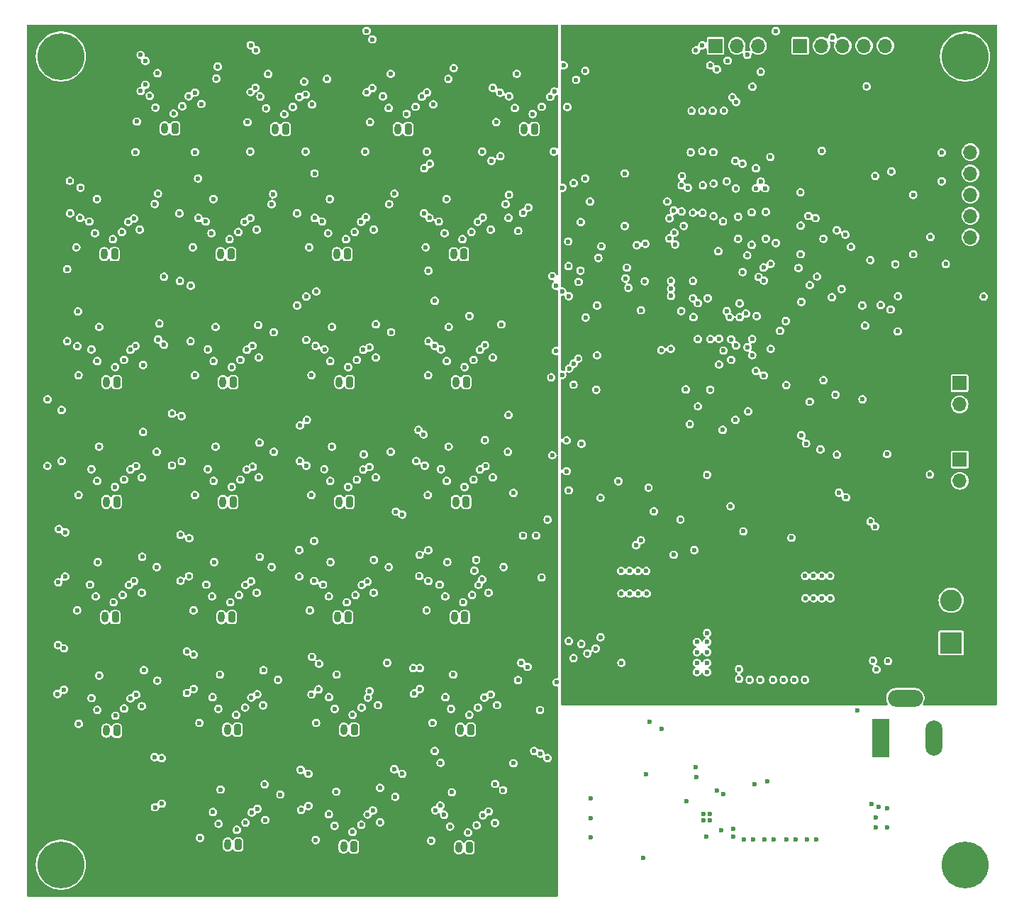
<source format=gbr>
%TF.GenerationSoftware,KiCad,Pcbnew,7.0.7*%
%TF.CreationDate,2024-01-27T11:11:08-08:00*%
%TF.ProjectId,KASM_PCB_REV1,4b41534d-5f50-4434-925f-524556312e6b,rev?*%
%TF.SameCoordinates,Original*%
%TF.FileFunction,Copper,L3,Inr*%
%TF.FilePolarity,Positive*%
%FSLAX46Y46*%
G04 Gerber Fmt 4.6, Leading zero omitted, Abs format (unit mm)*
G04 Created by KiCad (PCBNEW 7.0.7) date 2024-01-27 11:11:08*
%MOMM*%
%LPD*%
G01*
G04 APERTURE LIST*
G04 Aperture macros list*
%AMRoundRect*
0 Rectangle with rounded corners*
0 $1 Rounding radius*
0 $2 $3 $4 $5 $6 $7 $8 $9 X,Y pos of 4 corners*
0 Add a 4 corners polygon primitive as box body*
4,1,4,$2,$3,$4,$5,$6,$7,$8,$9,$2,$3,0*
0 Add four circle primitives for the rounded corners*
1,1,$1+$1,$2,$3*
1,1,$1+$1,$4,$5*
1,1,$1+$1,$6,$7*
1,1,$1+$1,$8,$9*
0 Add four rect primitives between the rounded corners*
20,1,$1+$1,$2,$3,$4,$5,0*
20,1,$1+$1,$4,$5,$6,$7,0*
20,1,$1+$1,$6,$7,$8,$9,0*
20,1,$1+$1,$8,$9,$2,$3,0*%
G04 Aperture macros list end*
%TA.AperFunction,ComponentPad*%
%ADD10RoundRect,0.200000X0.200000X0.450000X-0.200000X0.450000X-0.200000X-0.450000X0.200000X-0.450000X0*%
%TD*%
%TA.AperFunction,ComponentPad*%
%ADD11O,0.800000X1.300000*%
%TD*%
%TA.AperFunction,ComponentPad*%
%ADD12R,1.700000X1.700000*%
%TD*%
%TA.AperFunction,ComponentPad*%
%ADD13O,1.700000X1.700000*%
%TD*%
%TA.AperFunction,ComponentPad*%
%ADD14C,5.600000*%
%TD*%
%TA.AperFunction,ComponentPad*%
%ADD15C,0.600000*%
%TD*%
%TA.AperFunction,ComponentPad*%
%ADD16R,2.000000X4.600000*%
%TD*%
%TA.AperFunction,ComponentPad*%
%ADD17O,2.000000X4.200000*%
%TD*%
%TA.AperFunction,ComponentPad*%
%ADD18O,4.200000X2.000000*%
%TD*%
%TA.AperFunction,ComponentPad*%
%ADD19R,2.600000X2.600000*%
%TD*%
%TA.AperFunction,ComponentPad*%
%ADD20C,2.600000*%
%TD*%
%TA.AperFunction,ViaPad*%
%ADD21C,0.600000*%
%TD*%
G04 APERTURE END LIST*
D10*
%TO.N,Net-(J38-Pin_1)*%
%TO.C,J38*%
X116974726Y-88409616D03*
D11*
%TO.N,Net-(J38-Pin_2)*%
X115724726Y-88409616D03*
%TD*%
D12*
%TO.N,UART4_RX*%
%TO.C,J7*%
X146735800Y-48260000D03*
D13*
%TO.N,GND*%
X149275800Y-48260000D03*
%TO.N,UART4_TX*%
X151815800Y-48260000D03*
%TD*%
D10*
%TO.N,Net-(J44-Pin_1)*%
%TO.C,J44*%
X89146852Y-102713200D03*
D11*
%TO.N,Net-(J44-Pin_2)*%
X87896852Y-102713200D03*
%TD*%
D14*
%TO.N,GND*%
%TO.C,H2*%
X68580000Y-146050000D03*
%TD*%
D10*
%TO.N,Net-(J8-Pin_1)*%
%TO.C,J8*%
X75260474Y-130043600D03*
D11*
%TO.N,Net-(J8-Pin_2)*%
X74010474Y-130043600D03*
%TD*%
D10*
%TO.N,Net-(J40-Pin_1)*%
%TO.C,J40*%
X89752063Y-143658000D03*
D11*
%TO.N,Net-(J40-Pin_2)*%
X88502063Y-143658000D03*
%TD*%
D12*
%TO.N,+3.3V*%
%TO.C,J5*%
X177165000Y-58420000D03*
D13*
%TO.N,DEBUG_JTCK-SWCLK*%
X177165000Y-60960000D03*
%TO.N,GND*%
X177165000Y-63500000D03*
%TO.N,DEBUG_JTMS-SWDIO*%
X177165000Y-66040000D03*
%TO.N,/MCU/NRST*%
X177165000Y-68580000D03*
%TO.N,DEBUG_JTDO-SWO*%
X177165000Y-71120000D03*
%TD*%
D15*
%TO.N,GND*%
%TO.C,U1*%
X144526000Y-119456200D03*
X144526000Y-120656200D03*
X144526000Y-121956200D03*
X144526000Y-123056200D03*
X145726000Y-119456200D03*
X145726000Y-120656200D03*
X145726000Y-121956200D03*
X145726000Y-123056200D03*
%TD*%
D10*
%TO.N,Net-(J35-Pin_1)*%
%TO.C,J35*%
X110046663Y-58182600D03*
D11*
%TO.N,Net-(J35-Pin_2)*%
X108796663Y-58182600D03*
%TD*%
D14*
%TO.N,GND*%
%TO.C,H4*%
X176530000Y-146050000D03*
%TD*%
D10*
%TO.N,Net-(J13-Pin_1)*%
%TO.C,J13*%
X82215863Y-58125574D03*
D11*
%TO.N,Net-(J13-Pin_2)*%
X80965863Y-58125574D03*
%TD*%
D10*
%TO.N,Net-(J48-Pin_1)*%
%TO.C,J48*%
X102890863Y-116493589D03*
D11*
%TO.N,Net-(J48-Pin_2)*%
X101640863Y-116493589D03*
%TD*%
D10*
%TO.N,Net-(J43-Pin_1)*%
%TO.C,J43*%
X103056852Y-102713200D03*
D11*
%TO.N,Net-(J43-Pin_2)*%
X101806852Y-102713200D03*
%TD*%
D15*
%TO.N,GND*%
%TO.C,U2*%
X146053701Y-140792699D03*
X146053701Y-140005299D03*
X145266301Y-140792699D03*
X145266301Y-140005299D03*
%TD*%
D10*
%TO.N,Net-(J52-Pin_1)*%
%TO.C,J52*%
X89693910Y-129933600D03*
D11*
%TO.N,Net-(J52-Pin_2)*%
X88443910Y-129933600D03*
%TD*%
D10*
%TO.N,Net-(J50-Pin_1)*%
%TO.C,J50*%
X95423488Y-58208000D03*
D11*
%TO.N,Net-(J50-Pin_2)*%
X94173488Y-58208000D03*
%TD*%
D10*
%TO.N,Net-(J56-Pin_1)*%
%TO.C,J56*%
X88891497Y-73138994D03*
D11*
%TO.N,Net-(J56-Pin_2)*%
X87641497Y-73138994D03*
%TD*%
D12*
%TO.N,/MCU/CAP_SENSOR_OUT_1*%
%TO.C,J3*%
X175900000Y-97678233D03*
D13*
%TO.N,/MCU/CAP_SENSOR_RET_1*%
X175900000Y-100218233D03*
%TD*%
D10*
%TO.N,Net-(J37-Pin_1)*%
%TO.C,J37*%
X88980863Y-116493589D03*
D11*
%TO.N,Net-(J37-Pin_2)*%
X87730863Y-116493589D03*
%TD*%
D10*
%TO.N,Net-(J54-Pin_1)*%
%TO.C,J54*%
X75244726Y-88409616D03*
D11*
%TO.N,Net-(J54-Pin_2)*%
X73994726Y-88409616D03*
%TD*%
D10*
%TO.N,Net-(J41-Pin_1)*%
%TO.C,J41*%
X89154726Y-88409616D03*
D11*
%TO.N,Net-(J41-Pin_2)*%
X87904726Y-88409616D03*
%TD*%
D10*
%TO.N,Net-(J58-Pin_1)*%
%TO.C,J58*%
X116800863Y-116493589D03*
D11*
%TO.N,Net-(J58-Pin_2)*%
X115550863Y-116493589D03*
%TD*%
D10*
%TO.N,Net-(J46-Pin_1)*%
%TO.C,J46*%
X103603910Y-129933600D03*
D11*
%TO.N,Net-(J46-Pin_2)*%
X102353910Y-129933600D03*
%TD*%
D12*
%TO.N,SPI2_SCK*%
%TO.C,J6*%
X156845000Y-48260000D03*
D13*
%TO.N,SPI2_NSS*%
X159385000Y-48260000D03*
%TO.N,SPI2_MISO*%
X161925000Y-48260000D03*
%TO.N,SPI2_MOSI*%
X164465000Y-48260000D03*
%TO.N,GND*%
X167005000Y-48260000D03*
%TD*%
D10*
%TO.N,Net-(J53-Pin_1)*%
%TO.C,J53*%
X116711497Y-73138994D03*
D11*
%TO.N,Net-(J53-Pin_2)*%
X115461497Y-73138994D03*
%TD*%
D10*
%TO.N,Net-(J45-Pin_1)*%
%TO.C,J45*%
X103064726Y-88409616D03*
D11*
%TO.N,Net-(J45-Pin_2)*%
X101814726Y-88409616D03*
%TD*%
D10*
%TO.N,Net-(J42-Pin_1)*%
%TO.C,J42*%
X75236852Y-102713200D03*
D11*
%TO.N,Net-(J42-Pin_2)*%
X73986852Y-102713200D03*
%TD*%
D10*
%TO.N,Net-(J51-Pin_1)*%
%TO.C,J51*%
X117513910Y-129933600D03*
D11*
%TO.N,Net-(J51-Pin_2)*%
X116263910Y-129933600D03*
%TD*%
D10*
%TO.N,Net-(J39-Pin_1)*%
%TO.C,J39*%
X75070863Y-116493589D03*
D11*
%TO.N,Net-(J39-Pin_2)*%
X73820863Y-116493589D03*
%TD*%
D14*
%TO.N,GND*%
%TO.C,H1*%
X68580000Y-49530000D03*
%TD*%
D16*
%TO.N,+12V*%
%TO.C,J1*%
X166497000Y-130952000D03*
D17*
%TO.N,GND*%
X172797000Y-130952000D03*
D18*
%TO.N,unconnected-(J1-Pad3)*%
X169397000Y-126152000D03*
%TD*%
D12*
%TO.N,/MCU/CAP_SENSOR_OUT_2*%
%TO.C,J4*%
X175875000Y-88544400D03*
D13*
%TO.N,/MCU/CAP_SENSOR_RET_2*%
X175875000Y-91084400D03*
%TD*%
D10*
%TO.N,Net-(J57-Pin_1)*%
%TO.C,J57*%
X102801497Y-73138994D03*
D11*
%TO.N,Net-(J57-Pin_2)*%
X101551497Y-73138994D03*
%TD*%
D10*
%TO.N,Net-(J36-Pin_1)*%
%TO.C,J36*%
X103576888Y-143912000D03*
D11*
%TO.N,Net-(J36-Pin_2)*%
X102326888Y-143912000D03*
%TD*%
D10*
%TO.N,Net-(J59-Pin_1)*%
%TO.C,J59*%
X125104926Y-58182600D03*
D11*
%TO.N,Net-(J59-Pin_2)*%
X123854926Y-58182600D03*
%TD*%
D14*
%TO.N,GND*%
%TO.C,H3*%
X176530000Y-49530000D03*
%TD*%
D10*
%TO.N,Net-(J55-Pin_1)*%
%TO.C,J55*%
X74981497Y-73138994D03*
D11*
%TO.N,Net-(J55-Pin_2)*%
X73731497Y-73138994D03*
%TD*%
D10*
%TO.N,Net-(J49-Pin_1)*%
%TO.C,J49*%
X116966852Y-102713200D03*
D11*
%TO.N,Net-(J49-Pin_2)*%
X115716852Y-102713200D03*
%TD*%
D19*
%TO.N,+12V*%
%TO.C,J2*%
X174853800Y-119562800D03*
D20*
%TO.N,GND*%
X174853800Y-114482800D03*
%TD*%
D10*
%TO.N,Net-(J47-Pin_1)*%
%TO.C,J47*%
X117361863Y-143989555D03*
D11*
%TO.N,Net-(J47-Pin_2)*%
X116111863Y-143989555D03*
%TD*%
D21*
%TO.N,GND*%
X161239200Y-97078800D03*
X167335200Y-121742200D03*
%TO.N,Net-(U2-VSENSE)*%
X138887200Y-128981200D03*
%TO.N,GND*%
X165836600Y-141605000D03*
X167182800Y-141605000D03*
X166243000Y-139166600D03*
X165836600Y-140385800D03*
X167259000Y-139319000D03*
X165354000Y-138811000D03*
X92913200Y-136448800D03*
X84578789Y-101900400D03*
X99035847Y-129120800D03*
X167213600Y-97023233D03*
X120401938Y-141068555D03*
X127787400Y-124282200D03*
X91953938Y-113572589D03*
X157657800Y-143075400D03*
X80162400Y-65913000D03*
X70676663Y-87596816D03*
X87153337Y-52181974D03*
X105923938Y-70217994D03*
X114696600Y-109914989D03*
X115468400Y-50927000D03*
X158775400Y-143075400D03*
X92760800Y-122834400D03*
X149555200Y-123850400D03*
X102615226Y-71361038D03*
X138474800Y-110972600D03*
X153695400Y-143075400D03*
X150139400Y-143024600D03*
X137503000Y-113665000D03*
X73132589Y-96134600D03*
X138074400Y-145209000D03*
X74795226Y-71361038D03*
X70668789Y-101900400D03*
X92207938Y-99792200D03*
X159454600Y-114249200D03*
X135509000Y-121945400D03*
X72877234Y-66560394D03*
X78384400Y-94386400D03*
X131826000Y-138147800D03*
X143891000Y-56032400D03*
X142697200Y-64922400D03*
X115409647Y-123355000D03*
X88705226Y-71361038D03*
X108407200Y-65913000D03*
X164592000Y-81686400D03*
X89565792Y-141880044D03*
X121961412Y-96744200D03*
X131800600Y-140484600D03*
X84586663Y-87596816D03*
X144370800Y-134366000D03*
X101472625Y-137333400D03*
X112232800Y-115680789D03*
X98322800Y-115680789D03*
X114862589Y-96134600D03*
X135503000Y-113665000D03*
X145745200Y-118389400D03*
X141401800Y-84455000D03*
X92715938Y-127012600D03*
X127228600Y-97155000D03*
X148869400Y-141805400D03*
X147726400Y-56007000D03*
X125958600Y-111752600D03*
X103390617Y-142134044D03*
X124918655Y-56404644D03*
X80035401Y-110511000D03*
X102870581Y-100935244D03*
X107543600Y-121940200D03*
X106195018Y-81518932D03*
X158454600Y-114249200D03*
X152095200Y-123977400D03*
X77647800Y-57312774D03*
X114870463Y-81831016D03*
X70692411Y-129230800D03*
X121158000Y-81534000D03*
X120147938Y-85488616D03*
X149199600Y-54965600D03*
X136169400Y-74752200D03*
X89507639Y-128155644D03*
X156159200Y-123977400D03*
X93319225Y-51629400D03*
X159263400Y-96464433D03*
X138503000Y-113665000D03*
X84412800Y-115680789D03*
X100786600Y-109914989D03*
X109860392Y-56404644D03*
X165557200Y-121691400D03*
X138303000Y-76377800D03*
X147447000Y-141957800D03*
X94782567Y-137666645D03*
X106685938Y-140991000D03*
X137474800Y-110972600D03*
X73140463Y-81831016D03*
X116614592Y-114715633D03*
X107754967Y-67178600D03*
X98557938Y-55270400D03*
X153619200Y-123977400D03*
X93929200Y-65989200D03*
X87299800Y-50749200D03*
X116788455Y-86631660D03*
X87050463Y-81831016D03*
X100697234Y-66560394D03*
X117327639Y-128155644D03*
X78282800Y-109270800D03*
X107956812Y-96744200D03*
X131191000Y-51257200D03*
X99008825Y-143099200D03*
X94003012Y-96744200D03*
X157454600Y-114249200D03*
X93750367Y-67178600D03*
X97612200Y-52552600D03*
X121683367Y-67178600D03*
X164292600Y-90470033D03*
X85125847Y-129120800D03*
X121374738Y-137160000D03*
X98233434Y-72326194D03*
X80023812Y-96744200D03*
X88960581Y-100935244D03*
X146405600Y-56032400D03*
X70413434Y-72326194D03*
X174218600Y-74320400D03*
X120655938Y-127000000D03*
X78237938Y-99792200D03*
X132740400Y-73583800D03*
X100952589Y-96134600D03*
X88794592Y-114715633D03*
X101499647Y-123355000D03*
X136474800Y-110972600D03*
X105963112Y-109651800D03*
X121441601Y-110511000D03*
X84323434Y-72326194D03*
X85349937Y-55204574D03*
X117175592Y-142211599D03*
X135991600Y-76047600D03*
X120437500Y-136398000D03*
X145669000Y-142694400D03*
X112945847Y-129120800D03*
X92125800Y-81610200D03*
X152577800Y-143075400D03*
X114607234Y-66560394D03*
X106177938Y-85488616D03*
X105478600Y-57369800D03*
X157426400Y-111556800D03*
X131826000Y-142821400D03*
X120536863Y-57369800D03*
X80324100Y-81432400D03*
X112143434Y-72326194D03*
X102878455Y-86631660D03*
X79796567Y-67153200D03*
X100960463Y-81831016D03*
X107942400Y-51604000D03*
X92329000Y-109296200D03*
X80191738Y-83340784D03*
X135474800Y-110972600D03*
X104749600Y-97053400D03*
X98488789Y-101900400D03*
X159426400Y-111556800D03*
X70502800Y-115680789D03*
X149555200Y-122707400D03*
X154889200Y-123977400D03*
X100350176Y-52222400D03*
X112406663Y-87596816D03*
X94522754Y-123973000D03*
X78388338Y-86385400D03*
X92278200Y-95656400D03*
X86787234Y-66560394D03*
X108505792Y-137945582D03*
X136503000Y-113665000D03*
X92207938Y-85488616D03*
X148869400Y-142669000D03*
X80111600Y-51546974D03*
X116525226Y-71361038D03*
X75050581Y-100935244D03*
X123000663Y-51604000D03*
X166446200Y-79222600D03*
X157810200Y-68580000D03*
X102704592Y-114715633D03*
X140335000Y-129842000D03*
X115257600Y-137410955D03*
X119639938Y-113572589D03*
X158673800Y-68834000D03*
X80076390Y-124074600D03*
X78486000Y-122834400D03*
X157429200Y-123977400D03*
X136347200Y-77165200D03*
X158426400Y-111556800D03*
X135153400Y-100253800D03*
X95237217Y-56430044D03*
X150825200Y-123977400D03*
X142722600Y-63830200D03*
X130096200Y-52324000D03*
X98496663Y-87596816D03*
X153314400Y-84455000D03*
X85184000Y-142845200D03*
X90855425Y-57395200D03*
X91953938Y-70217994D03*
X88968455Y-86631660D03*
X87042589Y-96134600D03*
X145161000Y-56032400D03*
X112793800Y-143176755D03*
X87589647Y-123355000D03*
X92969938Y-140716000D03*
X165938200Y-122732800D03*
X75058455Y-86631660D03*
X93995138Y-82469400D03*
X133121400Y-72212200D03*
X93762601Y-110511000D03*
X160454600Y-114249200D03*
X119893938Y-70217994D03*
X117373400Y-80534100D03*
X86876600Y-109914989D03*
X107999738Y-82469400D03*
X114835400Y-52213600D03*
X87647800Y-137079400D03*
X146910800Y-137160000D03*
X105923938Y-113572589D03*
X168198800Y-74345800D03*
X155168600Y-143075400D03*
X137342944Y-72063100D03*
X107741801Y-110511000D03*
X77983938Y-70217994D03*
X122072400Y-66040000D03*
X78235938Y-113572589D03*
X151384000Y-136471400D03*
X156286200Y-143075400D03*
X141427200Y-77292200D03*
X120147938Y-99792200D03*
X138404600Y-135277600D03*
X75074203Y-128265644D03*
X73156211Y-123465000D03*
X106431938Y-127000000D03*
X72966600Y-109914989D03*
X160426400Y-111556800D03*
X78237938Y-127122600D03*
X74884592Y-114715633D03*
X112398789Y-101900400D03*
X82029592Y-56347618D03*
X116780581Y-100935244D03*
X151257000Y-143024600D03*
X106680000Y-136880600D03*
X123155300Y-124002800D03*
X144414204Y-135582072D03*
X113035937Y-55261600D03*
X103417639Y-128155644D03*
X148742400Y-54406800D03*
X106177938Y-99792200D03*
X129057400Y-55575200D03*
%TO.N,REF*%
X104902000Y-60892600D03*
X77513791Y-84094127D03*
X118865416Y-111982629D03*
X128955800Y-95377000D03*
X105826985Y-139570996D03*
X84582000Y-60960000D03*
X77548110Y-98461843D03*
X105413612Y-98550434D03*
X105455760Y-125322679D03*
X97800980Y-54098142D03*
X92012088Y-125693553D03*
X112268000Y-60892600D03*
X77552552Y-125760828D03*
X77339951Y-112177572D03*
X119278539Y-98461951D03*
X119183548Y-84020513D03*
X91186000Y-60892600D03*
X119888000Y-125730000D03*
X97790000Y-60892600D03*
X77470000Y-60960000D03*
X119644551Y-139692769D03*
X92048322Y-139381682D03*
X127477152Y-53714494D03*
X91273075Y-112211024D03*
X118872000Y-60892600D03*
X91488663Y-98518701D03*
X84582000Y-53848000D03*
X105201695Y-112240895D03*
X91440000Y-84074000D03*
X105433850Y-84278196D03*
X105000259Y-68739265D03*
X118941928Y-68774109D03*
X91186000Y-68834000D03*
X112288440Y-53831263D03*
X127440600Y-60892600D03*
X77293447Y-68888776D03*
X119183548Y-95357300D03*
X128955800Y-99060000D03*
%TO.N,+1V8*%
X126238000Y-139446000D03*
X123698000Y-134366000D03*
X106146600Y-94945200D03*
X87906063Y-71337749D03*
X78409800Y-95529400D03*
X115726063Y-71337749D03*
X78511400Y-121793000D03*
X103492589Y-96083800D03*
X125540663Y-51553200D03*
X123698000Y-147066000D03*
X101905429Y-114692344D03*
X123698000Y-141986000D03*
X115981418Y-100911955D03*
X116376429Y-142188310D03*
X120437500Y-135356600D03*
X90187800Y-137028600D03*
X88766629Y-141856755D03*
X82651600Y-51496174D03*
X117410463Y-81780216D03*
X94438054Y-56406755D03*
X123698000Y-144526000D03*
X102591454Y-142110755D03*
X127508000Y-122478800D03*
X92887800Y-121666000D03*
X90129647Y-123304200D03*
X95859225Y-51578600D03*
X76504800Y-80534100D03*
X88169292Y-86608371D03*
X127254000Y-96062800D03*
X103555800Y-65786000D03*
X74259292Y-86608371D03*
X102079292Y-86608371D03*
X106680000Y-135839200D03*
X117797600Y-137360155D03*
X75672589Y-96083800D03*
X75680463Y-81780216D03*
X74275040Y-128242355D03*
X92938600Y-135331200D03*
X110693200Y-50774600D03*
X74085429Y-114692344D03*
X123698000Y-136906000D03*
X88161418Y-100911955D03*
X126238000Y-134366000D03*
X89590463Y-81780216D03*
X92202000Y-80594200D03*
X102071418Y-100911955D03*
X117236600Y-109864189D03*
X106248200Y-80721200D03*
X117147234Y-66509594D03*
X81230429Y-56324329D03*
X89582589Y-96083800D03*
X101816063Y-71337749D03*
X126238000Y-136906000D03*
X98501200Y-50673000D03*
X116528476Y-128132355D03*
X75417234Y-66509594D03*
X74251418Y-100911955D03*
X75506600Y-109864189D03*
X126238000Y-147066000D03*
X126238000Y-144526000D03*
X104012625Y-137282600D03*
X126238000Y-141986000D03*
X89327234Y-66509594D03*
X124119492Y-56381355D03*
X88708476Y-128132355D03*
X78333600Y-108153200D03*
X75696211Y-123414200D03*
X109061229Y-56381355D03*
X92278200Y-94615000D03*
X115815429Y-114692344D03*
X104039647Y-123304200D03*
X87995429Y-114692344D03*
X117949647Y-123304200D03*
X103500463Y-81780216D03*
X92430600Y-108229400D03*
X115989292Y-86608371D03*
X105963112Y-108559600D03*
X117402589Y-96083800D03*
X110482400Y-51553200D03*
X127279400Y-109822200D03*
X89416600Y-109864189D03*
X102618476Y-128132355D03*
X123698000Y-139446000D03*
X73996063Y-71337749D03*
X127406400Y-52501800D03*
X103237234Y-66509594D03*
X103326600Y-109864189D03*
%TO.N,+3.3V*%
X142265400Y-84455000D03*
X148936200Y-112877600D03*
X149936200Y-112877600D03*
X143690600Y-110972600D03*
X145936200Y-112877600D03*
X154092400Y-111556800D03*
X162692400Y-94559433D03*
X157835600Y-67614800D03*
X151092400Y-111556800D03*
X140106400Y-64922400D03*
X146936200Y-112877600D03*
X140335000Y-112344200D03*
X136499600Y-70789800D03*
X141690600Y-110972600D03*
X140690600Y-110972600D03*
X134355600Y-96397000D03*
X153092400Y-111556800D03*
X132232400Y-76936600D03*
X155092400Y-111556800D03*
X174193200Y-84404200D03*
X163068000Y-78003400D03*
X148615400Y-59385200D03*
X140157200Y-63804800D03*
X149174200Y-57759600D03*
X163149600Y-90444633D03*
X135559800Y-119151400D03*
X154279600Y-84455000D03*
X136525000Y-72872600D03*
X152092400Y-111556800D03*
X142690600Y-110972600D03*
X147701000Y-57886600D03*
X147936200Y-112877600D03*
X168198800Y-84378800D03*
X141274800Y-73304400D03*
X144690600Y-110972600D03*
%TO.N,/MCU/NRST*%
X168529000Y-78181200D03*
X168478200Y-82372200D03*
X178739800Y-78206600D03*
X154457400Y-82296000D03*
X152476200Y-74736100D03*
%TO.N,DEBUG_JTCK-SWCLK*%
X173736000Y-64439800D03*
X173736000Y-61010800D03*
%TO.N,DEBUG_JTMS-SWDIO*%
X156895800Y-69732300D03*
X170332400Y-73152000D03*
X170332400Y-66065400D03*
X156895800Y-73152000D03*
%TO.N,DEBUG_JTDO-SWO*%
X172339000Y-99466400D03*
X146516500Y-68605400D03*
X145752500Y-99491800D03*
X172389800Y-71094600D03*
%TO.N,SPI2_SCK*%
X156870400Y-65760600D03*
X149421400Y-68681600D03*
X152739500Y-68097400D03*
X152739500Y-71297800D03*
X149421400Y-71323200D03*
%TO.N,SPI2_NSS*%
X146481800Y-60960000D03*
X159410400Y-60807600D03*
X146516500Y-64719200D03*
%TO.N,SPI2_MISO*%
X164249100Y-79273400D03*
%TO.N,SPI2_MOSI*%
X151861774Y-75858116D03*
X164798600Y-53111400D03*
X151155400Y-53136800D03*
%TO.N,UART4_RX*%
X146888200Y-51079400D03*
X152121825Y-64467133D03*
X152120600Y-51358800D03*
%TO.N,UART4_TX*%
X152674300Y-65278000D03*
%TO.N,Net-(J35-Pin_1)*%
X107028000Y-54296400D03*
X111669864Y-54337788D03*
%TO.N,Net-(J13-Pin_1)*%
X79197200Y-54239374D03*
X83839064Y-54280762D03*
%TO.N,Net-(U2-EN)*%
X143289900Y-138503400D03*
X152908000Y-136090400D03*
%TO.N,Net-(U2-VSENSE)*%
X147701000Y-137614400D03*
%TO.N,ADC1_INP4*%
X144653000Y-91313000D03*
X144627600Y-83286600D03*
%TO.N,ADC1_INP5*%
X146126200Y-83286600D03*
X146100800Y-89331800D03*
%TO.N,Net-(U5-SENSEA)*%
X83083400Y-55483974D03*
X79883000Y-55636374D03*
%TO.N,Net-(U12-SENSEA)*%
X107713800Y-55693400D03*
X110914200Y-55541000D03*
%TO.N,/MCU/BOOT0*%
X167716200Y-63271400D03*
X167640000Y-79756000D03*
%TO.N,I2C4_SDA*%
X143441338Y-65214740D03*
X143794544Y-60980256D03*
%TO.N,I2C4_SCL*%
X145161000Y-60858400D03*
X145237200Y-64922400D03*
%TO.N,TIM1_CH3_PHASE*%
X83896200Y-107061000D03*
X123748800Y-106758116D03*
X123748800Y-68217100D03*
X83870800Y-111607600D03*
%TO.N,TIM1_CH4_PHASE*%
X83007200Y-97866200D03*
X122021600Y-92347100D03*
X122021600Y-68808600D03*
X83007200Y-92481400D03*
%TO.N,TIM2_CH1_PHASE*%
X112471200Y-75133200D03*
X130632200Y-69316600D03*
X112475227Y-83544627D03*
X130606800Y-75107800D03*
%TO.N,TIM15_CH1*%
X98856800Y-63500000D03*
X98882200Y-68823505D03*
X135915400Y-69773800D03*
X135915400Y-63500000D03*
%TO.N,TIM15_CH2*%
X110718600Y-125628400D03*
X110655697Y-122580400D03*
X123164600Y-70358000D03*
X123520200Y-121940700D03*
%TO.N,TIM4_CH4_PHASE*%
X113868200Y-138998100D03*
X113919000Y-133883400D03*
X138734800Y-101041200D03*
X141224000Y-71272400D03*
X122605800Y-133934200D03*
X122605800Y-101650800D03*
%TO.N,TIM5_CH2_PHASE*%
X69316600Y-74930000D03*
X129184400Y-74574400D03*
X69316600Y-83540600D03*
X129159000Y-71628000D03*
%TO.N,TIM5_CH3_PHASE*%
X97053400Y-111633000D03*
X137261600Y-107899200D03*
X97028000Y-108483400D03*
X138353800Y-71899300D03*
%TO.N,TIM2_CH1*%
X113207800Y-84094127D03*
X113207800Y-78723900D03*
%TO.N,TIM5_CH2*%
X70612000Y-79984600D03*
X70535800Y-84124800D03*
%TO.N,TIM5_CH3*%
X137811100Y-79844500D03*
X98806000Y-112178100D03*
X98831400Y-107393200D03*
X137811100Y-107307616D03*
%TO.N,TIM13_CH1*%
X131191000Y-64109600D03*
X131216400Y-80721200D03*
X84988400Y-68823505D03*
X84963000Y-64109600D03*
%TO.N,TIM14_CH1*%
X91236800Y-48183800D03*
X91230579Y-53802880D03*
X145161000Y-48209200D03*
X145796000Y-78409800D03*
X144061500Y-78409800D03*
X144094200Y-80670400D03*
%TO.N,TIM8_CH4_PHASE*%
X69672200Y-68275200D03*
X129794000Y-64659100D03*
X129813720Y-86213821D03*
X69646800Y-64389000D03*
X147142200Y-83261200D03*
X147142200Y-86316500D03*
%TO.N,TIM12_CH2_PHASE*%
X111277400Y-94132400D03*
X111005411Y-97848211D03*
X147599400Y-94132400D03*
X147691700Y-84658200D03*
%TO.N,TIM1_CH1*%
X148444873Y-80658091D03*
X148539200Y-103251000D03*
X108585000Y-103886000D03*
X108381800Y-134645400D03*
X97256600Y-139496800D03*
X97205800Y-134721600D03*
%TO.N,TIM13_CH1_PHASE*%
X82778600Y-76352400D03*
X130352800Y-85623400D03*
X130378200Y-76454000D03*
X148615400Y-83312000D03*
X82727800Y-68275200D03*
X148615400Y-85766500D03*
%TO.N,TIM1_CH2*%
X149174200Y-84048600D03*
X97942400Y-92932900D03*
X97891600Y-98397711D03*
X149123400Y-92938600D03*
%TO.N,TIM14_CH1_PHASE*%
X149631400Y-79019400D03*
X149631400Y-80670400D03*
X91821000Y-53263800D03*
X144399000Y-48810500D03*
X91871800Y-48793400D03*
X144627600Y-78994000D03*
%TO.N,TIM1_CH3*%
X150368000Y-80238600D03*
X82854800Y-112141000D03*
X150063200Y-106248200D03*
X82854800Y-106654600D03*
%TO.N,TIM1_CH4*%
X81838800Y-92176600D03*
X81838800Y-98374200D03*
X150555100Y-84251800D03*
X150622000Y-91922600D03*
%TO.N,TIM15_CH1_PHASE*%
X132613400Y-79273400D03*
X151104600Y-83286600D03*
X132613400Y-85217000D03*
X96799400Y-79273400D03*
X96799400Y-68275200D03*
X151104600Y-85217000D03*
%TO.N,TIM4_CH1_PHASE*%
X97866200Y-83388200D03*
X97866200Y-78206600D03*
X151561800Y-87096600D03*
X129235200Y-78155800D03*
X129260600Y-86791800D03*
X151663400Y-80543400D03*
%TO.N,TIM4_CH2_PHASE*%
X99415600Y-122047000D03*
X155143200Y-81127600D03*
X129768600Y-88729500D03*
X155168600Y-88782300D03*
X129768600Y-121386600D03*
X99339400Y-125120400D03*
%TO.N,TIM12_CH2*%
X156997400Y-94767400D03*
X111887000Y-94681900D03*
X156997400Y-78841600D03*
X112039400Y-98397711D03*
%TO.N,HRTIM_CHC1_PHASE*%
X160680400Y-47269400D03*
X105765600Y-53314600D03*
X160629600Y-78282800D03*
X105765600Y-47498000D03*
%TO.N,HRTIM_CHC2_PHASE*%
X140258800Y-84607400D03*
X141427200Y-78130400D03*
X127685800Y-76901900D03*
X127660400Y-84709000D03*
X84099400Y-76901900D03*
X84048600Y-83540600D03*
%TO.N,HRTIM_CHD1_PHASE*%
X68961000Y-120218200D03*
X68961000Y-125145800D03*
X161772600Y-77317600D03*
X161493200Y-101625400D03*
X129219100Y-101346000D03*
X129216802Y-119353722D03*
%TO.N,HRTIM_CHD2_PHASE*%
X157988000Y-90763500D03*
X157988000Y-76835000D03*
X68656200Y-91744800D03*
X68656200Y-97840800D03*
%TO.N,TIM4_CH1*%
X128422400Y-77597000D03*
X152501600Y-87630000D03*
X128422400Y-87553800D03*
X99085400Y-77597000D03*
X152527000Y-76301600D03*
X99009200Y-84094127D03*
%TO.N,LPTIM1_OUT*%
X130733800Y-95783400D03*
X158877000Y-75819000D03*
X83616800Y-125552200D03*
X157535900Y-95758000D03*
X83616800Y-120599200D03*
X130708400Y-119694100D03*
%TO.N,TIM4_CH3*%
X112573749Y-68823505D03*
X149987000Y-75285600D03*
X149970900Y-62340900D03*
X112648768Y-62340900D03*
%TO.N,TIM4_CH4*%
X155803600Y-107010200D03*
X156641800Y-74795000D03*
X125091153Y-132473533D03*
X113284000Y-139547600D03*
X113207800Y-132475100D03*
X125298200Y-106757616D03*
%TO.N,HRTIM_CHA1*%
X153314400Y-74295000D03*
X153289000Y-61544200D03*
X121056400Y-61442600D03*
X121031000Y-53867111D03*
%TO.N,HRTIM_CHA2*%
X68275200Y-112318800D03*
X68351400Y-105968800D03*
X165227000Y-73863200D03*
X165236300Y-105058918D03*
%TO.N,HRTIM_CHB1*%
X150520400Y-73279000D03*
X78105000Y-49352200D03*
X150520400Y-49352200D03*
X78105000Y-53670200D03*
%TO.N,TIM8_CH4*%
X128473200Y-65208600D03*
X146100800Y-50587500D03*
X128600200Y-50587500D03*
X147066000Y-72796400D03*
X70866000Y-68823505D03*
X70916800Y-65208600D03*
%TO.N,HRTIM_CHB2*%
X125831600Y-132775100D03*
X79781400Y-133197600D03*
X162915600Y-72263000D03*
X79806800Y-139192000D03*
X125780800Y-127584200D03*
X163626800Y-127609600D03*
%TO.N,HRTIM_CHC1*%
X153949400Y-46507400D03*
X153949400Y-71805800D03*
X105079800Y-46482000D03*
X105079800Y-53822600D03*
%TO.N,HRTIM_CHC2*%
X159639000Y-71297800D03*
X159639000Y-88188800D03*
X127254000Y-75768200D03*
X127127000Y-87858600D03*
X80899000Y-75844400D03*
X80873600Y-83972400D03*
%TO.N,HRTIM_CHD1*%
X162331400Y-102184200D03*
X132985100Y-102235000D03*
X68173600Y-125653800D03*
X162255200Y-70815200D03*
X68224400Y-119811800D03*
X132985100Y-118897400D03*
%TO.N,HRTIM_CHD2*%
X161229900Y-70281800D03*
X66979800Y-90474800D03*
X161076419Y-89926381D03*
X66954400Y-98425000D03*
%TO.N,TIM4_CH3_PHASE*%
X151575300Y-65278000D03*
X111963200Y-62890400D03*
X111937800Y-68275200D03*
X151572325Y-62890400D03*
%TO.N,TIM15_CH2_PHASE*%
X141759725Y-67916367D03*
X124409200Y-67564000D03*
X141808200Y-70586600D03*
X111455200Y-125069600D03*
X111455200Y-122580400D03*
X124282200Y-122428000D03*
%TO.N,TIM16_CH1_PHASE*%
X111379000Y-111582200D03*
X111404400Y-109042200D03*
X151069900Y-72034400D03*
X141935200Y-71983600D03*
X151069900Y-68148200D03*
X141757400Y-109042200D03*
%TO.N,LPTIM1_OUT_PHASE*%
X132486400Y-89331800D03*
X84455000Y-125069600D03*
X84455000Y-120954800D03*
X143179800Y-89306400D03*
X132435600Y-120243600D03*
X142962000Y-69773800D03*
%TO.N,HRTIM_CHA1_PHASE*%
X149123400Y-62001400D03*
X119986863Y-61998663D03*
X120142000Y-53289200D03*
X149148800Y-65303400D03*
%TO.N,HRTIM_CHA2_PHASE*%
X165811200Y-63804800D03*
X69088000Y-111633000D03*
X69113400Y-106349800D03*
X165785800Y-105664000D03*
%TO.N,HRTIM_CHB1_PHASE*%
X148183600Y-50038000D03*
X148056600Y-64465200D03*
X78663800Y-50063400D03*
X78663800Y-52908200D03*
%TO.N,HRTIM_CHB2_PHASE*%
X147624800Y-69224300D03*
X80619600Y-133324600D03*
X142630300Y-79933800D03*
X142544800Y-104848700D03*
X80619600Y-138760200D03*
X126669800Y-133324600D03*
X126695200Y-104848700D03*
X148056600Y-79959200D03*
%TO.N,TIM4_CH2*%
X98501200Y-125730000D03*
X131749800Y-66852800D03*
X131445000Y-120827800D03*
X141249300Y-68859400D03*
X140975300Y-66852800D03*
X98552000Y-121234200D03*
%TO.N,TIM16_CH1*%
X145186400Y-68224400D03*
X112445800Y-112178100D03*
X112445800Y-108492700D03*
X144221200Y-108483400D03*
%TO.N,TIM1_CH1_PHASE*%
X109347000Y-104241600D03*
X98120200Y-139039600D03*
X98120200Y-135204200D03*
X144061000Y-76344500D03*
X109347000Y-135204200D03*
X139369800Y-103860600D03*
X144061500Y-68199000D03*
X141436500Y-76352400D03*
%TO.N,TIM1_CH2_PHASE*%
X97104200Y-97840800D03*
X142697200Y-68046600D03*
X97104200Y-93599000D03*
X143662400Y-93446600D03*
%TO.N,Net-(J8-Pin_1)*%
X76883675Y-126198788D03*
X72241811Y-126157400D03*
%TO.N,Net-(J36-Pin_1)*%
X105200089Y-140067188D03*
X100558225Y-140025800D03*
%TO.N,Net-(U7-SENSEA)*%
X76128011Y-127402000D03*
X72927611Y-127554400D03*
%TO.N,Net-(U34-SENSEA)*%
X101244025Y-141422800D03*
X104444425Y-141270400D03*
%TO.N,Net-(J37-Pin_1)*%
X85962200Y-112607389D03*
X90604064Y-112648777D03*
%TO.N,Net-(J38-Pin_1)*%
X118597927Y-84564804D03*
X113956063Y-84523416D03*
%TO.N,Net-(J39-Pin_1)*%
X76694064Y-112648777D03*
X72052200Y-112607389D03*
%TO.N,Net-(J40-Pin_1)*%
X91375264Y-139813188D03*
X86733400Y-139771800D03*
%TO.N,Net-(J41-Pin_1)*%
X90777927Y-84564804D03*
X86136063Y-84523416D03*
%TO.N,Net-(J42-Pin_1)*%
X72218189Y-98827000D03*
X76860053Y-98868388D03*
%TO.N,Net-(J43-Pin_1)*%
X104680053Y-98868388D03*
X100038189Y-98827000D03*
%TO.N,Net-(J44-Pin_1)*%
X86128189Y-98827000D03*
X90770053Y-98868388D03*
%TO.N,Net-(J45-Pin_1)*%
X100046063Y-84523416D03*
X104687927Y-84564804D03*
%TO.N,Net-(J46-Pin_1)*%
X100585247Y-126047400D03*
X105227111Y-126088788D03*
%TO.N,Net-(J47-Pin_1)*%
X118985064Y-140144743D03*
X114343200Y-140103355D03*
%TO.N,Net-(J48-Pin_1)*%
X99872200Y-112607389D03*
X104514064Y-112648777D03*
%TO.N,Net-(J49-Pin_1)*%
X118590053Y-98868388D03*
X113948189Y-98827000D03*
%TO.N,Net-(J50-Pin_1)*%
X97046689Y-54363188D03*
X92404825Y-54321800D03*
%TO.N,Net-(J51-Pin_1)*%
X114495247Y-126047400D03*
X119137111Y-126088788D03*
%TO.N,Net-(J52-Pin_1)*%
X91317111Y-126088788D03*
X86675247Y-126047400D03*
%TO.N,Net-(J53-Pin_1)*%
X113692834Y-69252794D03*
X118334698Y-69294182D03*
%TO.N,Net-(J54-Pin_1)*%
X72226063Y-84523416D03*
X76867927Y-84564804D03*
%TO.N,Net-(J55-Pin_1)*%
X71962834Y-69252794D03*
X76604698Y-69294182D03*
%TO.N,Net-(J56-Pin_1)*%
X85872834Y-69252794D03*
X90514698Y-69294182D03*
%TO.N,Net-(J57-Pin_1)*%
X99782834Y-69252794D03*
X104424698Y-69294182D03*
%TO.N,Net-(J58-Pin_1)*%
X118424064Y-112648777D03*
X113782200Y-112607389D03*
%TO.N,Net-(U35-SENSEA)*%
X86648000Y-114004389D03*
X89848400Y-113851989D03*
%TO.N,Net-(U36-SENSEA)*%
X117842263Y-85768016D03*
X114641863Y-85920416D03*
%TO.N,Net-(U37-SENSEA)*%
X72738000Y-114004389D03*
X75938400Y-113851989D03*
%TO.N,Net-(U38-SENSEA)*%
X90619600Y-141016400D03*
X87419200Y-141168800D03*
%TO.N,Net-(U39-SENSEA)*%
X90022263Y-85768016D03*
X86821863Y-85920416D03*
%TO.N,Net-(U40-SENSEA)*%
X72903989Y-100224000D03*
X76104389Y-100071600D03*
%TO.N,Net-(U41-SENSEA)*%
X103924389Y-100071600D03*
X100723989Y-100224000D03*
%TO.N,Net-(U42-SENSEA)*%
X86813989Y-100224000D03*
X90014389Y-100071600D03*
%TO.N,Net-(U43-SENSEA)*%
X100731863Y-85920416D03*
X103932263Y-85768016D03*
%TO.N,Net-(U44-SENSEA)*%
X104471447Y-127292000D03*
X101271047Y-127444400D03*
%TO.N,Net-(U45-SENSEA)*%
X118229400Y-141347955D03*
X115029000Y-141500355D03*
%TO.N,Net-(U46-SENSEA)*%
X100558000Y-114004389D03*
X103758400Y-113851989D03*
%TO.N,Net-(U47-SENSEA)*%
X117834389Y-100071600D03*
X114633989Y-100224000D03*
%TO.N,Net-(U48-SENSEA)*%
X93090625Y-55718800D03*
X96291025Y-55566400D03*
%TO.N,Net-(U49-SENSEA)*%
X115181047Y-127444400D03*
X118381447Y-127292000D03*
%TO.N,Net-(U50-SENSEA)*%
X90561447Y-127292000D03*
X87361047Y-127444400D03*
%TO.N,Net-(U51-SENSEA)*%
X114378634Y-70649794D03*
X117579034Y-70497394D03*
%TO.N,Net-(U52-SENSEA)*%
X76112263Y-85768016D03*
X72911863Y-85920416D03*
%TO.N,Net-(U53-SENSEA)*%
X72648634Y-70649794D03*
X75849034Y-70497394D03*
%TO.N,Net-(U54-SENSEA)*%
X89759034Y-70497394D03*
X86558634Y-70649794D03*
%TO.N,Net-(U55-SENSEA)*%
X103669034Y-70497394D03*
X100468634Y-70649794D03*
%TO.N,Net-(U56-SENSEA)*%
X117668400Y-113851989D03*
X114468000Y-114004389D03*
%TO.N,Net-(J59-Pin_1)*%
X122086263Y-54296400D03*
X127000000Y-54356000D03*
%TO.N,Net-(U57-SENSEA)*%
X125972463Y-55541000D03*
X122772063Y-55693400D03*
%TO.N,/Drivers/TIM16_CH1/EN*%
X117932200Y-110947200D03*
X118160800Y-109651800D03*
%TD*%
%TA.AperFunction,Conductor*%
%TO.N,+3.3V*%
G36*
X180281621Y-45740502D02*
G01*
X180328114Y-45794158D01*
X180339500Y-45846500D01*
X180339500Y-126874000D01*
X180319498Y-126942121D01*
X180265842Y-126988614D01*
X180213500Y-127000000D01*
X171610146Y-127000000D01*
X171542025Y-126979998D01*
X171495532Y-126926342D01*
X171485428Y-126856068D01*
X171503019Y-126807670D01*
X171576240Y-126689412D01*
X171576247Y-126689401D01*
X171656618Y-126481940D01*
X171697500Y-126263243D01*
X171697500Y-126040757D01*
X171656618Y-125822060D01*
X171656616Y-125822056D01*
X171656616Y-125822053D01*
X171611264Y-125704989D01*
X171576247Y-125614599D01*
X171459124Y-125425438D01*
X171459123Y-125425437D01*
X171309235Y-125261017D01*
X171131689Y-125126942D01*
X171131684Y-125126938D01*
X170932537Y-125027774D01*
X170932520Y-125027768D01*
X170718539Y-124966885D01*
X170668726Y-124962269D01*
X170552503Y-124951500D01*
X168241497Y-124951500D01*
X168135839Y-124961290D01*
X168075460Y-124966885D01*
X167861479Y-125027768D01*
X167861462Y-125027774D01*
X167662315Y-125126938D01*
X167662310Y-125126942D01*
X167484764Y-125261017D01*
X167334875Y-125425438D01*
X167334874Y-125425439D01*
X167217759Y-125614587D01*
X167217751Y-125614603D01*
X167137383Y-125822053D01*
X167137382Y-125822060D01*
X167096500Y-126040757D01*
X167096500Y-126263243D01*
X167131664Y-126451352D01*
X167137383Y-126481946D01*
X167217751Y-126689396D01*
X167217759Y-126689412D01*
X167290981Y-126807670D01*
X167309836Y-126876117D01*
X167288693Y-126943892D01*
X167234263Y-126989477D01*
X167183854Y-127000000D01*
X128396000Y-127000000D01*
X128327879Y-126979998D01*
X128281386Y-126926342D01*
X128270000Y-126874000D01*
X128270000Y-124451509D01*
X128271282Y-124433578D01*
X128272565Y-124424657D01*
X128293047Y-124282200D01*
X128272565Y-124139743D01*
X128272564Y-124139740D01*
X128271282Y-124130824D01*
X128270000Y-124112892D01*
X128270000Y-123850400D01*
X149049553Y-123850400D01*
X149070035Y-123992857D01*
X149124854Y-124112892D01*
X149129823Y-124123773D01*
X149224073Y-124232544D01*
X149252438Y-124250773D01*
X149345147Y-124310353D01*
X149483239Y-124350900D01*
X149627161Y-124350900D01*
X149765253Y-124310353D01*
X149886328Y-124232543D01*
X149980577Y-124123773D01*
X150040365Y-123992857D01*
X150042587Y-123977400D01*
X150319553Y-123977400D01*
X150340035Y-124119857D01*
X150345044Y-124130824D01*
X150399823Y-124250773D01*
X150494073Y-124359544D01*
X150554609Y-124398447D01*
X150615147Y-124437353D01*
X150753239Y-124477900D01*
X150897161Y-124477900D01*
X151035253Y-124437353D01*
X151156328Y-124359543D01*
X151250577Y-124250773D01*
X151310365Y-124119857D01*
X151330847Y-123977400D01*
X151589553Y-123977400D01*
X151610035Y-124119857D01*
X151615044Y-124130824D01*
X151669823Y-124250773D01*
X151764073Y-124359544D01*
X151824609Y-124398447D01*
X151885147Y-124437353D01*
X152023239Y-124477900D01*
X152167161Y-124477900D01*
X152305253Y-124437353D01*
X152426328Y-124359543D01*
X152520577Y-124250773D01*
X152580365Y-124119857D01*
X152600847Y-123977400D01*
X153113553Y-123977400D01*
X153134035Y-124119857D01*
X153139044Y-124130824D01*
X153193823Y-124250773D01*
X153288073Y-124359544D01*
X153348609Y-124398447D01*
X153409147Y-124437353D01*
X153547239Y-124477900D01*
X153691161Y-124477900D01*
X153829253Y-124437353D01*
X153950328Y-124359543D01*
X154044577Y-124250773D01*
X154104365Y-124119857D01*
X154124847Y-123977400D01*
X154383553Y-123977400D01*
X154404035Y-124119857D01*
X154409044Y-124130824D01*
X154463823Y-124250773D01*
X154558073Y-124359544D01*
X154618609Y-124398447D01*
X154679147Y-124437353D01*
X154817239Y-124477900D01*
X154961161Y-124477900D01*
X155099253Y-124437353D01*
X155220328Y-124359543D01*
X155314577Y-124250773D01*
X155374365Y-124119857D01*
X155394847Y-123977400D01*
X155653553Y-123977400D01*
X155674035Y-124119857D01*
X155679044Y-124130824D01*
X155733823Y-124250773D01*
X155828073Y-124359544D01*
X155888609Y-124398447D01*
X155949147Y-124437353D01*
X156087239Y-124477900D01*
X156231161Y-124477900D01*
X156369253Y-124437353D01*
X156490328Y-124359543D01*
X156584577Y-124250773D01*
X156644365Y-124119857D01*
X156664847Y-123977400D01*
X156923553Y-123977400D01*
X156944035Y-124119857D01*
X156949044Y-124130824D01*
X157003823Y-124250773D01*
X157098073Y-124359544D01*
X157158609Y-124398447D01*
X157219147Y-124437353D01*
X157357239Y-124477900D01*
X157501161Y-124477900D01*
X157639253Y-124437353D01*
X157760328Y-124359543D01*
X157854577Y-124250773D01*
X157914365Y-124119857D01*
X157934847Y-123977400D01*
X157914365Y-123834943D01*
X157854577Y-123704027D01*
X157760328Y-123595257D01*
X157760327Y-123595256D01*
X157760326Y-123595255D01*
X157639253Y-123517447D01*
X157501161Y-123476900D01*
X157357239Y-123476900D01*
X157219146Y-123517447D01*
X157098073Y-123595255D01*
X157003823Y-123704026D01*
X156949833Y-123822247D01*
X156944035Y-123834943D01*
X156923553Y-123977400D01*
X156664847Y-123977400D01*
X156644365Y-123834943D01*
X156584577Y-123704027D01*
X156490328Y-123595257D01*
X156490327Y-123595256D01*
X156490326Y-123595255D01*
X156369253Y-123517447D01*
X156231161Y-123476900D01*
X156087239Y-123476900D01*
X155949146Y-123517447D01*
X155828073Y-123595255D01*
X155733823Y-123704026D01*
X155679833Y-123822247D01*
X155674035Y-123834943D01*
X155653553Y-123977400D01*
X155394847Y-123977400D01*
X155374365Y-123834943D01*
X155314577Y-123704027D01*
X155220328Y-123595257D01*
X155220327Y-123595256D01*
X155220326Y-123595255D01*
X155099253Y-123517447D01*
X154961161Y-123476900D01*
X154817239Y-123476900D01*
X154679146Y-123517447D01*
X154558073Y-123595255D01*
X154463823Y-123704026D01*
X154409833Y-123822247D01*
X154404035Y-123834943D01*
X154383553Y-123977400D01*
X154124847Y-123977400D01*
X154104365Y-123834943D01*
X154044577Y-123704027D01*
X153950328Y-123595257D01*
X153950327Y-123595256D01*
X153950326Y-123595255D01*
X153829253Y-123517447D01*
X153691161Y-123476900D01*
X153547239Y-123476900D01*
X153409146Y-123517447D01*
X153288073Y-123595255D01*
X153193823Y-123704026D01*
X153139833Y-123822247D01*
X153134035Y-123834943D01*
X153113553Y-123977400D01*
X152600847Y-123977400D01*
X152580365Y-123834943D01*
X152520577Y-123704027D01*
X152426328Y-123595257D01*
X152426327Y-123595256D01*
X152426326Y-123595255D01*
X152305253Y-123517447D01*
X152167161Y-123476900D01*
X152023239Y-123476900D01*
X151885146Y-123517447D01*
X151764073Y-123595255D01*
X151669823Y-123704026D01*
X151615833Y-123822247D01*
X151610035Y-123834943D01*
X151589553Y-123977400D01*
X151330847Y-123977400D01*
X151310365Y-123834943D01*
X151250577Y-123704027D01*
X151156328Y-123595257D01*
X151156327Y-123595256D01*
X151156326Y-123595255D01*
X151035253Y-123517447D01*
X150897161Y-123476900D01*
X150753239Y-123476900D01*
X150615146Y-123517447D01*
X150494073Y-123595255D01*
X150399823Y-123704026D01*
X150345833Y-123822247D01*
X150340035Y-123834943D01*
X150319553Y-123977400D01*
X150042587Y-123977400D01*
X150060847Y-123850400D01*
X150040365Y-123707943D01*
X149980577Y-123577027D01*
X149886328Y-123468257D01*
X149886327Y-123468256D01*
X149886326Y-123468255D01*
X149757672Y-123385575D01*
X149759509Y-123382715D01*
X149718321Y-123347036D01*
X149698309Y-123278919D01*
X149718301Y-123210795D01*
X149759506Y-123175079D01*
X149757672Y-123172225D01*
X149846803Y-123114944D01*
X149886328Y-123089543D01*
X149980577Y-122980773D01*
X150040365Y-122849857D01*
X150060847Y-122707400D01*
X150040365Y-122564943D01*
X149980577Y-122434027D01*
X149886328Y-122325257D01*
X149886327Y-122325256D01*
X149886326Y-122325255D01*
X149765253Y-122247447D01*
X149627161Y-122206900D01*
X149483239Y-122206900D01*
X149345146Y-122247447D01*
X149224073Y-122325255D01*
X149129823Y-122434026D01*
X149118223Y-122459427D01*
X149070035Y-122564943D01*
X149049553Y-122707400D01*
X149070035Y-122849857D01*
X149129823Y-122980773D01*
X149195179Y-123056199D01*
X149224073Y-123089544D01*
X149352728Y-123172225D01*
X149350892Y-123175080D01*
X149392095Y-123210791D01*
X149412090Y-123278914D01*
X149392081Y-123347032D01*
X149350893Y-123382720D01*
X149352728Y-123385575D01*
X149224073Y-123468255D01*
X149129823Y-123577026D01*
X149071824Y-123704026D01*
X149070035Y-123707943D01*
X149049553Y-123850400D01*
X128270000Y-123850400D01*
X128270000Y-123056200D01*
X144020353Y-123056200D01*
X144040835Y-123198657D01*
X144100623Y-123329573D01*
X144146670Y-123382715D01*
X144194873Y-123438344D01*
X144241416Y-123468255D01*
X144315947Y-123516153D01*
X144454039Y-123556700D01*
X144597961Y-123556700D01*
X144736053Y-123516153D01*
X144857128Y-123438343D01*
X144951377Y-123329573D01*
X145011165Y-123198657D01*
X145011165Y-123198655D01*
X145011386Y-123198172D01*
X145057879Y-123144516D01*
X145126000Y-123124514D01*
X145194121Y-123144516D01*
X145240614Y-123198172D01*
X145240834Y-123198655D01*
X145240835Y-123198657D01*
X145300623Y-123329573D01*
X145346670Y-123382715D01*
X145394873Y-123438344D01*
X145441416Y-123468255D01*
X145515947Y-123516153D01*
X145654039Y-123556700D01*
X145797961Y-123556700D01*
X145936053Y-123516153D01*
X146057128Y-123438343D01*
X146151377Y-123329573D01*
X146211165Y-123198657D01*
X146231647Y-123056200D01*
X146211165Y-122913743D01*
X146151377Y-122782827D01*
X146057128Y-122674057D01*
X146057127Y-122674056D01*
X146057126Y-122674055D01*
X145960873Y-122612198D01*
X145914380Y-122558543D01*
X145904275Y-122488269D01*
X145933768Y-122423688D01*
X145960873Y-122400202D01*
X146057126Y-122338344D01*
X146057125Y-122338344D01*
X146057128Y-122338343D01*
X146151377Y-122229573D01*
X146211165Y-122098657D01*
X146231647Y-121956200D01*
X146211165Y-121813743D01*
X146155292Y-121691400D01*
X165051553Y-121691400D01*
X165072035Y-121833857D01*
X165131823Y-121964773D01*
X165183588Y-122024514D01*
X165226073Y-122073544D01*
X165265150Y-122098657D01*
X165347147Y-122151353D01*
X165485239Y-122191900D01*
X165485240Y-122191900D01*
X165487497Y-122192225D01*
X165489569Y-122193171D01*
X165493886Y-122194439D01*
X165493703Y-122195059D01*
X165552078Y-122221719D01*
X165590461Y-122281445D01*
X165590460Y-122352442D01*
X165564789Y-122399454D01*
X165512823Y-122459426D01*
X165453035Y-122590343D01*
X165432553Y-122732799D01*
X165453035Y-122875256D01*
X165512823Y-123006173D01*
X165607073Y-123114944D01*
X165667609Y-123153847D01*
X165728147Y-123192753D01*
X165866239Y-123233300D01*
X166010161Y-123233300D01*
X166148253Y-123192753D01*
X166269328Y-123114943D01*
X166363577Y-123006173D01*
X166423365Y-122875257D01*
X166443847Y-122732800D01*
X166423365Y-122590343D01*
X166363577Y-122459427D01*
X166269328Y-122350657D01*
X166269327Y-122350656D01*
X166269326Y-122350655D01*
X166148253Y-122272847D01*
X166010156Y-122232298D01*
X166007893Y-122231973D01*
X166005815Y-122231024D01*
X166001514Y-122229761D01*
X166001695Y-122229142D01*
X165943314Y-122202474D01*
X165904936Y-122142745D01*
X165904942Y-122071748D01*
X165930608Y-122024747D01*
X165982577Y-121964773D01*
X166042365Y-121833857D01*
X166055543Y-121742200D01*
X166829553Y-121742200D01*
X166850035Y-121884657D01*
X166877776Y-121945400D01*
X166909823Y-122015573D01*
X167004073Y-122124344D01*
X167032706Y-122142745D01*
X167125147Y-122202153D01*
X167263239Y-122242700D01*
X167407161Y-122242700D01*
X167545253Y-122202153D01*
X167666328Y-122124343D01*
X167760577Y-122015573D01*
X167820365Y-121884657D01*
X167840847Y-121742200D01*
X167820365Y-121599743D01*
X167760577Y-121468827D01*
X167666328Y-121360057D01*
X167666327Y-121360056D01*
X167666326Y-121360055D01*
X167545253Y-121282247D01*
X167407161Y-121241700D01*
X167263239Y-121241700D01*
X167125146Y-121282247D01*
X167004073Y-121360055D01*
X166909823Y-121468826D01*
X166850035Y-121599742D01*
X166850035Y-121599743D01*
X166829553Y-121742200D01*
X166055543Y-121742200D01*
X166062847Y-121691400D01*
X166042365Y-121548943D01*
X165982577Y-121418027D01*
X165888328Y-121309257D01*
X165888327Y-121309256D01*
X165888326Y-121309255D01*
X165767253Y-121231447D01*
X165629161Y-121190900D01*
X165485239Y-121190900D01*
X165347146Y-121231447D01*
X165226073Y-121309255D01*
X165131823Y-121418026D01*
X165108623Y-121468827D01*
X165072035Y-121548943D01*
X165051553Y-121691400D01*
X146155292Y-121691400D01*
X146151377Y-121682827D01*
X146057128Y-121574057D01*
X146057127Y-121574056D01*
X146057126Y-121574055D01*
X145936053Y-121496247D01*
X145797961Y-121455700D01*
X145654039Y-121455700D01*
X145515946Y-121496247D01*
X145394873Y-121574055D01*
X145300623Y-121682826D01*
X145300621Y-121682829D01*
X145240613Y-121814228D01*
X145194120Y-121867883D01*
X145125999Y-121887885D01*
X145057879Y-121867883D01*
X145011387Y-121814228D01*
X144951378Y-121682829D01*
X144951376Y-121682826D01*
X144857126Y-121574055D01*
X144736053Y-121496247D01*
X144597961Y-121455700D01*
X144454039Y-121455700D01*
X144315946Y-121496247D01*
X144194873Y-121574055D01*
X144100623Y-121682826D01*
X144045767Y-121802943D01*
X144040835Y-121813743D01*
X144020353Y-121956200D01*
X144040835Y-122098657D01*
X144095691Y-122218773D01*
X144100623Y-122229573D01*
X144194873Y-122338344D01*
X144291126Y-122400202D01*
X144337620Y-122453857D01*
X144347724Y-122524131D01*
X144318231Y-122588712D01*
X144291126Y-122612198D01*
X144194873Y-122674055D01*
X144100623Y-122782826D01*
X144058411Y-122875257D01*
X144040835Y-122913743D01*
X144020353Y-123056200D01*
X128270000Y-123056200D01*
X128270000Y-121945400D01*
X135003353Y-121945400D01*
X135023835Y-122087857D01*
X135083623Y-122218773D01*
X135175889Y-122325255D01*
X135177873Y-122327544D01*
X135238409Y-122366447D01*
X135298947Y-122405353D01*
X135437039Y-122445900D01*
X135580961Y-122445900D01*
X135719053Y-122405353D01*
X135840128Y-122327543D01*
X135934377Y-122218773D01*
X135994165Y-122087857D01*
X136014647Y-121945400D01*
X135994165Y-121802943D01*
X135934377Y-121672027D01*
X135840128Y-121563257D01*
X135840127Y-121563256D01*
X135840126Y-121563255D01*
X135719053Y-121485447D01*
X135580961Y-121444900D01*
X135437039Y-121444900D01*
X135298946Y-121485447D01*
X135177873Y-121563255D01*
X135083623Y-121672026D01*
X135039454Y-121768743D01*
X135023835Y-121802943D01*
X135003353Y-121945400D01*
X128270000Y-121945400D01*
X128270000Y-121386600D01*
X129262953Y-121386600D01*
X129267471Y-121418027D01*
X129283435Y-121529056D01*
X129343223Y-121659973D01*
X129437473Y-121768744D01*
X129490688Y-121802943D01*
X129558547Y-121846553D01*
X129696639Y-121887100D01*
X129840561Y-121887100D01*
X129978653Y-121846553D01*
X130099728Y-121768743D01*
X130193977Y-121659973D01*
X130253765Y-121529057D01*
X130274247Y-121386600D01*
X130253765Y-121244143D01*
X130193977Y-121113227D01*
X130099728Y-121004457D01*
X130099727Y-121004456D01*
X130099726Y-121004455D01*
X129978653Y-120926647D01*
X129840561Y-120886100D01*
X129696639Y-120886100D01*
X129558546Y-120926647D01*
X129437473Y-121004455D01*
X129343223Y-121113226D01*
X129299054Y-121209943D01*
X129283435Y-121244143D01*
X129262953Y-121386600D01*
X128270000Y-121386600D01*
X128270000Y-120827800D01*
X130939353Y-120827800D01*
X130959835Y-120970257D01*
X130976776Y-121007352D01*
X131019623Y-121101173D01*
X131113873Y-121209944D01*
X131147333Y-121231447D01*
X131234947Y-121287753D01*
X131373039Y-121328300D01*
X131516961Y-121328300D01*
X131655053Y-121287753D01*
X131776128Y-121209943D01*
X131870377Y-121101173D01*
X131930165Y-120970257D01*
X131950647Y-120827800D01*
X131942242Y-120769342D01*
X131952345Y-120699070D01*
X131998837Y-120645414D01*
X132066958Y-120625411D01*
X132135076Y-120645411D01*
X132225547Y-120703553D01*
X132363639Y-120744100D01*
X132507561Y-120744100D01*
X132645653Y-120703553D01*
X132719336Y-120656200D01*
X144020353Y-120656200D01*
X144040835Y-120798657D01*
X144100623Y-120929573D01*
X144168017Y-121007351D01*
X144194873Y-121038344D01*
X144233704Y-121063299D01*
X144315947Y-121116153D01*
X144454039Y-121156700D01*
X144597961Y-121156700D01*
X144736053Y-121116153D01*
X144857128Y-121038343D01*
X144951377Y-120929573D01*
X145011165Y-120798657D01*
X145011165Y-120798655D01*
X145011386Y-120798172D01*
X145057879Y-120744516D01*
X145126000Y-120724514D01*
X145194121Y-120744516D01*
X145240614Y-120798172D01*
X145240834Y-120798655D01*
X145240835Y-120798657D01*
X145300623Y-120929573D01*
X145368017Y-121007351D01*
X145394873Y-121038344D01*
X145433704Y-121063299D01*
X145515947Y-121116153D01*
X145654039Y-121156700D01*
X145797961Y-121156700D01*
X145936053Y-121116153D01*
X146057128Y-121038343D01*
X146151377Y-120929573D01*
X146172852Y-120882550D01*
X173353300Y-120882550D01*
X173362653Y-120929573D01*
X173364933Y-120941031D01*
X173409248Y-121007352D01*
X173475569Y-121051667D01*
X173534052Y-121063300D01*
X173534053Y-121063300D01*
X176173547Y-121063300D01*
X176173548Y-121063300D01*
X176232031Y-121051667D01*
X176298352Y-121007352D01*
X176342667Y-120941031D01*
X176354300Y-120882548D01*
X176354300Y-118243052D01*
X176342667Y-118184569D01*
X176298352Y-118118248D01*
X176232031Y-118073933D01*
X176232028Y-118073932D01*
X176173550Y-118062300D01*
X176173548Y-118062300D01*
X173534052Y-118062300D01*
X173534049Y-118062300D01*
X173475571Y-118073932D01*
X173475568Y-118073933D01*
X173409248Y-118118248D01*
X173364933Y-118184568D01*
X173364932Y-118184571D01*
X173353300Y-118243049D01*
X173353300Y-120882550D01*
X146172852Y-120882550D01*
X146211165Y-120798657D01*
X146231647Y-120656200D01*
X146211165Y-120513743D01*
X146151377Y-120382827D01*
X146057128Y-120274057D01*
X146057127Y-120274056D01*
X146057126Y-120274055D01*
X145936053Y-120196247D01*
X145870828Y-120177095D01*
X145811102Y-120138711D01*
X145781609Y-120074130D01*
X145791714Y-120003856D01*
X145838207Y-119950201D01*
X145870820Y-119935306D01*
X145936053Y-119916153D01*
X146057128Y-119838343D01*
X146151377Y-119729573D01*
X146211165Y-119598657D01*
X146231647Y-119456200D01*
X146211165Y-119313743D01*
X146151377Y-119182827D01*
X146057128Y-119074057D01*
X146057127Y-119074056D01*
X146057126Y-119074055D01*
X145996303Y-119034967D01*
X145949810Y-118981312D01*
X145939705Y-118911038D01*
X145969198Y-118846457D01*
X145996298Y-118822974D01*
X146076328Y-118771543D01*
X146170577Y-118662773D01*
X146230365Y-118531857D01*
X146250847Y-118389400D01*
X146230365Y-118246943D01*
X146170577Y-118116027D01*
X146076328Y-118007257D01*
X146076327Y-118007256D01*
X146076326Y-118007255D01*
X145955253Y-117929447D01*
X145817161Y-117888900D01*
X145673239Y-117888900D01*
X145535146Y-117929447D01*
X145414073Y-118007255D01*
X145319823Y-118116026D01*
X145261813Y-118243049D01*
X145260035Y-118246943D01*
X145239553Y-118389400D01*
X145260035Y-118531857D01*
X145319823Y-118662773D01*
X145414072Y-118771543D01*
X145474898Y-118810633D01*
X145521389Y-118864287D01*
X145531494Y-118934561D01*
X145502001Y-118999142D01*
X145474897Y-119022628D01*
X145394872Y-119074056D01*
X145300623Y-119182826D01*
X145300621Y-119182829D01*
X145240613Y-119314228D01*
X145194120Y-119367883D01*
X145125999Y-119387885D01*
X145057879Y-119367883D01*
X145011387Y-119314228D01*
X144951378Y-119182829D01*
X144951376Y-119182826D01*
X144857126Y-119074055D01*
X144736053Y-118996247D01*
X144597961Y-118955700D01*
X144454039Y-118955700D01*
X144315946Y-118996247D01*
X144194873Y-119074055D01*
X144100623Y-119182826D01*
X144056454Y-119279543D01*
X144040835Y-119313743D01*
X144020353Y-119456200D01*
X144040835Y-119598657D01*
X144100623Y-119729573D01*
X144193324Y-119836557D01*
X144194873Y-119838344D01*
X144219580Y-119854222D01*
X144315947Y-119916153D01*
X144379279Y-119934749D01*
X144381170Y-119935304D01*
X144440896Y-119973687D01*
X144470389Y-120038268D01*
X144460286Y-120108542D01*
X144413793Y-120162198D01*
X144381170Y-120177096D01*
X144315946Y-120196247D01*
X144194873Y-120274055D01*
X144100623Y-120382826D01*
X144071930Y-120445655D01*
X144040835Y-120513743D01*
X144020353Y-120656200D01*
X132719336Y-120656200D01*
X132766728Y-120625743D01*
X132860977Y-120516973D01*
X132920765Y-120386057D01*
X132941247Y-120243600D01*
X132920765Y-120101143D01*
X132860977Y-119970227D01*
X132766728Y-119861457D01*
X132766727Y-119861456D01*
X132766726Y-119861455D01*
X132645653Y-119783647D01*
X132507561Y-119743100D01*
X132363639Y-119743100D01*
X132225546Y-119783647D01*
X132104473Y-119861455D01*
X132010223Y-119970226D01*
X131950435Y-120101143D01*
X131929953Y-120243600D01*
X131938358Y-120302057D01*
X131928253Y-120372331D01*
X131881760Y-120425986D01*
X131813640Y-120445988D01*
X131745520Y-120425986D01*
X131655053Y-120367847D01*
X131516961Y-120327300D01*
X131373039Y-120327300D01*
X131234946Y-120367847D01*
X131113873Y-120445655D01*
X131019623Y-120554426D01*
X130978070Y-120645414D01*
X130959835Y-120685343D01*
X130939353Y-120827800D01*
X128270000Y-120827800D01*
X128270000Y-119353722D01*
X128711155Y-119353722D01*
X128731637Y-119496179D01*
X128753712Y-119544516D01*
X128791425Y-119627095D01*
X128885675Y-119735866D01*
X128946211Y-119774770D01*
X129006749Y-119813675D01*
X129144841Y-119854222D01*
X129288763Y-119854222D01*
X129426855Y-119813675D01*
X129547930Y-119735865D01*
X129584119Y-119694100D01*
X130202753Y-119694100D01*
X130223235Y-119836557D01*
X130234606Y-119861455D01*
X130283023Y-119967473D01*
X130377273Y-120076244D01*
X130416017Y-120101143D01*
X130498347Y-120154053D01*
X130636439Y-120194600D01*
X130780361Y-120194600D01*
X130918453Y-120154053D01*
X131039528Y-120076243D01*
X131133777Y-119967473D01*
X131193565Y-119836557D01*
X131214047Y-119694100D01*
X131193565Y-119551643D01*
X131133777Y-119420727D01*
X131039528Y-119311957D01*
X131039527Y-119311956D01*
X131039526Y-119311955D01*
X130918453Y-119234147D01*
X130780361Y-119193600D01*
X130636439Y-119193600D01*
X130498346Y-119234147D01*
X130377273Y-119311955D01*
X130283023Y-119420726D01*
X130226490Y-119544516D01*
X130223235Y-119551643D01*
X130202753Y-119694100D01*
X129584119Y-119694100D01*
X129642179Y-119627095D01*
X129701967Y-119496179D01*
X129722449Y-119353722D01*
X129701967Y-119211265D01*
X129642179Y-119080349D01*
X129547930Y-118971579D01*
X129547929Y-118971578D01*
X129547928Y-118971577D01*
X129432505Y-118897400D01*
X132479453Y-118897400D01*
X132499935Y-119039857D01*
X132559723Y-119170773D01*
X132614636Y-119234147D01*
X132653973Y-119279544D01*
X132704406Y-119311955D01*
X132775047Y-119357353D01*
X132913139Y-119397900D01*
X133057061Y-119397900D01*
X133195153Y-119357353D01*
X133316228Y-119279543D01*
X133410477Y-119170773D01*
X133470265Y-119039857D01*
X133490747Y-118897400D01*
X133470265Y-118754943D01*
X133410477Y-118624027D01*
X133316228Y-118515257D01*
X133316227Y-118515256D01*
X133316226Y-118515255D01*
X133195153Y-118437447D01*
X133057061Y-118396900D01*
X132913139Y-118396900D01*
X132775046Y-118437447D01*
X132653973Y-118515255D01*
X132559723Y-118624026D01*
X132559723Y-118624027D01*
X132499935Y-118754943D01*
X132479453Y-118897400D01*
X129432505Y-118897400D01*
X129426855Y-118893769D01*
X129288763Y-118853222D01*
X129144841Y-118853222D01*
X129006748Y-118893769D01*
X128885675Y-118971577D01*
X128791425Y-119080348D01*
X128791425Y-119080349D01*
X128731637Y-119211265D01*
X128711155Y-119353722D01*
X128270000Y-119353722D01*
X128270000Y-114249200D01*
X156948953Y-114249200D01*
X156969435Y-114391656D01*
X157029223Y-114522573D01*
X157123473Y-114631344D01*
X157184009Y-114670248D01*
X157244547Y-114709153D01*
X157382639Y-114749700D01*
X157526561Y-114749700D01*
X157664653Y-114709153D01*
X157785728Y-114631343D01*
X157859375Y-114546348D01*
X157919101Y-114507965D01*
X157990098Y-114507965D01*
X158049824Y-114546348D01*
X158049825Y-114546349D01*
X158123473Y-114631344D01*
X158184009Y-114670248D01*
X158244547Y-114709153D01*
X158382639Y-114749700D01*
X158526561Y-114749700D01*
X158664653Y-114709153D01*
X158785728Y-114631343D01*
X158859375Y-114546348D01*
X158919101Y-114507965D01*
X158990098Y-114507965D01*
X159049824Y-114546348D01*
X159049825Y-114546349D01*
X159123473Y-114631344D01*
X159184009Y-114670248D01*
X159244547Y-114709153D01*
X159382639Y-114749700D01*
X159526561Y-114749700D01*
X159664653Y-114709153D01*
X159785728Y-114631343D01*
X159859375Y-114546348D01*
X159919101Y-114507965D01*
X159990098Y-114507965D01*
X160049824Y-114546348D01*
X160049825Y-114546349D01*
X160123473Y-114631344D01*
X160184009Y-114670248D01*
X160244547Y-114709153D01*
X160382639Y-114749700D01*
X160526561Y-114749700D01*
X160664653Y-114709153D01*
X160785728Y-114631343D01*
X160879977Y-114522573D01*
X160898141Y-114482800D01*
X173348157Y-114482800D01*
X173366913Y-114709153D01*
X173368693Y-114730628D01*
X173429735Y-114971677D01*
X173429738Y-114971684D01*
X173529626Y-115199406D01*
X173665635Y-115407585D01*
X173834049Y-115590532D01*
X173834054Y-115590536D01*
X173834056Y-115590538D01*
X174030290Y-115743273D01*
X174030291Y-115743274D01*
X174248990Y-115861628D01*
X174248992Y-115861629D01*
X174372477Y-115904021D01*
X174484186Y-115942371D01*
X174729465Y-115983300D01*
X174729469Y-115983300D01*
X174978131Y-115983300D01*
X174978135Y-115983300D01*
X175223414Y-115942371D01*
X175458610Y-115861628D01*
X175677309Y-115743274D01*
X175873544Y-115590538D01*
X176041964Y-115407585D01*
X176177973Y-115199407D01*
X176277863Y-114971681D01*
X176338908Y-114730621D01*
X176359443Y-114482800D01*
X176338908Y-114234979D01*
X176332563Y-114209923D01*
X176277864Y-113993922D01*
X176277861Y-113993915D01*
X176269926Y-113975826D01*
X176177973Y-113766193D01*
X176086200Y-113625723D01*
X176041964Y-113558014D01*
X175873550Y-113375067D01*
X175755076Y-113282855D01*
X175677309Y-113222326D01*
X175677308Y-113222325D01*
X175458609Y-113103971D01*
X175458607Y-113103970D01*
X175223418Y-113023230D01*
X175223409Y-113023228D01*
X175174636Y-113015089D01*
X174978135Y-112982300D01*
X174729465Y-112982300D01*
X174565753Y-113009618D01*
X174484190Y-113023228D01*
X174484181Y-113023230D01*
X174248992Y-113103970D01*
X174248990Y-113103971D01*
X174030291Y-113222325D01*
X174030290Y-113222326D01*
X173834049Y-113375067D01*
X173665635Y-113558014D01*
X173529626Y-113766193D01*
X173429738Y-113993915D01*
X173429735Y-113993922D01*
X173368693Y-114234971D01*
X173368692Y-114234977D01*
X173368692Y-114234979D01*
X173348157Y-114482800D01*
X160898141Y-114482800D01*
X160939765Y-114391657D01*
X160960247Y-114249200D01*
X160939765Y-114106743D01*
X160879977Y-113975827D01*
X160785728Y-113867057D01*
X160785727Y-113867056D01*
X160785726Y-113867055D01*
X160664653Y-113789247D01*
X160526561Y-113748700D01*
X160382639Y-113748700D01*
X160244546Y-113789247D01*
X160123473Y-113867055D01*
X160123472Y-113867055D01*
X160049824Y-113952051D01*
X159990098Y-113990434D01*
X159919101Y-113990434D01*
X159859376Y-113952051D01*
X159785726Y-113867055D01*
X159664653Y-113789247D01*
X159526561Y-113748700D01*
X159382639Y-113748700D01*
X159244546Y-113789247D01*
X159123473Y-113867055D01*
X159123472Y-113867055D01*
X159049824Y-113952051D01*
X158990098Y-113990434D01*
X158919101Y-113990434D01*
X158859376Y-113952051D01*
X158785726Y-113867055D01*
X158664653Y-113789247D01*
X158526561Y-113748700D01*
X158382639Y-113748700D01*
X158244546Y-113789247D01*
X158123473Y-113867055D01*
X158123472Y-113867055D01*
X158049824Y-113952051D01*
X157990098Y-113990434D01*
X157919101Y-113990434D01*
X157859376Y-113952051D01*
X157785726Y-113867055D01*
X157664653Y-113789247D01*
X157526561Y-113748700D01*
X157382639Y-113748700D01*
X157244546Y-113789247D01*
X157123473Y-113867055D01*
X157029223Y-113975826D01*
X156969435Y-114106743D01*
X156948953Y-114249200D01*
X128270000Y-114249200D01*
X128270000Y-113665000D01*
X134997353Y-113665000D01*
X135017835Y-113807456D01*
X135077623Y-113938373D01*
X135171873Y-114047144D01*
X135232409Y-114086048D01*
X135292947Y-114124953D01*
X135431039Y-114165500D01*
X135574961Y-114165500D01*
X135713053Y-114124953D01*
X135834128Y-114047143D01*
X135907775Y-113962148D01*
X135967501Y-113923765D01*
X136038498Y-113923765D01*
X136098224Y-113962148D01*
X136098225Y-113962149D01*
X136171873Y-114047144D01*
X136232409Y-114086048D01*
X136292947Y-114124953D01*
X136431039Y-114165500D01*
X136574961Y-114165500D01*
X136713053Y-114124953D01*
X136834128Y-114047143D01*
X136907775Y-113962148D01*
X136967501Y-113923765D01*
X137038498Y-113923765D01*
X137098224Y-113962148D01*
X137098225Y-113962149D01*
X137171873Y-114047144D01*
X137232409Y-114086048D01*
X137292947Y-114124953D01*
X137431039Y-114165500D01*
X137574961Y-114165500D01*
X137713053Y-114124953D01*
X137834128Y-114047143D01*
X137907775Y-113962148D01*
X137967501Y-113923765D01*
X138038498Y-113923765D01*
X138098224Y-113962148D01*
X138098225Y-113962149D01*
X138171873Y-114047144D01*
X138232409Y-114086048D01*
X138292947Y-114124953D01*
X138431039Y-114165500D01*
X138574961Y-114165500D01*
X138713053Y-114124953D01*
X138834128Y-114047143D01*
X138928377Y-113938373D01*
X138988165Y-113807457D01*
X139008647Y-113665000D01*
X138988165Y-113522543D01*
X138928377Y-113391627D01*
X138834128Y-113282857D01*
X138834127Y-113282856D01*
X138834126Y-113282855D01*
X138713053Y-113205047D01*
X138574961Y-113164500D01*
X138431039Y-113164500D01*
X138292946Y-113205047D01*
X138171873Y-113282855D01*
X138171872Y-113282855D01*
X138098224Y-113367851D01*
X138038498Y-113406234D01*
X137967501Y-113406234D01*
X137907776Y-113367851D01*
X137834126Y-113282855D01*
X137713053Y-113205047D01*
X137574961Y-113164500D01*
X137431039Y-113164500D01*
X137292946Y-113205047D01*
X137171873Y-113282855D01*
X137171872Y-113282855D01*
X137098224Y-113367851D01*
X137038498Y-113406234D01*
X136967501Y-113406234D01*
X136907776Y-113367851D01*
X136834126Y-113282855D01*
X136713053Y-113205047D01*
X136574961Y-113164500D01*
X136431039Y-113164500D01*
X136292946Y-113205047D01*
X136171873Y-113282855D01*
X136171872Y-113282855D01*
X136098224Y-113367851D01*
X136038498Y-113406234D01*
X135967501Y-113406234D01*
X135907776Y-113367851D01*
X135834126Y-113282855D01*
X135713053Y-113205047D01*
X135574961Y-113164500D01*
X135431039Y-113164500D01*
X135292946Y-113205047D01*
X135171873Y-113282855D01*
X135077623Y-113391626D01*
X135017835Y-113522543D01*
X134997353Y-113665000D01*
X128270000Y-113665000D01*
X128270000Y-111815565D01*
X128270000Y-111556800D01*
X156920753Y-111556800D01*
X156941235Y-111699256D01*
X157001023Y-111830173D01*
X157095273Y-111938944D01*
X157155809Y-111977848D01*
X157216347Y-112016753D01*
X157354439Y-112057300D01*
X157498361Y-112057300D01*
X157636453Y-112016753D01*
X157757528Y-111938943D01*
X157831175Y-111853948D01*
X157890901Y-111815565D01*
X157961898Y-111815565D01*
X158021624Y-111853948D01*
X158021625Y-111853949D01*
X158095273Y-111938944D01*
X158155809Y-111977848D01*
X158216347Y-112016753D01*
X158354439Y-112057300D01*
X158498361Y-112057300D01*
X158636453Y-112016753D01*
X158757528Y-111938943D01*
X158831176Y-111853947D01*
X158890900Y-111815565D01*
X158961896Y-111815565D01*
X159021623Y-111853948D01*
X159095273Y-111938944D01*
X159155809Y-111977848D01*
X159216347Y-112016753D01*
X159354439Y-112057300D01*
X159498361Y-112057300D01*
X159636453Y-112016753D01*
X159757528Y-111938943D01*
X159831175Y-111853948D01*
X159890901Y-111815565D01*
X159961898Y-111815565D01*
X160021624Y-111853948D01*
X160021625Y-111853949D01*
X160095273Y-111938944D01*
X160155809Y-111977848D01*
X160216347Y-112016753D01*
X160354439Y-112057300D01*
X160498361Y-112057300D01*
X160636453Y-112016753D01*
X160757528Y-111938943D01*
X160851777Y-111830173D01*
X160911565Y-111699257D01*
X160932047Y-111556800D01*
X160911565Y-111414343D01*
X160851777Y-111283427D01*
X160757528Y-111174657D01*
X160757527Y-111174656D01*
X160757526Y-111174655D01*
X160636453Y-111096847D01*
X160498361Y-111056300D01*
X160354439Y-111056300D01*
X160216346Y-111096847D01*
X160095273Y-111174655D01*
X160095272Y-111174655D01*
X160021624Y-111259651D01*
X159961898Y-111298034D01*
X159890901Y-111298034D01*
X159831176Y-111259651D01*
X159757526Y-111174655D01*
X159636453Y-111096847D01*
X159498361Y-111056300D01*
X159354439Y-111056300D01*
X159216346Y-111096847D01*
X159095273Y-111174655D01*
X159095272Y-111174655D01*
X159021624Y-111259651D01*
X158961898Y-111298034D01*
X158890901Y-111298034D01*
X158831176Y-111259651D01*
X158757526Y-111174655D01*
X158636453Y-111096847D01*
X158498361Y-111056300D01*
X158354439Y-111056300D01*
X158216346Y-111096847D01*
X158095273Y-111174655D01*
X158095272Y-111174655D01*
X158021624Y-111259651D01*
X157961898Y-111298034D01*
X157890901Y-111298034D01*
X157831176Y-111259651D01*
X157757526Y-111174655D01*
X157636453Y-111096847D01*
X157498361Y-111056300D01*
X157354439Y-111056300D01*
X157216346Y-111096847D01*
X157095273Y-111174655D01*
X157001023Y-111283426D01*
X156941235Y-111414343D01*
X156920753Y-111556800D01*
X128270000Y-111556800D01*
X128270000Y-110972600D01*
X134969153Y-110972600D01*
X134989635Y-111115056D01*
X135049423Y-111245973D01*
X135143673Y-111354744D01*
X135204209Y-111393647D01*
X135264747Y-111432553D01*
X135402839Y-111473100D01*
X135546761Y-111473100D01*
X135684853Y-111432553D01*
X135805928Y-111354743D01*
X135879575Y-111269748D01*
X135939301Y-111231365D01*
X136010298Y-111231365D01*
X136070024Y-111269748D01*
X136070025Y-111269749D01*
X136143673Y-111354744D01*
X136204209Y-111393647D01*
X136264747Y-111432553D01*
X136402839Y-111473100D01*
X136546761Y-111473100D01*
X136684853Y-111432553D01*
X136805928Y-111354743D01*
X136879575Y-111269748D01*
X136939301Y-111231365D01*
X137010298Y-111231365D01*
X137070024Y-111269748D01*
X137070025Y-111269749D01*
X137143673Y-111354744D01*
X137204209Y-111393647D01*
X137264747Y-111432553D01*
X137402839Y-111473100D01*
X137546761Y-111473100D01*
X137684853Y-111432553D01*
X137805928Y-111354743D01*
X137879575Y-111269748D01*
X137939301Y-111231365D01*
X138010298Y-111231365D01*
X138070024Y-111269748D01*
X138070025Y-111269749D01*
X138143673Y-111354744D01*
X138204209Y-111393647D01*
X138264747Y-111432553D01*
X138402839Y-111473100D01*
X138546761Y-111473100D01*
X138684853Y-111432553D01*
X138805928Y-111354743D01*
X138900177Y-111245973D01*
X138959965Y-111115057D01*
X138980447Y-110972600D01*
X138959965Y-110830143D01*
X138900177Y-110699227D01*
X138805928Y-110590457D01*
X138805927Y-110590456D01*
X138805926Y-110590455D01*
X138684853Y-110512647D01*
X138546761Y-110472100D01*
X138402839Y-110472100D01*
X138264746Y-110512647D01*
X138143673Y-110590455D01*
X138143672Y-110590455D01*
X138070024Y-110675451D01*
X138010298Y-110713834D01*
X137939301Y-110713834D01*
X137879576Y-110675451D01*
X137805926Y-110590455D01*
X137684853Y-110512647D01*
X137546761Y-110472100D01*
X137402839Y-110472100D01*
X137264746Y-110512647D01*
X137143673Y-110590455D01*
X137143672Y-110590455D01*
X137070024Y-110675451D01*
X137010298Y-110713834D01*
X136939301Y-110713834D01*
X136879576Y-110675451D01*
X136805926Y-110590455D01*
X136684853Y-110512647D01*
X136546761Y-110472100D01*
X136402839Y-110472100D01*
X136264746Y-110512647D01*
X136143673Y-110590455D01*
X136143672Y-110590455D01*
X136070024Y-110675451D01*
X136010298Y-110713834D01*
X135939301Y-110713834D01*
X135879576Y-110675451D01*
X135805926Y-110590455D01*
X135684853Y-110512647D01*
X135546761Y-110472100D01*
X135402839Y-110472100D01*
X135264746Y-110512647D01*
X135143673Y-110590455D01*
X135049423Y-110699226D01*
X134989635Y-110830143D01*
X134969153Y-110972600D01*
X128270000Y-110972600D01*
X128270000Y-109042200D01*
X141251753Y-109042200D01*
X141272235Y-109184656D01*
X141332023Y-109315573D01*
X141426273Y-109424344D01*
X141486809Y-109463247D01*
X141547347Y-109502153D01*
X141685439Y-109542700D01*
X141829361Y-109542700D01*
X141967453Y-109502153D01*
X142088528Y-109424343D01*
X142182777Y-109315573D01*
X142242565Y-109184657D01*
X142263047Y-109042200D01*
X142242565Y-108899743D01*
X142182777Y-108768827D01*
X142088528Y-108660057D01*
X142088527Y-108660056D01*
X142088526Y-108660055D01*
X141967453Y-108582247D01*
X141829361Y-108541700D01*
X141685439Y-108541700D01*
X141547346Y-108582247D01*
X141426273Y-108660055D01*
X141332023Y-108768826D01*
X141272235Y-108899743D01*
X141251753Y-109042200D01*
X128270000Y-109042200D01*
X128270000Y-108483400D01*
X143715553Y-108483400D01*
X143736035Y-108625856D01*
X143795823Y-108756773D01*
X143890073Y-108865544D01*
X143943288Y-108899743D01*
X144011147Y-108943353D01*
X144149239Y-108983900D01*
X144293161Y-108983900D01*
X144431253Y-108943353D01*
X144552328Y-108865543D01*
X144646577Y-108756773D01*
X144706365Y-108625857D01*
X144726847Y-108483400D01*
X144706365Y-108340943D01*
X144646577Y-108210027D01*
X144552328Y-108101257D01*
X144552327Y-108101256D01*
X144552326Y-108101255D01*
X144431253Y-108023447D01*
X144293161Y-107982900D01*
X144149239Y-107982900D01*
X144011146Y-108023447D01*
X143890073Y-108101255D01*
X143795823Y-108210026D01*
X143736035Y-108340943D01*
X143715553Y-108483400D01*
X128270000Y-108483400D01*
X128270000Y-107899200D01*
X136755953Y-107899200D01*
X136776435Y-108041656D01*
X136836223Y-108172573D01*
X136930473Y-108281344D01*
X136991009Y-108320247D01*
X137051547Y-108359153D01*
X137189639Y-108399700D01*
X137333561Y-108399700D01*
X137471653Y-108359153D01*
X137592728Y-108281343D01*
X137686977Y-108172573D01*
X137746765Y-108041657D01*
X137755213Y-107982900D01*
X137764806Y-107916184D01*
X137794299Y-107851603D01*
X137854025Y-107813220D01*
X137874270Y-107810308D01*
X137874140Y-107809399D01*
X137883059Y-107808116D01*
X137883061Y-107808116D01*
X138021153Y-107767569D01*
X138142228Y-107689759D01*
X138236477Y-107580989D01*
X138296265Y-107450073D01*
X138316747Y-107307616D01*
X138296265Y-107165159D01*
X138236477Y-107034243D01*
X138215644Y-107010200D01*
X155297953Y-107010200D01*
X155318435Y-107152657D01*
X155378222Y-107283573D01*
X155378223Y-107283573D01*
X155472473Y-107392344D01*
X155533009Y-107431248D01*
X155593547Y-107470153D01*
X155731639Y-107510700D01*
X155875561Y-107510700D01*
X156013653Y-107470153D01*
X156134728Y-107392343D01*
X156228977Y-107283573D01*
X156288765Y-107152657D01*
X156309247Y-107010200D01*
X156288765Y-106867743D01*
X156228977Y-106736827D01*
X156134728Y-106628057D01*
X156134727Y-106628056D01*
X156134726Y-106628055D01*
X156013653Y-106550247D01*
X155875561Y-106509700D01*
X155731639Y-106509700D01*
X155593546Y-106550247D01*
X155472473Y-106628055D01*
X155378223Y-106736826D01*
X155346123Y-106807116D01*
X155318435Y-106867743D01*
X155297953Y-107010200D01*
X138215644Y-107010200D01*
X138142228Y-106925473D01*
X138142227Y-106925472D01*
X138142226Y-106925471D01*
X138021153Y-106847663D01*
X137883061Y-106807116D01*
X137739139Y-106807116D01*
X137601046Y-106847663D01*
X137479973Y-106925471D01*
X137385723Y-107034242D01*
X137325935Y-107165159D01*
X137325933Y-107165165D01*
X137307894Y-107290632D01*
X137278401Y-107355213D01*
X137218675Y-107393596D01*
X137198429Y-107396507D01*
X137198560Y-107397417D01*
X137189640Y-107398699D01*
X137051546Y-107439247D01*
X136930473Y-107517055D01*
X136836223Y-107625826D01*
X136776435Y-107756743D01*
X136755953Y-107899200D01*
X128270000Y-107899200D01*
X128270000Y-106248200D01*
X149557553Y-106248200D01*
X149578035Y-106390657D01*
X149637823Y-106521573D01*
X149730089Y-106628055D01*
X149732073Y-106630344D01*
X149792609Y-106669248D01*
X149853147Y-106708153D01*
X149991239Y-106748700D01*
X150135161Y-106748700D01*
X150273253Y-106708153D01*
X150394328Y-106630343D01*
X150488577Y-106521573D01*
X150548365Y-106390657D01*
X150568847Y-106248200D01*
X150548365Y-106105743D01*
X150488577Y-105974827D01*
X150394328Y-105866057D01*
X150394327Y-105866056D01*
X150394326Y-105866055D01*
X150273253Y-105788247D01*
X150135161Y-105747700D01*
X149991239Y-105747700D01*
X149853146Y-105788247D01*
X149732073Y-105866055D01*
X149637823Y-105974826D01*
X149637823Y-105974827D01*
X149578035Y-106105743D01*
X149557553Y-106248200D01*
X128270000Y-106248200D01*
X128270000Y-104848700D01*
X142039153Y-104848700D01*
X142059635Y-104991157D01*
X142119423Y-105122072D01*
X142119423Y-105122073D01*
X142213673Y-105230844D01*
X142274209Y-105269748D01*
X142334747Y-105308653D01*
X142472839Y-105349200D01*
X142616761Y-105349200D01*
X142754853Y-105308653D01*
X142875928Y-105230843D01*
X142970177Y-105122073D01*
X142999019Y-105058918D01*
X164730653Y-105058918D01*
X164751135Y-105201375D01*
X164787890Y-105281857D01*
X164810923Y-105332291D01*
X164905173Y-105441062D01*
X164965709Y-105479966D01*
X165026247Y-105518871D01*
X165164339Y-105559418D01*
X165164340Y-105559418D01*
X165173260Y-105560701D01*
X165172735Y-105564350D01*
X165224058Y-105579420D01*
X165270551Y-105633076D01*
X165280653Y-105667482D01*
X165292187Y-105747700D01*
X165300635Y-105806456D01*
X165360423Y-105937373D01*
X165454673Y-106046144D01*
X165515209Y-106085048D01*
X165575747Y-106123953D01*
X165713839Y-106164500D01*
X165857761Y-106164500D01*
X165995853Y-106123953D01*
X166116928Y-106046143D01*
X166211177Y-105937373D01*
X166270965Y-105806457D01*
X166291447Y-105664000D01*
X166270965Y-105521543D01*
X166211177Y-105390627D01*
X166116928Y-105281857D01*
X166116927Y-105281856D01*
X166116926Y-105281855D01*
X165995853Y-105204047D01*
X165857759Y-105163499D01*
X165848840Y-105162217D01*
X165849364Y-105158567D01*
X165798042Y-105143498D01*
X165751549Y-105089842D01*
X165741446Y-105055435D01*
X165721465Y-104916461D01*
X165661677Y-104785545D01*
X165567428Y-104676775D01*
X165567427Y-104676774D01*
X165567426Y-104676773D01*
X165446353Y-104598965D01*
X165308261Y-104558418D01*
X165164339Y-104558418D01*
X165026246Y-104598965D01*
X164905173Y-104676773D01*
X164810923Y-104785544D01*
X164810923Y-104785545D01*
X164751135Y-104916461D01*
X164730653Y-105058918D01*
X142999019Y-105058918D01*
X143029965Y-104991157D01*
X143050447Y-104848700D01*
X143029965Y-104706243D01*
X142970177Y-104575327D01*
X142875928Y-104466557D01*
X142875927Y-104466556D01*
X142875926Y-104466555D01*
X142754853Y-104388747D01*
X142616761Y-104348200D01*
X142472839Y-104348200D01*
X142334746Y-104388747D01*
X142213673Y-104466555D01*
X142119423Y-104575326D01*
X142073094Y-104676773D01*
X142059635Y-104706243D01*
X142039153Y-104848700D01*
X128270000Y-104848700D01*
X128270000Y-103860599D01*
X138864153Y-103860599D01*
X138884635Y-104003056D01*
X138944423Y-104133973D01*
X139038673Y-104242744D01*
X139099209Y-104281648D01*
X139159747Y-104320553D01*
X139297839Y-104361100D01*
X139441761Y-104361100D01*
X139579853Y-104320553D01*
X139700928Y-104242743D01*
X139795177Y-104133973D01*
X139854965Y-104003057D01*
X139875447Y-103860600D01*
X139854965Y-103718143D01*
X139795177Y-103587227D01*
X139700928Y-103478457D01*
X139700927Y-103478456D01*
X139700926Y-103478455D01*
X139579853Y-103400647D01*
X139441761Y-103360100D01*
X139297839Y-103360100D01*
X139159746Y-103400647D01*
X139038673Y-103478455D01*
X138944423Y-103587226D01*
X138884635Y-103718143D01*
X138864153Y-103860599D01*
X128270000Y-103860599D01*
X128270000Y-103251000D01*
X148033553Y-103251000D01*
X148054035Y-103393456D01*
X148113823Y-103524373D01*
X148208073Y-103633144D01*
X148268609Y-103672048D01*
X148329147Y-103710953D01*
X148467239Y-103751500D01*
X148611161Y-103751500D01*
X148749253Y-103710953D01*
X148870328Y-103633143D01*
X148964577Y-103524373D01*
X149024365Y-103393457D01*
X149044847Y-103251000D01*
X149024365Y-103108543D01*
X148964577Y-102977627D01*
X148870328Y-102868857D01*
X148870327Y-102868856D01*
X148870326Y-102868855D01*
X148749253Y-102791047D01*
X148611161Y-102750500D01*
X148467239Y-102750500D01*
X148329146Y-102791047D01*
X148208073Y-102868855D01*
X148113823Y-102977626D01*
X148054035Y-103108543D01*
X148033553Y-103251000D01*
X128270000Y-103251000D01*
X128270000Y-102234999D01*
X132479453Y-102234999D01*
X132499935Y-102377456D01*
X132559723Y-102508373D01*
X132653973Y-102617144D01*
X132695999Y-102644152D01*
X132775047Y-102694953D01*
X132913139Y-102735500D01*
X133057061Y-102735500D01*
X133195153Y-102694953D01*
X133316228Y-102617143D01*
X133410477Y-102508373D01*
X133470265Y-102377457D01*
X133490747Y-102235000D01*
X133470265Y-102092543D01*
X133410477Y-101961627D01*
X133316228Y-101852857D01*
X133316227Y-101852856D01*
X133316226Y-101852855D01*
X133195153Y-101775047D01*
X133057061Y-101734500D01*
X132913139Y-101734500D01*
X132775046Y-101775047D01*
X132653973Y-101852855D01*
X132559723Y-101961626D01*
X132499935Y-102092543D01*
X132479453Y-102234999D01*
X128270000Y-102234999D01*
X128270000Y-101346000D01*
X128713453Y-101346000D01*
X128733935Y-101488457D01*
X128793723Y-101619373D01*
X128875533Y-101713788D01*
X128887973Y-101728144D01*
X128948509Y-101767047D01*
X129009047Y-101805953D01*
X129147139Y-101846500D01*
X129291061Y-101846500D01*
X129429153Y-101805953D01*
X129550228Y-101728143D01*
X129639255Y-101625400D01*
X160987553Y-101625400D01*
X161008035Y-101767857D01*
X161046853Y-101852855D01*
X161067823Y-101898773D01*
X161162073Y-102007544D01*
X161215288Y-102041743D01*
X161283147Y-102085353D01*
X161421239Y-102125900D01*
X161565160Y-102125900D01*
X161565161Y-102125900D01*
X161667636Y-102095811D01*
X161738629Y-102095811D01*
X161798355Y-102134194D01*
X161827848Y-102198775D01*
X161827849Y-102198775D01*
X161846235Y-102326657D01*
X161906023Y-102457573D01*
X162000273Y-102566344D01*
X162060809Y-102605248D01*
X162121347Y-102644153D01*
X162259439Y-102684700D01*
X162403361Y-102684700D01*
X162541453Y-102644153D01*
X162662528Y-102566343D01*
X162756777Y-102457573D01*
X162816565Y-102326657D01*
X162837047Y-102184200D01*
X162816565Y-102041743D01*
X162756777Y-101910827D01*
X162662528Y-101802057D01*
X162662527Y-101802056D01*
X162662526Y-101802055D01*
X162541453Y-101724247D01*
X162403361Y-101683700D01*
X162259439Y-101683700D01*
X162156966Y-101713788D01*
X162085969Y-101713788D01*
X162026243Y-101675404D01*
X161996751Y-101610826D01*
X161978365Y-101482943D01*
X161918577Y-101352027D01*
X161824328Y-101243257D01*
X161824327Y-101243256D01*
X161824326Y-101243255D01*
X161703253Y-101165447D01*
X161565161Y-101124900D01*
X161421239Y-101124900D01*
X161283146Y-101165447D01*
X161162073Y-101243255D01*
X161067823Y-101352026D01*
X161067823Y-101352027D01*
X161008035Y-101482943D01*
X160987553Y-101625400D01*
X129639255Y-101625400D01*
X129644477Y-101619373D01*
X129704265Y-101488457D01*
X129724747Y-101346000D01*
X129704265Y-101203543D01*
X129644477Y-101072627D01*
X129617246Y-101041200D01*
X138229153Y-101041200D01*
X138249635Y-101183657D01*
X138258717Y-101203543D01*
X138309423Y-101314573D01*
X138403673Y-101423344D01*
X138464209Y-101462248D01*
X138524747Y-101501153D01*
X138662839Y-101541700D01*
X138806761Y-101541700D01*
X138944853Y-101501153D01*
X139065928Y-101423343D01*
X139160177Y-101314573D01*
X139219965Y-101183657D01*
X139240447Y-101041200D01*
X139219965Y-100898743D01*
X139160177Y-100767827D01*
X139065928Y-100659057D01*
X139065927Y-100659056D01*
X139065926Y-100659055D01*
X138944853Y-100581247D01*
X138806761Y-100540700D01*
X138662839Y-100540700D01*
X138524746Y-100581247D01*
X138403673Y-100659055D01*
X138309423Y-100767826D01*
X138255433Y-100886047D01*
X138249635Y-100898743D01*
X138229153Y-101041200D01*
X129617246Y-101041200D01*
X129550228Y-100963857D01*
X129550227Y-100963856D01*
X129550226Y-100963855D01*
X129429153Y-100886047D01*
X129291061Y-100845500D01*
X129147139Y-100845500D01*
X129009046Y-100886047D01*
X128887973Y-100963855D01*
X128793723Y-101072626D01*
X128733935Y-101203542D01*
X128733935Y-101203543D01*
X128713453Y-101346000D01*
X128270000Y-101346000D01*
X128270000Y-100253800D01*
X134647753Y-100253800D01*
X134668235Y-100396257D01*
X134728023Y-100527173D01*
X134810352Y-100622187D01*
X134822273Y-100635944D01*
X134858235Y-100659055D01*
X134943347Y-100713753D01*
X135081439Y-100754300D01*
X135225361Y-100754300D01*
X135363453Y-100713753D01*
X135484528Y-100635943D01*
X135578777Y-100527173D01*
X135638565Y-100396257D01*
X135659047Y-100253800D01*
X135653934Y-100218236D01*
X174844417Y-100218236D01*
X174864698Y-100424160D01*
X174864699Y-100424166D01*
X174864700Y-100424167D01*
X174912349Y-100581247D01*
X174924768Y-100622187D01*
X174944474Y-100659055D01*
X175022315Y-100804683D01*
X175153590Y-100964643D01*
X175313550Y-101095918D01*
X175496046Y-101193465D01*
X175694066Y-101253533D01*
X175694070Y-101253533D01*
X175694072Y-101253534D01*
X175899997Y-101273816D01*
X175900000Y-101273816D01*
X175900003Y-101273816D01*
X176105927Y-101253534D01*
X176105928Y-101253533D01*
X176105934Y-101253533D01*
X176303954Y-101193465D01*
X176486450Y-101095918D01*
X176646410Y-100964643D01*
X176777685Y-100804683D01*
X176875232Y-100622187D01*
X176935300Y-100424167D01*
X176955583Y-100218233D01*
X176955583Y-100218229D01*
X176935301Y-100012305D01*
X176935300Y-100012303D01*
X176935300Y-100012299D01*
X176875232Y-99814279D01*
X176777685Y-99631783D01*
X176646410Y-99471823D01*
X176486450Y-99340548D01*
X176486448Y-99340547D01*
X176486447Y-99340546D01*
X176303954Y-99243001D01*
X176220286Y-99217621D01*
X176105934Y-99182933D01*
X176105933Y-99182932D01*
X176105927Y-99182931D01*
X175900003Y-99162650D01*
X175899997Y-99162650D01*
X175694072Y-99182931D01*
X175496045Y-99243001D01*
X175313552Y-99340546D01*
X175153590Y-99471823D01*
X175022313Y-99631785D01*
X174924768Y-99814278D01*
X174864698Y-100012305D01*
X174844417Y-100218229D01*
X174844417Y-100218236D01*
X135653934Y-100218236D01*
X135638565Y-100111343D01*
X135578777Y-99980427D01*
X135484528Y-99871657D01*
X135484527Y-99871656D01*
X135484526Y-99871655D01*
X135363453Y-99793847D01*
X135225361Y-99753300D01*
X135081439Y-99753300D01*
X134943346Y-99793847D01*
X134822273Y-99871655D01*
X134728023Y-99980426D01*
X134668234Y-100111343D01*
X134668235Y-100111343D01*
X134647753Y-100253800D01*
X128270000Y-100253800D01*
X128270000Y-99342335D01*
X128290001Y-99274218D01*
X128343657Y-99227725D01*
X128413931Y-99217621D01*
X128478511Y-99247115D01*
X128510612Y-99289995D01*
X128530422Y-99333372D01*
X128530423Y-99333373D01*
X128624673Y-99442144D01*
X128662415Y-99466399D01*
X128745747Y-99519953D01*
X128883839Y-99560500D01*
X129027761Y-99560500D01*
X129165853Y-99519953D01*
X129209660Y-99491800D01*
X145246853Y-99491800D01*
X145267335Y-99634257D01*
X145327123Y-99765173D01*
X145419389Y-99871655D01*
X145421373Y-99873944D01*
X145481909Y-99912848D01*
X145542447Y-99951753D01*
X145680539Y-99992300D01*
X145824461Y-99992300D01*
X145962553Y-99951753D01*
X146083628Y-99873943D01*
X146177877Y-99765173D01*
X146237665Y-99634257D01*
X146258147Y-99491800D01*
X146254495Y-99466400D01*
X171833353Y-99466400D01*
X171853835Y-99608857D01*
X171913623Y-99739773D01*
X171978181Y-99814278D01*
X172007873Y-99848544D01*
X172043835Y-99871655D01*
X172128947Y-99926353D01*
X172267039Y-99966900D01*
X172410961Y-99966900D01*
X172549053Y-99926353D01*
X172670128Y-99848543D01*
X172764377Y-99739773D01*
X172824165Y-99608857D01*
X172844647Y-99466400D01*
X172824165Y-99323943D01*
X172764377Y-99193027D01*
X172670128Y-99084257D01*
X172670127Y-99084256D01*
X172670126Y-99084255D01*
X172549053Y-99006447D01*
X172410961Y-98965900D01*
X172267039Y-98965900D01*
X172128946Y-99006447D01*
X172007873Y-99084255D01*
X171913623Y-99193026D01*
X171876544Y-99274218D01*
X171853835Y-99323943D01*
X171833353Y-99466400D01*
X146254495Y-99466400D01*
X146237665Y-99349343D01*
X146177877Y-99218427D01*
X146083628Y-99109657D01*
X146083627Y-99109656D01*
X146083626Y-99109655D01*
X145962553Y-99031847D01*
X145824461Y-98991300D01*
X145680539Y-98991300D01*
X145542446Y-99031847D01*
X145421373Y-99109655D01*
X145327123Y-99218426D01*
X145267335Y-99349343D01*
X145253993Y-99442143D01*
X145246853Y-99491800D01*
X129209660Y-99491800D01*
X129286928Y-99442143D01*
X129381177Y-99333373D01*
X129440965Y-99202457D01*
X129461447Y-99060000D01*
X129440965Y-98917543D01*
X129381177Y-98786627D01*
X129286928Y-98677857D01*
X129286927Y-98677856D01*
X129286926Y-98677855D01*
X129165853Y-98600047D01*
X129027761Y-98559500D01*
X128883839Y-98559500D01*
X128745746Y-98600047D01*
X128624673Y-98677855D01*
X128530423Y-98786626D01*
X128530420Y-98786631D01*
X128510611Y-98830005D01*
X128464117Y-98883659D01*
X128395996Y-98903660D01*
X128327876Y-98883656D01*
X128281384Y-98830000D01*
X128270000Y-98777664D01*
X128270000Y-98547983D01*
X174849500Y-98547983D01*
X174859856Y-98600047D01*
X174861133Y-98606464D01*
X174905448Y-98672785D01*
X174971769Y-98717100D01*
X175030252Y-98728733D01*
X175030253Y-98728733D01*
X176769747Y-98728733D01*
X176769748Y-98728733D01*
X176828231Y-98717100D01*
X176894552Y-98672785D01*
X176938867Y-98606464D01*
X176950500Y-98547981D01*
X176950500Y-96808485D01*
X176938867Y-96750002D01*
X176894552Y-96683681D01*
X176828231Y-96639366D01*
X176828228Y-96639365D01*
X176769750Y-96627733D01*
X176769748Y-96627733D01*
X175030252Y-96627733D01*
X175030249Y-96627733D01*
X174971771Y-96639365D01*
X174971768Y-96639366D01*
X174905448Y-96683681D01*
X174861133Y-96750001D01*
X174861132Y-96750004D01*
X174849500Y-96808482D01*
X174849500Y-98547983D01*
X128270000Y-98547983D01*
X128270000Y-97078800D01*
X160733553Y-97078800D01*
X160754035Y-97221256D01*
X160813823Y-97352173D01*
X160908073Y-97460944D01*
X160942681Y-97483185D01*
X161029147Y-97538753D01*
X161167239Y-97579300D01*
X161311161Y-97579300D01*
X161449253Y-97538753D01*
X161570328Y-97460943D01*
X161664577Y-97352173D01*
X161724365Y-97221257D01*
X161744847Y-97078800D01*
X161736858Y-97023233D01*
X166707953Y-97023233D01*
X166728435Y-97165690D01*
X166753812Y-97221257D01*
X166788223Y-97296606D01*
X166882473Y-97405377D01*
X166943009Y-97444280D01*
X167003547Y-97483186D01*
X167141639Y-97523733D01*
X167285561Y-97523733D01*
X167423653Y-97483186D01*
X167544728Y-97405376D01*
X167638977Y-97296606D01*
X167698765Y-97165690D01*
X167719247Y-97023233D01*
X167698765Y-96880776D01*
X167638977Y-96749860D01*
X167544728Y-96641090D01*
X167544727Y-96641089D01*
X167544726Y-96641088D01*
X167423653Y-96563280D01*
X167285561Y-96522733D01*
X167141639Y-96522733D01*
X167003546Y-96563280D01*
X166882473Y-96641088D01*
X166788223Y-96749859D01*
X166761449Y-96808486D01*
X166728435Y-96880776D01*
X166707953Y-97023233D01*
X161736858Y-97023233D01*
X161724365Y-96936343D01*
X161664577Y-96805427D01*
X161570328Y-96696657D01*
X161570327Y-96696656D01*
X161570326Y-96696655D01*
X161449253Y-96618847D01*
X161311161Y-96578300D01*
X161167239Y-96578300D01*
X161029146Y-96618847D01*
X160908073Y-96696655D01*
X160813823Y-96805426D01*
X160754035Y-96936343D01*
X160733553Y-97078800D01*
X128270000Y-97078800D01*
X128270000Y-96464433D01*
X158757753Y-96464433D01*
X158778235Y-96606890D01*
X158838023Y-96737806D01*
X158896616Y-96805427D01*
X158932273Y-96846577D01*
X158985488Y-96880776D01*
X159053347Y-96924386D01*
X159191439Y-96964933D01*
X159335361Y-96964933D01*
X159473453Y-96924386D01*
X159594528Y-96846576D01*
X159688777Y-96737806D01*
X159748565Y-96606890D01*
X159769047Y-96464433D01*
X159748565Y-96321976D01*
X159688777Y-96191060D01*
X159594528Y-96082290D01*
X159594527Y-96082289D01*
X159594526Y-96082288D01*
X159473453Y-96004480D01*
X159335361Y-95963933D01*
X159191439Y-95963933D01*
X159053346Y-96004480D01*
X158932273Y-96082288D01*
X158838023Y-96191059D01*
X158825741Y-96217953D01*
X158778235Y-96321976D01*
X158757753Y-96464433D01*
X128270000Y-96464433D01*
X128270000Y-95659335D01*
X128290001Y-95591218D01*
X128343657Y-95544725D01*
X128413931Y-95534621D01*
X128478511Y-95564115D01*
X128510612Y-95606995D01*
X128530422Y-95650372D01*
X128530423Y-95650373D01*
X128624673Y-95759144D01*
X128662417Y-95783400D01*
X128745747Y-95836953D01*
X128883839Y-95877500D01*
X129027761Y-95877500D01*
X129165853Y-95836953D01*
X129249183Y-95783400D01*
X130228153Y-95783400D01*
X130248635Y-95925857D01*
X130296823Y-96031373D01*
X130308423Y-96056773D01*
X130402673Y-96165544D01*
X130442376Y-96191059D01*
X130523747Y-96243353D01*
X130661839Y-96283900D01*
X130805761Y-96283900D01*
X130943853Y-96243353D01*
X131064928Y-96165543D01*
X131159177Y-96056773D01*
X131218965Y-95925857D01*
X131239447Y-95783400D01*
X131218965Y-95640943D01*
X131159177Y-95510027D01*
X131064928Y-95401257D01*
X131064927Y-95401256D01*
X131064926Y-95401255D01*
X130943853Y-95323447D01*
X130805761Y-95282900D01*
X130661839Y-95282900D01*
X130523746Y-95323447D01*
X130402673Y-95401255D01*
X130308423Y-95510026D01*
X130271344Y-95591218D01*
X130248635Y-95640943D01*
X130228153Y-95783400D01*
X129249183Y-95783400D01*
X129286928Y-95759143D01*
X129381177Y-95650373D01*
X129440965Y-95519457D01*
X129461447Y-95377000D01*
X129440965Y-95234543D01*
X129381177Y-95103627D01*
X129286928Y-94994857D01*
X129286927Y-94994856D01*
X129286926Y-94994855D01*
X129165853Y-94917047D01*
X129027761Y-94876500D01*
X128883839Y-94876500D01*
X128745746Y-94917047D01*
X128624673Y-94994855D01*
X128530423Y-95103626D01*
X128530420Y-95103631D01*
X128510611Y-95147005D01*
X128464117Y-95200659D01*
X128395996Y-95220660D01*
X128327876Y-95200656D01*
X128281384Y-95147000D01*
X128270000Y-95094664D01*
X128270000Y-94767400D01*
X156491753Y-94767400D01*
X156512235Y-94909857D01*
X156572023Y-95040773D01*
X156664068Y-95147000D01*
X156666273Y-95149544D01*
X156719642Y-95183842D01*
X156787347Y-95227353D01*
X156925439Y-95267900D01*
X157022416Y-95267900D01*
X157090537Y-95287902D01*
X157137030Y-95341558D01*
X157147134Y-95411832D01*
X157117641Y-95476412D01*
X157110523Y-95484626D01*
X157061844Y-95591218D01*
X157050735Y-95615543D01*
X157030253Y-95758000D01*
X157050735Y-95900457D01*
X157110523Y-96031373D01*
X157154642Y-96082290D01*
X157204773Y-96140144D01*
X157244295Y-96165543D01*
X157325847Y-96217953D01*
X157463939Y-96258500D01*
X157607861Y-96258500D01*
X157745953Y-96217953D01*
X157867028Y-96140143D01*
X157961277Y-96031373D01*
X158021065Y-95900457D01*
X158041547Y-95758000D01*
X158021065Y-95615543D01*
X157961277Y-95484627D01*
X157867028Y-95375857D01*
X157867027Y-95375856D01*
X157867026Y-95375855D01*
X157745953Y-95298047D01*
X157607861Y-95257500D01*
X157510884Y-95257500D01*
X157442763Y-95237498D01*
X157396270Y-95183842D01*
X157386166Y-95113568D01*
X157415659Y-95048988D01*
X157417224Y-95047180D01*
X157422777Y-95040773D01*
X157482565Y-94909857D01*
X157503047Y-94767400D01*
X157482565Y-94624943D01*
X157422777Y-94494027D01*
X157328528Y-94385257D01*
X157328527Y-94385256D01*
X157328526Y-94385255D01*
X157207453Y-94307447D01*
X157069361Y-94266900D01*
X156925439Y-94266900D01*
X156787346Y-94307447D01*
X156666273Y-94385255D01*
X156572023Y-94494026D01*
X156512235Y-94624943D01*
X156491753Y-94767400D01*
X128270000Y-94767400D01*
X128270000Y-94132400D01*
X147093753Y-94132400D01*
X147114235Y-94274856D01*
X147174023Y-94405773D01*
X147268273Y-94514544D01*
X147328809Y-94553448D01*
X147389347Y-94592353D01*
X147527439Y-94632900D01*
X147671361Y-94632900D01*
X147809453Y-94592353D01*
X147930528Y-94514543D01*
X148024777Y-94405773D01*
X148084565Y-94274857D01*
X148105047Y-94132400D01*
X148084565Y-93989943D01*
X148024777Y-93859027D01*
X147930528Y-93750257D01*
X147930527Y-93750256D01*
X147930526Y-93750255D01*
X147809453Y-93672447D01*
X147671361Y-93631900D01*
X147527439Y-93631900D01*
X147389346Y-93672447D01*
X147268273Y-93750255D01*
X147174023Y-93859026D01*
X147114235Y-93989943D01*
X147093753Y-94132400D01*
X128270000Y-94132400D01*
X128270000Y-93446600D01*
X143156753Y-93446600D01*
X143177235Y-93589057D01*
X143237023Y-93719973D01*
X143331273Y-93828744D01*
X143378393Y-93859026D01*
X143452347Y-93906553D01*
X143590439Y-93947100D01*
X143734361Y-93947100D01*
X143872453Y-93906553D01*
X143993528Y-93828743D01*
X144087777Y-93719973D01*
X144147565Y-93589057D01*
X144168047Y-93446600D01*
X144147565Y-93304143D01*
X144087777Y-93173227D01*
X143993528Y-93064457D01*
X143993527Y-93064456D01*
X143993526Y-93064455D01*
X143872453Y-92986647D01*
X143734361Y-92946100D01*
X143590439Y-92946100D01*
X143452346Y-92986647D01*
X143331273Y-93064455D01*
X143237023Y-93173226D01*
X143237023Y-93173227D01*
X143177235Y-93304143D01*
X143156753Y-93446600D01*
X128270000Y-93446600D01*
X128270000Y-92938599D01*
X148617753Y-92938599D01*
X148638235Y-93081056D01*
X148698023Y-93211973D01*
X148792273Y-93320744D01*
X148852809Y-93359648D01*
X148913347Y-93398553D01*
X149051439Y-93439100D01*
X149195361Y-93439100D01*
X149333453Y-93398553D01*
X149454528Y-93320743D01*
X149548777Y-93211973D01*
X149608565Y-93081057D01*
X149629047Y-92938600D01*
X149608565Y-92796143D01*
X149548777Y-92665227D01*
X149454528Y-92556457D01*
X149454527Y-92556456D01*
X149454526Y-92556455D01*
X149333453Y-92478647D01*
X149195361Y-92438100D01*
X149051439Y-92438100D01*
X148913346Y-92478647D01*
X148792273Y-92556455D01*
X148698023Y-92665226D01*
X148638235Y-92796143D01*
X148617753Y-92938599D01*
X128270000Y-92938599D01*
X128270000Y-91922600D01*
X150116353Y-91922600D01*
X150136835Y-92065057D01*
X150171053Y-92139983D01*
X150196623Y-92195973D01*
X150290873Y-92304744D01*
X150351409Y-92343648D01*
X150411947Y-92382553D01*
X150550039Y-92423100D01*
X150693961Y-92423100D01*
X150832053Y-92382553D01*
X150953128Y-92304743D01*
X151047377Y-92195973D01*
X151107165Y-92065057D01*
X151127647Y-91922600D01*
X151107165Y-91780143D01*
X151047377Y-91649227D01*
X150953128Y-91540457D01*
X150953127Y-91540456D01*
X150953126Y-91540455D01*
X150832053Y-91462647D01*
X150693961Y-91422100D01*
X150550039Y-91422100D01*
X150411946Y-91462647D01*
X150290873Y-91540455D01*
X150196623Y-91649226D01*
X150175653Y-91695144D01*
X150136835Y-91780143D01*
X150116353Y-91922600D01*
X128270000Y-91922600D01*
X128270000Y-91313000D01*
X144147353Y-91313000D01*
X144167835Y-91455456D01*
X144227623Y-91586373D01*
X144321873Y-91695144D01*
X144382409Y-91734048D01*
X144442947Y-91772953D01*
X144581039Y-91813500D01*
X144724961Y-91813500D01*
X144863053Y-91772953D01*
X144984128Y-91695143D01*
X145078377Y-91586373D01*
X145138165Y-91455457D01*
X145158647Y-91313000D01*
X145138165Y-91170543D01*
X145078377Y-91039627D01*
X144984128Y-90930857D01*
X144984127Y-90930856D01*
X144984126Y-90930855D01*
X144863053Y-90853047D01*
X144724961Y-90812500D01*
X144581039Y-90812500D01*
X144442946Y-90853047D01*
X144321873Y-90930855D01*
X144227623Y-91039626D01*
X144167835Y-91170543D01*
X144147353Y-91313000D01*
X128270000Y-91313000D01*
X128270000Y-90763500D01*
X157482353Y-90763500D01*
X157502835Y-90905957D01*
X157513809Y-90929986D01*
X157562623Y-91036873D01*
X157656873Y-91145644D01*
X157695617Y-91170543D01*
X157777947Y-91223453D01*
X157916039Y-91264000D01*
X158059961Y-91264000D01*
X158198053Y-91223453D01*
X158319128Y-91145643D01*
X158372192Y-91084403D01*
X174819417Y-91084403D01*
X174839698Y-91290327D01*
X174899768Y-91488354D01*
X174985756Y-91649226D01*
X174997315Y-91670850D01*
X175128590Y-91830810D01*
X175288550Y-91962085D01*
X175471046Y-92059632D01*
X175669066Y-92119700D01*
X175669070Y-92119700D01*
X175669072Y-92119701D01*
X175874997Y-92139983D01*
X175875000Y-92139983D01*
X175875003Y-92139983D01*
X176080927Y-92119701D01*
X176080928Y-92119700D01*
X176080934Y-92119700D01*
X176278954Y-92059632D01*
X176461450Y-91962085D01*
X176621410Y-91830810D01*
X176752685Y-91670850D01*
X176850232Y-91488354D01*
X176910300Y-91290334D01*
X176916888Y-91223453D01*
X176930583Y-91084403D01*
X176930583Y-91084396D01*
X176910301Y-90878472D01*
X176910300Y-90878470D01*
X176910300Y-90878466D01*
X176850232Y-90680446D01*
X176752685Y-90497950D01*
X176621410Y-90337990D01*
X176461450Y-90206715D01*
X176461448Y-90206714D01*
X176461447Y-90206713D01*
X176278954Y-90109168D01*
X176080927Y-90049098D01*
X175875003Y-90028817D01*
X175874997Y-90028817D01*
X175669072Y-90049098D01*
X175471045Y-90109168D01*
X175288552Y-90206713D01*
X175128590Y-90337990D01*
X174997313Y-90497952D01*
X174899768Y-90680445D01*
X174839698Y-90878472D01*
X174819417Y-91084396D01*
X174819417Y-91084403D01*
X158372192Y-91084403D01*
X158413377Y-91036873D01*
X158473165Y-90905957D01*
X158493647Y-90763500D01*
X158473165Y-90621043D01*
X158413377Y-90490127D01*
X158395966Y-90470033D01*
X163786953Y-90470033D01*
X163807435Y-90612490D01*
X163838470Y-90680446D01*
X163867223Y-90743406D01*
X163961473Y-90852177D01*
X163962827Y-90853047D01*
X164082547Y-90929986D01*
X164220639Y-90970533D01*
X164364561Y-90970533D01*
X164502653Y-90929986D01*
X164623728Y-90852176D01*
X164717977Y-90743406D01*
X164777765Y-90612490D01*
X164798247Y-90470033D01*
X164777765Y-90327576D01*
X164717977Y-90196660D01*
X164623728Y-90087890D01*
X164623727Y-90087889D01*
X164623726Y-90087888D01*
X164502653Y-90010080D01*
X164364561Y-89969533D01*
X164220639Y-89969533D01*
X164082546Y-90010080D01*
X163961473Y-90087888D01*
X163867223Y-90196659D01*
X163862631Y-90206715D01*
X163807435Y-90327576D01*
X163786953Y-90470033D01*
X158395966Y-90470033D01*
X158319128Y-90381357D01*
X158319127Y-90381356D01*
X158319126Y-90381355D01*
X158198053Y-90303547D01*
X158059961Y-90263000D01*
X157916039Y-90263000D01*
X157777946Y-90303547D01*
X157656873Y-90381355D01*
X157562623Y-90490126D01*
X157506741Y-90612490D01*
X157502835Y-90621043D01*
X157482353Y-90763500D01*
X128270000Y-90763500D01*
X128270000Y-89926381D01*
X160570772Y-89926381D01*
X160591254Y-90068838D01*
X160651042Y-90199754D01*
X160740978Y-90303547D01*
X160745292Y-90308525D01*
X160791141Y-90337990D01*
X160866366Y-90386334D01*
X161004458Y-90426881D01*
X161148380Y-90426881D01*
X161286472Y-90386334D01*
X161407547Y-90308524D01*
X161501796Y-90199754D01*
X161561584Y-90068838D01*
X161582066Y-89926381D01*
X161561584Y-89783924D01*
X161501796Y-89653008D01*
X161407547Y-89544238D01*
X161407546Y-89544237D01*
X161407545Y-89544236D01*
X161286472Y-89466428D01*
X161148380Y-89425881D01*
X161004458Y-89425881D01*
X160866365Y-89466428D01*
X160745292Y-89544236D01*
X160651042Y-89653007D01*
X160623213Y-89713944D01*
X160591254Y-89783924D01*
X160570772Y-89926381D01*
X128270000Y-89926381D01*
X128270000Y-89331800D01*
X131980753Y-89331800D01*
X132000110Y-89466428D01*
X132001235Y-89474256D01*
X132061023Y-89605173D01*
X132155273Y-89713944D01*
X132215809Y-89752848D01*
X132276347Y-89791753D01*
X132414439Y-89832300D01*
X132558361Y-89832300D01*
X132696453Y-89791753D01*
X132817528Y-89713943D01*
X132911777Y-89605173D01*
X132971565Y-89474257D01*
X132992047Y-89331800D01*
X132988395Y-89306400D01*
X142674153Y-89306400D01*
X142694635Y-89448857D01*
X142738194Y-89544236D01*
X142754423Y-89579773D01*
X142848673Y-89688544D01*
X142888195Y-89713943D01*
X142969747Y-89766353D01*
X143107839Y-89806900D01*
X143251761Y-89806900D01*
X143389853Y-89766353D01*
X143510928Y-89688543D01*
X143605177Y-89579773D01*
X143664965Y-89448857D01*
X143681795Y-89331800D01*
X145595153Y-89331800D01*
X145614509Y-89466428D01*
X145615635Y-89474256D01*
X145675423Y-89605173D01*
X145769673Y-89713944D01*
X145830209Y-89752848D01*
X145890747Y-89791753D01*
X146028839Y-89832300D01*
X146172761Y-89832300D01*
X146310853Y-89791753D01*
X146431928Y-89713943D01*
X146526177Y-89605173D01*
X146585965Y-89474257D01*
X146594607Y-89414150D01*
X174824500Y-89414150D01*
X174831403Y-89448856D01*
X174836133Y-89472631D01*
X174880448Y-89538952D01*
X174946769Y-89583267D01*
X175005252Y-89594900D01*
X175005253Y-89594900D01*
X176744747Y-89594900D01*
X176744748Y-89594900D01*
X176803231Y-89583267D01*
X176869552Y-89538952D01*
X176913867Y-89472631D01*
X176925500Y-89414148D01*
X176925500Y-87674652D01*
X176913867Y-87616169D01*
X176869552Y-87549848D01*
X176803231Y-87505533D01*
X176803228Y-87505532D01*
X176744750Y-87493900D01*
X176744748Y-87493900D01*
X175005252Y-87493900D01*
X175005249Y-87493900D01*
X174946771Y-87505532D01*
X174946768Y-87505533D01*
X174880448Y-87549848D01*
X174836133Y-87616168D01*
X174836132Y-87616171D01*
X174824500Y-87674649D01*
X174824500Y-89414150D01*
X146594607Y-89414150D01*
X146606447Y-89331800D01*
X146585965Y-89189343D01*
X146526177Y-89058427D01*
X146431928Y-88949657D01*
X146431927Y-88949656D01*
X146431926Y-88949655D01*
X146310853Y-88871847D01*
X146172761Y-88831300D01*
X146028839Y-88831300D01*
X145890746Y-88871847D01*
X145769673Y-88949655D01*
X145675423Y-89058426D01*
X145627006Y-89164444D01*
X145615635Y-89189343D01*
X145595153Y-89331800D01*
X143681795Y-89331800D01*
X143685447Y-89306400D01*
X143664965Y-89163943D01*
X143605177Y-89033027D01*
X143510928Y-88924257D01*
X143510927Y-88924256D01*
X143510926Y-88924255D01*
X143389853Y-88846447D01*
X143251761Y-88805900D01*
X143107839Y-88805900D01*
X142969746Y-88846447D01*
X142848673Y-88924255D01*
X142754423Y-89033026D01*
X142742823Y-89058427D01*
X142694635Y-89163943D01*
X142674153Y-89306400D01*
X132988395Y-89306400D01*
X132971565Y-89189343D01*
X132911777Y-89058427D01*
X132817528Y-88949657D01*
X132817527Y-88949656D01*
X132817526Y-88949655D01*
X132696453Y-88871847D01*
X132558361Y-88831300D01*
X132414439Y-88831300D01*
X132276346Y-88871847D01*
X132155273Y-88949655D01*
X132061023Y-89058426D01*
X132012606Y-89164444D01*
X132001235Y-89189343D01*
X131980753Y-89331800D01*
X128270000Y-89331800D01*
X128270000Y-88729500D01*
X129262953Y-88729500D01*
X129283435Y-88871957D01*
X129343223Y-89002873D01*
X129391360Y-89058427D01*
X129437473Y-89111644D01*
X129498009Y-89150548D01*
X129558547Y-89189453D01*
X129696639Y-89230000D01*
X129840561Y-89230000D01*
X129978653Y-89189453D01*
X130099728Y-89111643D01*
X130193977Y-89002873D01*
X130253765Y-88871957D01*
X130266656Y-88782300D01*
X154662953Y-88782300D01*
X154675843Y-88871956D01*
X154683435Y-88924756D01*
X154743223Y-89055673D01*
X154837473Y-89164444D01*
X154876217Y-89189343D01*
X154958547Y-89242253D01*
X155096639Y-89282800D01*
X155240561Y-89282800D01*
X155378653Y-89242253D01*
X155499728Y-89164443D01*
X155593977Y-89055673D01*
X155653765Y-88924757D01*
X155674247Y-88782300D01*
X155653765Y-88639843D01*
X155593977Y-88508927D01*
X155499728Y-88400157D01*
X155499727Y-88400156D01*
X155499726Y-88400155D01*
X155378653Y-88322347D01*
X155240561Y-88281800D01*
X155096639Y-88281800D01*
X154958546Y-88322347D01*
X154837473Y-88400155D01*
X154743223Y-88508926D01*
X154743223Y-88508927D01*
X154683435Y-88639843D01*
X154662953Y-88782300D01*
X130266656Y-88782300D01*
X130274247Y-88729500D01*
X130253765Y-88587043D01*
X130193977Y-88456127D01*
X130099728Y-88347357D01*
X130099727Y-88347356D01*
X130099726Y-88347355D01*
X129978653Y-88269547D01*
X129840561Y-88229000D01*
X129696639Y-88229000D01*
X129558546Y-88269547D01*
X129437473Y-88347355D01*
X129343223Y-88456126D01*
X129319110Y-88508926D01*
X129283435Y-88587043D01*
X129262953Y-88729500D01*
X128270000Y-88729500D01*
X128270000Y-88188800D01*
X159133353Y-88188800D01*
X159153835Y-88331256D01*
X159213623Y-88462173D01*
X159307873Y-88570944D01*
X159332924Y-88587043D01*
X159428947Y-88648753D01*
X159567039Y-88689300D01*
X159710961Y-88689300D01*
X159849053Y-88648753D01*
X159970128Y-88570943D01*
X160064377Y-88462173D01*
X160124165Y-88331257D01*
X160144647Y-88188800D01*
X160124165Y-88046343D01*
X160064377Y-87915427D01*
X159970128Y-87806657D01*
X159970127Y-87806656D01*
X159970126Y-87806655D01*
X159849053Y-87728847D01*
X159710961Y-87688300D01*
X159567039Y-87688300D01*
X159428946Y-87728847D01*
X159307873Y-87806655D01*
X159213623Y-87915426D01*
X159153835Y-88046343D01*
X159133353Y-88188800D01*
X128270000Y-88188800D01*
X128270000Y-88180299D01*
X128290002Y-88112179D01*
X128343658Y-88065686D01*
X128396000Y-88054300D01*
X128494361Y-88054300D01*
X128632453Y-88013753D01*
X128753528Y-87935943D01*
X128847777Y-87827173D01*
X128907565Y-87696257D01*
X128928047Y-87553800D01*
X128907565Y-87411343D01*
X128907564Y-87411341D01*
X128906282Y-87402422D01*
X128907805Y-87402203D01*
X128907800Y-87341169D01*
X128946178Y-87281440D01*
X129010757Y-87251941D01*
X129064197Y-87255761D01*
X129188639Y-87292300D01*
X129332561Y-87292300D01*
X129470653Y-87251753D01*
X129591728Y-87173943D01*
X129658746Y-87096600D01*
X151056153Y-87096600D01*
X151076635Y-87239057D01*
X151095991Y-87281440D01*
X151136423Y-87369973D01*
X151230673Y-87478744D01*
X151272358Y-87505533D01*
X151351747Y-87556553D01*
X151489839Y-87597100D01*
X151633761Y-87597100D01*
X151771853Y-87556553D01*
X151802396Y-87536924D01*
X151870513Y-87516922D01*
X151938634Y-87536923D01*
X151985128Y-87590578D01*
X151995233Y-87624990D01*
X151995953Y-87629998D01*
X151995953Y-87630000D01*
X152002373Y-87674652D01*
X152016435Y-87772457D01*
X152076223Y-87903373D01*
X152170473Y-88012144D01*
X152172977Y-88013753D01*
X152291547Y-88089953D01*
X152429639Y-88130500D01*
X152573561Y-88130500D01*
X152711653Y-88089953D01*
X152832728Y-88012143D01*
X152926977Y-87903373D01*
X152986765Y-87772457D01*
X153007247Y-87630000D01*
X152986765Y-87487543D01*
X152926977Y-87356627D01*
X152832728Y-87247857D01*
X152832727Y-87247856D01*
X152832726Y-87247855D01*
X152711653Y-87170047D01*
X152573561Y-87129500D01*
X152429639Y-87129500D01*
X152291547Y-87170046D01*
X152261003Y-87189676D01*
X152192882Y-87209677D01*
X152124762Y-87189674D01*
X152078270Y-87136018D01*
X152068166Y-87101608D01*
X152067446Y-87096603D01*
X152067447Y-87096600D01*
X152046965Y-86954143D01*
X151987177Y-86823227D01*
X151892928Y-86714457D01*
X151892927Y-86714456D01*
X151892926Y-86714455D01*
X151771853Y-86636647D01*
X151633761Y-86596100D01*
X151489839Y-86596100D01*
X151351746Y-86636647D01*
X151230673Y-86714455D01*
X151136423Y-86823226D01*
X151136423Y-86823227D01*
X151076635Y-86954143D01*
X151056153Y-87096600D01*
X129658746Y-87096600D01*
X129685977Y-87065173D01*
X129745765Y-86934257D01*
X129761849Y-86822387D01*
X129791341Y-86757809D01*
X129851067Y-86719425D01*
X129876777Y-86715728D01*
X129876760Y-86715604D01*
X129885679Y-86714321D01*
X129885681Y-86714321D01*
X130023773Y-86673774D01*
X130144848Y-86595964D01*
X130239097Y-86487194D01*
X130298885Y-86356278D01*
X130304604Y-86316500D01*
X146636553Y-86316500D01*
X146657035Y-86458957D01*
X146716823Y-86589873D01*
X146811073Y-86698644D01*
X146835467Y-86714321D01*
X146932147Y-86776453D01*
X147070239Y-86817000D01*
X147214161Y-86817000D01*
X147352253Y-86776453D01*
X147473328Y-86698643D01*
X147567577Y-86589873D01*
X147627365Y-86458957D01*
X147647847Y-86316500D01*
X147627365Y-86174043D01*
X147567577Y-86043127D01*
X147473328Y-85934357D01*
X147473327Y-85934356D01*
X147473326Y-85934355D01*
X147352253Y-85856547D01*
X147214161Y-85816000D01*
X147070239Y-85816000D01*
X146932146Y-85856547D01*
X146811073Y-85934355D01*
X146716823Y-86043126D01*
X146698452Y-86083353D01*
X146657035Y-86174043D01*
X146636553Y-86316500D01*
X130304604Y-86316500D01*
X130316920Y-86230833D01*
X130346412Y-86166257D01*
X130406138Y-86127873D01*
X130423708Y-86124051D01*
X130424756Y-86123900D01*
X130424761Y-86123900D01*
X130562853Y-86083353D01*
X130683928Y-86005543D01*
X130778177Y-85896773D01*
X130837671Y-85766500D01*
X148109753Y-85766500D01*
X148130235Y-85908957D01*
X148190023Y-86039873D01*
X148227697Y-86083352D01*
X148284273Y-86148644D01*
X148311680Y-86166257D01*
X148405347Y-86226453D01*
X148543439Y-86267000D01*
X148687361Y-86267000D01*
X148825453Y-86226453D01*
X148946528Y-86148643D01*
X149040777Y-86039873D01*
X149100565Y-85908957D01*
X149121047Y-85766500D01*
X149100565Y-85624043D01*
X149040777Y-85493127D01*
X148946528Y-85384357D01*
X148946527Y-85384356D01*
X148946526Y-85384355D01*
X148825453Y-85306547D01*
X148687361Y-85266000D01*
X148543439Y-85266000D01*
X148405346Y-85306547D01*
X148284273Y-85384355D01*
X148190023Y-85493126D01*
X148130235Y-85624043D01*
X148109846Y-85765856D01*
X148109753Y-85766500D01*
X130837671Y-85766500D01*
X130837965Y-85765857D01*
X130858447Y-85623400D01*
X130837965Y-85480943D01*
X130778177Y-85350027D01*
X130683928Y-85241257D01*
X130683927Y-85241256D01*
X130683926Y-85241255D01*
X130646184Y-85217000D01*
X132107753Y-85217000D01*
X132128235Y-85359456D01*
X132188023Y-85490373D01*
X132282273Y-85599144D01*
X132320017Y-85623400D01*
X132403347Y-85676953D01*
X132541439Y-85717500D01*
X132685361Y-85717500D01*
X132823453Y-85676953D01*
X132944528Y-85599143D01*
X133038777Y-85490373D01*
X133098565Y-85359457D01*
X133119047Y-85217000D01*
X133098565Y-85074543D01*
X133038777Y-84943627D01*
X132944528Y-84834857D01*
X132944527Y-84834856D01*
X132944526Y-84834855D01*
X132823453Y-84757047D01*
X132685361Y-84716500D01*
X132541439Y-84716500D01*
X132403346Y-84757047D01*
X132282273Y-84834855D01*
X132188023Y-84943626D01*
X132128235Y-85074543D01*
X132107753Y-85217000D01*
X130646184Y-85217000D01*
X130562853Y-85163447D01*
X130424761Y-85122900D01*
X130280839Y-85122900D01*
X130142746Y-85163447D01*
X130021673Y-85241255D01*
X129927423Y-85350026D01*
X129911745Y-85384357D01*
X129867635Y-85480943D01*
X129850641Y-85599144D01*
X129849600Y-85606383D01*
X129820106Y-85670963D01*
X129760380Y-85709347D01*
X129742825Y-85713167D01*
X129741762Y-85713319D01*
X129603666Y-85753868D01*
X129482593Y-85831676D01*
X129388343Y-85940447D01*
X129328554Y-86071364D01*
X129328555Y-86071364D01*
X129312470Y-86183233D01*
X129282979Y-86247812D01*
X129223253Y-86286196D01*
X129197542Y-86289892D01*
X129197560Y-86290017D01*
X129188640Y-86291299D01*
X129050546Y-86331847D01*
X128929473Y-86409655D01*
X128835223Y-86518426D01*
X128781233Y-86636647D01*
X128775435Y-86649343D01*
X128754953Y-86791800D01*
X128759471Y-86823227D01*
X128776718Y-86943178D01*
X128775196Y-86943396D01*
X128775196Y-87004440D01*
X128736813Y-87064166D01*
X128672232Y-87093659D01*
X128618803Y-87089838D01*
X128494362Y-87053300D01*
X128494361Y-87053300D01*
X128396000Y-87053300D01*
X128327879Y-87033298D01*
X128281386Y-86979642D01*
X128270000Y-86927300D01*
X128270000Y-84607400D01*
X139753153Y-84607400D01*
X139773635Y-84749857D01*
X139796835Y-84800657D01*
X139833423Y-84880773D01*
X139927673Y-84989544D01*
X139988209Y-85028448D01*
X140048747Y-85067353D01*
X140186839Y-85107900D01*
X140330761Y-85107900D01*
X140468853Y-85067353D01*
X140589928Y-84989543D01*
X140684177Y-84880773D01*
X140743965Y-84749857D01*
X140743965Y-84749855D01*
X140747708Y-84741660D01*
X140749223Y-84742352D01*
X140781971Y-84691384D01*
X140846548Y-84661883D01*
X140916823Y-84671978D01*
X140970484Y-84718464D01*
X140972917Y-84722918D01*
X140976423Y-84728372D01*
X140976423Y-84728373D01*
X141068689Y-84834855D01*
X141070673Y-84837144D01*
X141092945Y-84851457D01*
X141191747Y-84914953D01*
X141329839Y-84955500D01*
X141473761Y-84955500D01*
X141611853Y-84914953D01*
X141732928Y-84837143D01*
X141827177Y-84728373D01*
X141859224Y-84658200D01*
X147186053Y-84658200D01*
X147206535Y-84800657D01*
X147229735Y-84851457D01*
X147266323Y-84931573D01*
X147360573Y-85040344D01*
X147402599Y-85067352D01*
X147481647Y-85118153D01*
X147619739Y-85158700D01*
X147763661Y-85158700D01*
X147901753Y-85118153D01*
X148022828Y-85040343D01*
X148117077Y-84931573D01*
X148176865Y-84800657D01*
X148197347Y-84658200D01*
X148176865Y-84515743D01*
X148117077Y-84384827D01*
X148022828Y-84276057D01*
X148022827Y-84276056D01*
X148022826Y-84276055D01*
X147901753Y-84198247D01*
X147763661Y-84157700D01*
X147619739Y-84157700D01*
X147481646Y-84198247D01*
X147360573Y-84276055D01*
X147266323Y-84384826D01*
X147229735Y-84464943D01*
X147206535Y-84515743D01*
X147186053Y-84658200D01*
X141859224Y-84658200D01*
X141886965Y-84597457D01*
X141907447Y-84455000D01*
X141886965Y-84312543D01*
X141827177Y-84181627D01*
X141732928Y-84072857D01*
X141732927Y-84072856D01*
X141732926Y-84072855D01*
X141611853Y-83995047D01*
X141473761Y-83954500D01*
X141329839Y-83954500D01*
X141191746Y-83995047D01*
X141070673Y-84072855D01*
X140976423Y-84181626D01*
X140912892Y-84320740D01*
X140911378Y-84320048D01*
X140878613Y-84371028D01*
X140814031Y-84400519D01*
X140743758Y-84390413D01*
X140690104Y-84343918D01*
X140687675Y-84339470D01*
X140684176Y-84334026D01*
X140612927Y-84251800D01*
X140589928Y-84225257D01*
X140589927Y-84225256D01*
X140589926Y-84225255D01*
X140468853Y-84147447D01*
X140330761Y-84106900D01*
X140186839Y-84106900D01*
X140048746Y-84147447D01*
X139927673Y-84225255D01*
X139833423Y-84334026D01*
X139803057Y-84400519D01*
X139773635Y-84464943D01*
X139753153Y-84607400D01*
X128270000Y-84607400D01*
X128270000Y-83286600D01*
X144121953Y-83286600D01*
X144142435Y-83429057D01*
X144202223Y-83559973D01*
X144294489Y-83666455D01*
X144296473Y-83668744D01*
X144334881Y-83693427D01*
X144417547Y-83746553D01*
X144555639Y-83787100D01*
X144699561Y-83787100D01*
X144837653Y-83746553D01*
X144958728Y-83668743D01*
X145052977Y-83559973D01*
X145112765Y-83429057D01*
X145133247Y-83286600D01*
X145620553Y-83286600D01*
X145641035Y-83429057D01*
X145700823Y-83559973D01*
X145793089Y-83666455D01*
X145795073Y-83668744D01*
X145833481Y-83693427D01*
X145916147Y-83746553D01*
X146054239Y-83787100D01*
X146198161Y-83787100D01*
X146336253Y-83746553D01*
X146457328Y-83668743D01*
X146549981Y-83561814D01*
X146609705Y-83523432D01*
X146680701Y-83523432D01*
X146740428Y-83561815D01*
X146740429Y-83561816D01*
X146811073Y-83643344D01*
X146847035Y-83666455D01*
X146932147Y-83721153D01*
X147070239Y-83761700D01*
X147214161Y-83761700D01*
X147352253Y-83721153D01*
X147473328Y-83643343D01*
X147567577Y-83534573D01*
X147627365Y-83403657D01*
X147640543Y-83312000D01*
X148109753Y-83312000D01*
X148130235Y-83454456D01*
X148190023Y-83585373D01*
X148284273Y-83694144D01*
X148326299Y-83721152D01*
X148405347Y-83771953D01*
X148543439Y-83812500D01*
X148557087Y-83812500D01*
X148625208Y-83832502D01*
X148671701Y-83886158D01*
X148681804Y-83956430D01*
X148668553Y-84048600D01*
X148689035Y-84191057D01*
X148716775Y-84251799D01*
X148748823Y-84321973D01*
X148843073Y-84430744D01*
X148880815Y-84454999D01*
X148964147Y-84508553D01*
X149102239Y-84549100D01*
X149246161Y-84549100D01*
X149384253Y-84508553D01*
X149505328Y-84430743D01*
X149599577Y-84321973D01*
X149631624Y-84251800D01*
X150049453Y-84251800D01*
X150069935Y-84394257D01*
X150097675Y-84454999D01*
X150129723Y-84525173D01*
X150223973Y-84633944D01*
X150283156Y-84671978D01*
X150345047Y-84711753D01*
X150483139Y-84752300D01*
X150571429Y-84752300D01*
X150639550Y-84772302D01*
X150686043Y-84825958D01*
X150696147Y-84896232D01*
X150681737Y-84934867D01*
X150682967Y-84935429D01*
X150619435Y-85074543D01*
X150598953Y-85217000D01*
X150619435Y-85359456D01*
X150679223Y-85490373D01*
X150773473Y-85599144D01*
X150811217Y-85623400D01*
X150894547Y-85676953D01*
X151032639Y-85717500D01*
X151176561Y-85717500D01*
X151314653Y-85676953D01*
X151435728Y-85599143D01*
X151529977Y-85490373D01*
X151589765Y-85359457D01*
X151610247Y-85217000D01*
X151589765Y-85074543D01*
X151529977Y-84943627D01*
X151435728Y-84834857D01*
X151435727Y-84834856D01*
X151435726Y-84834855D01*
X151314653Y-84757047D01*
X151176561Y-84716500D01*
X151088271Y-84716500D01*
X151020150Y-84696498D01*
X150973657Y-84642842D01*
X150963553Y-84572568D01*
X150977962Y-84533932D01*
X150976733Y-84533371D01*
X150980477Y-84525173D01*
X151012524Y-84455000D01*
X152808753Y-84455000D01*
X152829235Y-84597457D01*
X152889023Y-84728373D01*
X152981289Y-84834855D01*
X152983273Y-84837144D01*
X153005545Y-84851457D01*
X153104347Y-84914953D01*
X153242439Y-84955500D01*
X153386361Y-84955500D01*
X153524453Y-84914953D01*
X153645528Y-84837143D01*
X153739777Y-84728373D01*
X153799565Y-84597457D01*
X153820047Y-84455000D01*
X153799565Y-84312543D01*
X153739777Y-84181627D01*
X153645528Y-84072857D01*
X153645527Y-84072856D01*
X153645526Y-84072855D01*
X153524453Y-83995047D01*
X153386361Y-83954500D01*
X153242439Y-83954500D01*
X153104346Y-83995047D01*
X152983273Y-84072855D01*
X152889023Y-84181626D01*
X152829235Y-84312543D01*
X152812241Y-84430743D01*
X152808753Y-84455000D01*
X151012524Y-84455000D01*
X151040265Y-84394257D01*
X151060747Y-84251800D01*
X151040265Y-84109343D01*
X150980477Y-83978427D01*
X150980476Y-83978426D01*
X150976733Y-83970229D01*
X150978771Y-83969298D01*
X150962271Y-83913092D01*
X150982277Y-83844973D01*
X151035936Y-83798483D01*
X151088271Y-83787100D01*
X151176561Y-83787100D01*
X151314653Y-83746553D01*
X151435728Y-83668743D01*
X151529977Y-83559973D01*
X151589765Y-83429057D01*
X151610247Y-83286600D01*
X151589765Y-83144143D01*
X151529977Y-83013227D01*
X151435728Y-82904457D01*
X151435727Y-82904456D01*
X151435726Y-82904455D01*
X151314653Y-82826647D01*
X151176561Y-82786100D01*
X151032639Y-82786100D01*
X150894546Y-82826647D01*
X150773473Y-82904455D01*
X150679223Y-83013226D01*
X150667623Y-83038627D01*
X150619435Y-83144143D01*
X150598953Y-83286600D01*
X150619435Y-83429057D01*
X150631035Y-83454457D01*
X150682967Y-83568171D01*
X150680928Y-83569101D01*
X150697429Y-83625308D01*
X150677423Y-83693427D01*
X150623764Y-83739917D01*
X150571429Y-83751300D01*
X150483139Y-83751300D01*
X150345046Y-83791847D01*
X150223973Y-83869655D01*
X150129723Y-83978426D01*
X150086599Y-84072855D01*
X150069935Y-84109343D01*
X150049453Y-84251800D01*
X149631624Y-84251800D01*
X149659365Y-84191057D01*
X149679847Y-84048600D01*
X149659365Y-83906143D01*
X149599577Y-83775227D01*
X149505328Y-83666457D01*
X149505327Y-83666456D01*
X149505326Y-83666455D01*
X149384253Y-83588647D01*
X149246161Y-83548100D01*
X149232513Y-83548100D01*
X149164392Y-83528098D01*
X149117899Y-83474442D01*
X149107795Y-83404169D01*
X149107869Y-83403656D01*
X149121047Y-83312000D01*
X149100565Y-83169543D01*
X149040777Y-83038627D01*
X148946528Y-82929857D01*
X148946527Y-82929856D01*
X148946526Y-82929855D01*
X148825453Y-82852047D01*
X148687361Y-82811500D01*
X148543439Y-82811500D01*
X148405346Y-82852047D01*
X148284273Y-82929855D01*
X148190023Y-83038626D01*
X148130235Y-83169543D01*
X148109753Y-83312000D01*
X147640543Y-83312000D01*
X147647847Y-83261200D01*
X147627365Y-83118743D01*
X147567577Y-82987827D01*
X147473328Y-82879057D01*
X147473327Y-82879056D01*
X147473326Y-82879055D01*
X147352253Y-82801247D01*
X147214161Y-82760700D01*
X147070239Y-82760700D01*
X146932146Y-82801247D01*
X146811073Y-82879055D01*
X146718419Y-82985984D01*
X146658693Y-83024367D01*
X146587696Y-83024367D01*
X146527970Y-82985983D01*
X146457326Y-82904455D01*
X146336253Y-82826647D01*
X146198161Y-82786100D01*
X146054239Y-82786100D01*
X145916146Y-82826647D01*
X145795073Y-82904455D01*
X145700823Y-83013226D01*
X145689223Y-83038627D01*
X145641035Y-83144143D01*
X145620553Y-83286600D01*
X145133247Y-83286600D01*
X145112765Y-83144143D01*
X145052977Y-83013227D01*
X144958728Y-82904457D01*
X144958727Y-82904456D01*
X144958726Y-82904455D01*
X144837653Y-82826647D01*
X144699561Y-82786100D01*
X144555639Y-82786100D01*
X144417546Y-82826647D01*
X144296473Y-82904455D01*
X144202223Y-83013226D01*
X144190623Y-83038627D01*
X144142435Y-83144143D01*
X144121953Y-83286600D01*
X128270000Y-83286600D01*
X128270000Y-82296000D01*
X153951753Y-82296000D01*
X153972235Y-82438456D01*
X154032023Y-82569373D01*
X154126273Y-82678144D01*
X154186809Y-82717047D01*
X154247347Y-82755953D01*
X154385439Y-82796500D01*
X154529361Y-82796500D01*
X154667453Y-82755953D01*
X154788528Y-82678143D01*
X154882777Y-82569373D01*
X154942565Y-82438457D01*
X154952091Y-82372200D01*
X167972553Y-82372200D01*
X167993035Y-82514657D01*
X168052822Y-82645573D01*
X168052823Y-82645573D01*
X168147073Y-82754344D01*
X168196487Y-82786100D01*
X168268147Y-82832153D01*
X168406239Y-82872700D01*
X168550161Y-82872700D01*
X168688253Y-82832153D01*
X168809328Y-82754343D01*
X168903577Y-82645573D01*
X168963365Y-82514657D01*
X168983847Y-82372200D01*
X168963365Y-82229743D01*
X168903577Y-82098827D01*
X168809328Y-81990057D01*
X168809327Y-81990056D01*
X168809326Y-81990055D01*
X168688253Y-81912247D01*
X168550161Y-81871700D01*
X168406239Y-81871700D01*
X168268146Y-81912247D01*
X168147073Y-81990055D01*
X168052823Y-82098826D01*
X168012601Y-82186900D01*
X167993035Y-82229743D01*
X167972553Y-82372200D01*
X154952091Y-82372200D01*
X154963047Y-82296000D01*
X154942565Y-82153543D01*
X154882777Y-82022627D01*
X154788528Y-81913857D01*
X154788527Y-81913856D01*
X154788526Y-81913855D01*
X154667453Y-81836047D01*
X154529361Y-81795500D01*
X154385439Y-81795500D01*
X154247346Y-81836047D01*
X154126273Y-81913855D01*
X154032023Y-82022626D01*
X153972235Y-82153543D01*
X153951753Y-82296000D01*
X128270000Y-82296000D01*
X128270000Y-81686400D01*
X164086353Y-81686400D01*
X164106835Y-81828857D01*
X164145653Y-81913855D01*
X164166623Y-81959773D01*
X164260873Y-82068544D01*
X164307993Y-82098826D01*
X164381947Y-82146353D01*
X164520039Y-82186900D01*
X164663961Y-82186900D01*
X164802053Y-82146353D01*
X164923128Y-82068543D01*
X165017377Y-81959773D01*
X165077165Y-81828857D01*
X165097647Y-81686400D01*
X165077165Y-81543943D01*
X165017377Y-81413027D01*
X164923128Y-81304257D01*
X164923127Y-81304256D01*
X164923126Y-81304255D01*
X164802053Y-81226447D01*
X164663961Y-81185900D01*
X164520039Y-81185900D01*
X164381946Y-81226447D01*
X164260873Y-81304255D01*
X164166623Y-81413026D01*
X164166623Y-81413027D01*
X164106835Y-81543943D01*
X164086353Y-81686400D01*
X128270000Y-81686400D01*
X128270000Y-80721200D01*
X130710753Y-80721200D01*
X130731235Y-80863656D01*
X130791023Y-80994573D01*
X130885273Y-81103344D01*
X130908147Y-81118044D01*
X131006347Y-81181153D01*
X131144439Y-81221700D01*
X131288361Y-81221700D01*
X131426453Y-81181153D01*
X131547528Y-81103343D01*
X131641777Y-80994573D01*
X131701565Y-80863657D01*
X131722047Y-80721200D01*
X131714743Y-80670400D01*
X143588553Y-80670400D01*
X143609035Y-80812857D01*
X143632235Y-80863657D01*
X143668823Y-80943773D01*
X143763073Y-81052544D01*
X143823609Y-81091448D01*
X143884147Y-81130353D01*
X144022239Y-81170900D01*
X144166161Y-81170900D01*
X144304253Y-81130353D01*
X144425328Y-81052543D01*
X144519577Y-80943773D01*
X144579365Y-80812857D01*
X144599847Y-80670400D01*
X144579365Y-80527943D01*
X144519577Y-80397027D01*
X144425328Y-80288257D01*
X144425327Y-80288256D01*
X144425326Y-80288255D01*
X144304253Y-80210447D01*
X144166161Y-80169900D01*
X144022239Y-80169900D01*
X143884146Y-80210447D01*
X143763073Y-80288255D01*
X143668823Y-80397026D01*
X143609035Y-80527943D01*
X143594779Y-80627100D01*
X143588553Y-80670400D01*
X131714743Y-80670400D01*
X131701565Y-80578743D01*
X131641777Y-80447827D01*
X131547528Y-80339057D01*
X131547527Y-80339056D01*
X131547526Y-80339055D01*
X131426453Y-80261247D01*
X131288361Y-80220700D01*
X131144439Y-80220700D01*
X131006346Y-80261247D01*
X130885273Y-80339055D01*
X130791023Y-80447826D01*
X130731235Y-80578743D01*
X130710753Y-80721200D01*
X128270000Y-80721200D01*
X128270000Y-79844500D01*
X137305453Y-79844500D01*
X137325935Y-79986957D01*
X137385723Y-80117873D01*
X137474822Y-80220700D01*
X137479973Y-80226644D01*
X137533817Y-80261247D01*
X137601047Y-80304453D01*
X137739139Y-80345000D01*
X137883061Y-80345000D01*
X138021153Y-80304453D01*
X138142228Y-80226643D01*
X138236477Y-80117873D01*
X138296265Y-79986957D01*
X138303908Y-79933800D01*
X142124653Y-79933800D01*
X142145135Y-80076257D01*
X142183953Y-80161255D01*
X142204923Y-80207173D01*
X142299173Y-80315944D01*
X142335135Y-80339055D01*
X142420247Y-80393753D01*
X142558339Y-80434300D01*
X142702261Y-80434300D01*
X142840353Y-80393753D01*
X142961428Y-80315943D01*
X143055677Y-80207173D01*
X143115465Y-80076257D01*
X143132295Y-79959200D01*
X147550953Y-79959200D01*
X147571435Y-80101657D01*
X147631223Y-80232573D01*
X147723489Y-80339055D01*
X147725473Y-80341344D01*
X147731162Y-80345000D01*
X147846547Y-80419153D01*
X147863676Y-80424182D01*
X147923401Y-80462564D01*
X147952895Y-80527144D01*
X147952896Y-80563008D01*
X147939226Y-80658090D01*
X147939226Y-80658091D01*
X147959708Y-80800548D01*
X147969034Y-80820968D01*
X148019496Y-80931464D01*
X148113746Y-81040235D01*
X148174282Y-81079138D01*
X148234820Y-81118044D01*
X148372912Y-81158591D01*
X148516834Y-81158591D01*
X148654926Y-81118044D01*
X148776001Y-81040234D01*
X148870250Y-80931464D01*
X148920713Y-80820964D01*
X148967204Y-80767312D01*
X149035324Y-80747310D01*
X149103445Y-80767312D01*
X149149938Y-80820967D01*
X149206021Y-80943770D01*
X149206023Y-80943773D01*
X149300273Y-81052544D01*
X149360809Y-81091448D01*
X149421347Y-81130353D01*
X149559439Y-81170900D01*
X149703361Y-81170900D01*
X149841453Y-81130353D01*
X149845737Y-81127600D01*
X154637553Y-81127600D01*
X154651083Y-81221700D01*
X154658035Y-81270056D01*
X154717823Y-81400973D01*
X154812073Y-81509744D01*
X154865288Y-81543943D01*
X154933147Y-81587553D01*
X155071239Y-81628100D01*
X155215161Y-81628100D01*
X155353253Y-81587553D01*
X155474328Y-81509743D01*
X155568577Y-81400973D01*
X155628365Y-81270057D01*
X155648847Y-81127600D01*
X155628365Y-80985143D01*
X155568577Y-80854227D01*
X155474328Y-80745457D01*
X155474327Y-80745456D01*
X155474326Y-80745455D01*
X155353253Y-80667647D01*
X155215161Y-80627100D01*
X155071239Y-80627100D01*
X154933146Y-80667647D01*
X154812073Y-80745455D01*
X154717823Y-80854226D01*
X154658035Y-80985143D01*
X154641041Y-81103343D01*
X154637553Y-81127600D01*
X149845737Y-81127600D01*
X149962528Y-81052543D01*
X150056777Y-80943773D01*
X150116565Y-80812857D01*
X150116565Y-80812855D01*
X150120308Y-80804660D01*
X150122695Y-80805750D01*
X150153631Y-80757611D01*
X150218211Y-80728116D01*
X150271643Y-80731936D01*
X150296039Y-80739100D01*
X150439961Y-80739100D01*
X150578053Y-80698553D01*
X150699128Y-80620743D01*
X150766146Y-80543400D01*
X151157753Y-80543400D01*
X151178235Y-80685857D01*
X151215435Y-80767312D01*
X151238023Y-80816773D01*
X151332273Y-80925544D01*
X151341485Y-80931464D01*
X151453347Y-81003353D01*
X151591439Y-81043900D01*
X151735361Y-81043900D01*
X151873453Y-81003353D01*
X151994528Y-80925543D01*
X152088777Y-80816773D01*
X152148565Y-80685857D01*
X152169047Y-80543400D01*
X152148565Y-80400943D01*
X152088777Y-80270027D01*
X151994528Y-80161257D01*
X151994527Y-80161256D01*
X151994526Y-80161255D01*
X151873453Y-80083447D01*
X151735361Y-80042900D01*
X151591439Y-80042900D01*
X151453346Y-80083447D01*
X151332273Y-80161255D01*
X151238023Y-80270026D01*
X151187317Y-80381056D01*
X151178235Y-80400943D01*
X151157753Y-80543400D01*
X150766146Y-80543400D01*
X150793377Y-80511973D01*
X150853165Y-80381057D01*
X150873647Y-80238600D01*
X150853165Y-80096143D01*
X150793377Y-79965227D01*
X150699128Y-79856457D01*
X150699127Y-79856456D01*
X150699126Y-79856455D01*
X150578053Y-79778647D01*
X150439961Y-79738100D01*
X150296039Y-79738100D01*
X150157946Y-79778647D01*
X150036873Y-79856455D01*
X149942623Y-79965226D01*
X149932699Y-79986957D01*
X149885576Y-80090143D01*
X149879092Y-80104340D01*
X149876708Y-80103251D01*
X149845741Y-80151412D01*
X149781153Y-80180888D01*
X149727757Y-80177063D01*
X149717068Y-80173924D01*
X149703361Y-80169900D01*
X149559439Y-80169900D01*
X149421346Y-80210447D01*
X149300273Y-80288255D01*
X149206023Y-80397026D01*
X149206021Y-80397029D01*
X149155560Y-80507523D01*
X149109067Y-80561178D01*
X149040946Y-80581180D01*
X148972826Y-80561178D01*
X148926334Y-80507524D01*
X148870250Y-80384718D01*
X148776001Y-80275948D01*
X148776000Y-80275947D01*
X148775999Y-80275946D01*
X148654926Y-80198138D01*
X148637795Y-80193108D01*
X148578069Y-80154724D01*
X148548576Y-80090143D01*
X148548577Y-80054280D01*
X148562247Y-79959203D01*
X148562247Y-79959202D01*
X148558595Y-79933799D01*
X148541765Y-79816743D01*
X148481977Y-79685827D01*
X148387728Y-79577057D01*
X148387727Y-79577056D01*
X148387726Y-79577055D01*
X148266653Y-79499247D01*
X148128561Y-79458700D01*
X147984639Y-79458700D01*
X147846546Y-79499247D01*
X147725473Y-79577055D01*
X147631223Y-79685826D01*
X147571435Y-79816743D01*
X147559687Y-79898456D01*
X147550953Y-79959200D01*
X143132295Y-79959200D01*
X143135947Y-79933800D01*
X143115465Y-79791343D01*
X143055677Y-79660427D01*
X142961428Y-79551657D01*
X142961427Y-79551656D01*
X142961426Y-79551655D01*
X142840353Y-79473847D01*
X142702261Y-79433300D01*
X142558339Y-79433300D01*
X142420246Y-79473847D01*
X142299173Y-79551655D01*
X142204923Y-79660426D01*
X142145135Y-79791343D01*
X142129735Y-79898457D01*
X142124653Y-79933800D01*
X138303908Y-79933800D01*
X138316747Y-79844500D01*
X138296265Y-79702043D01*
X138236477Y-79571127D01*
X138142228Y-79462357D01*
X138142227Y-79462356D01*
X138142226Y-79462355D01*
X138021153Y-79384547D01*
X137883061Y-79344000D01*
X137739139Y-79344000D01*
X137601046Y-79384547D01*
X137479973Y-79462355D01*
X137385723Y-79571126D01*
X137334836Y-79682552D01*
X137325935Y-79702043D01*
X137305453Y-79844500D01*
X128270000Y-79844500D01*
X128270000Y-79273400D01*
X132107753Y-79273400D01*
X132128235Y-79415857D01*
X132175750Y-79519900D01*
X132188023Y-79546773D01*
X132282273Y-79655544D01*
X132324299Y-79682552D01*
X132403347Y-79733353D01*
X132541439Y-79773900D01*
X132685361Y-79773900D01*
X132823453Y-79733353D01*
X132944528Y-79655543D01*
X133038777Y-79546773D01*
X133098565Y-79415857D01*
X133119047Y-79273400D01*
X133098565Y-79130943D01*
X133038777Y-79000027D01*
X132944528Y-78891257D01*
X132944527Y-78891256D01*
X132944526Y-78891255D01*
X132823453Y-78813447D01*
X132685361Y-78772900D01*
X132541439Y-78772900D01*
X132403346Y-78813447D01*
X132282273Y-78891255D01*
X132188023Y-79000026D01*
X132151435Y-79080143D01*
X132128235Y-79130943D01*
X132107753Y-79273400D01*
X128270000Y-79273400D01*
X128270000Y-78223500D01*
X128290002Y-78155379D01*
X128343658Y-78108886D01*
X128396000Y-78097500D01*
X128494360Y-78097500D01*
X128494361Y-78097500D01*
X128572465Y-78074567D01*
X128643458Y-78074567D01*
X128703184Y-78112950D01*
X128732677Y-78177531D01*
X128750035Y-78298257D01*
X128789847Y-78385432D01*
X128809823Y-78429173D01*
X128904073Y-78537944D01*
X128926345Y-78552257D01*
X129025147Y-78615753D01*
X129163239Y-78656300D01*
X129307161Y-78656300D01*
X129445253Y-78615753D01*
X129566328Y-78537943D01*
X129660577Y-78429173D01*
X129720365Y-78298257D01*
X129740847Y-78155800D01*
X129737195Y-78130400D01*
X140921553Y-78130400D01*
X140942035Y-78272857D01*
X140965235Y-78323657D01*
X141001823Y-78403773D01*
X141096073Y-78512544D01*
X141129533Y-78534047D01*
X141217147Y-78590353D01*
X141355239Y-78630900D01*
X141499161Y-78630900D01*
X141637253Y-78590353D01*
X141758328Y-78512543D01*
X141847355Y-78409800D01*
X143555853Y-78409800D01*
X143576335Y-78552257D01*
X143616933Y-78641153D01*
X143636123Y-78683173D01*
X143730373Y-78791944D01*
X143763833Y-78813447D01*
X143851447Y-78869753D01*
X143989539Y-78910300D01*
X144000739Y-78910300D01*
X144068860Y-78930302D01*
X144115353Y-78983958D01*
X144125456Y-79018365D01*
X144142435Y-79136457D01*
X144202223Y-79267373D01*
X144294489Y-79373855D01*
X144296473Y-79376144D01*
X144335995Y-79401543D01*
X144417547Y-79453953D01*
X144555639Y-79494500D01*
X144699561Y-79494500D01*
X144837653Y-79453953D01*
X144958728Y-79376143D01*
X145052977Y-79267373D01*
X145112765Y-79136457D01*
X145129595Y-79019400D01*
X149125753Y-79019400D01*
X149134487Y-79080143D01*
X149146235Y-79161856D01*
X149206023Y-79292773D01*
X149300273Y-79401544D01*
X149322545Y-79415857D01*
X149421347Y-79479353D01*
X149559439Y-79519900D01*
X149703361Y-79519900D01*
X149841453Y-79479353D01*
X149962528Y-79401543D01*
X150056777Y-79292773D01*
X150116565Y-79161857D01*
X150137047Y-79019400D01*
X150116565Y-78876943D01*
X150100424Y-78841600D01*
X156491753Y-78841600D01*
X156512235Y-78984057D01*
X156572022Y-79114973D01*
X156572023Y-79114973D01*
X156666273Y-79223744D01*
X156715687Y-79255500D01*
X156787347Y-79301553D01*
X156925439Y-79342100D01*
X157069361Y-79342100D01*
X157207453Y-79301553D01*
X157251260Y-79273400D01*
X163743453Y-79273400D01*
X163763935Y-79415857D01*
X163811450Y-79519900D01*
X163823723Y-79546773D01*
X163917973Y-79655544D01*
X163959999Y-79682552D01*
X164039047Y-79733353D01*
X164177139Y-79773900D01*
X164321061Y-79773900D01*
X164382024Y-79756000D01*
X167134353Y-79756000D01*
X167154835Y-79898457D01*
X167170976Y-79933800D01*
X167214623Y-80029373D01*
X167308873Y-80138144D01*
X167344835Y-80161255D01*
X167429947Y-80215953D01*
X167568039Y-80256500D01*
X167711961Y-80256500D01*
X167850053Y-80215953D01*
X167971128Y-80138143D01*
X168065377Y-80029373D01*
X168125165Y-79898457D01*
X168145647Y-79756000D01*
X168125165Y-79613543D01*
X168065377Y-79482627D01*
X167971128Y-79373857D01*
X167971127Y-79373856D01*
X167971126Y-79373855D01*
X167850053Y-79296047D01*
X167711961Y-79255500D01*
X167568039Y-79255500D01*
X167429946Y-79296047D01*
X167308873Y-79373855D01*
X167214623Y-79482626D01*
X167154835Y-79613543D01*
X167136927Y-79738100D01*
X167134353Y-79756000D01*
X164382024Y-79756000D01*
X164459153Y-79733353D01*
X164580228Y-79655543D01*
X164674477Y-79546773D01*
X164734265Y-79415857D01*
X164754747Y-79273400D01*
X164747443Y-79222600D01*
X165940553Y-79222600D01*
X165961035Y-79365057D01*
X166001633Y-79453953D01*
X166020823Y-79495973D01*
X166115073Y-79604744D01*
X166128765Y-79613543D01*
X166236147Y-79682553D01*
X166374239Y-79723100D01*
X166518161Y-79723100D01*
X166656253Y-79682553D01*
X166777328Y-79604743D01*
X166871577Y-79495973D01*
X166931365Y-79365057D01*
X166951847Y-79222600D01*
X166931365Y-79080143D01*
X166871577Y-78949227D01*
X166777328Y-78840457D01*
X166777327Y-78840456D01*
X166777326Y-78840455D01*
X166656253Y-78762647D01*
X166518161Y-78722100D01*
X166374239Y-78722100D01*
X166236146Y-78762647D01*
X166115073Y-78840455D01*
X166020823Y-78949226D01*
X165961035Y-79080143D01*
X165949287Y-79161856D01*
X165940553Y-79222600D01*
X164747443Y-79222600D01*
X164734265Y-79130943D01*
X164674477Y-79000027D01*
X164580228Y-78891257D01*
X164580227Y-78891256D01*
X164580226Y-78891255D01*
X164459153Y-78813447D01*
X164321061Y-78772900D01*
X164177139Y-78772900D01*
X164039046Y-78813447D01*
X163917973Y-78891255D01*
X163823723Y-79000026D01*
X163787135Y-79080143D01*
X163763935Y-79130943D01*
X163743453Y-79273400D01*
X157251260Y-79273400D01*
X157328528Y-79223743D01*
X157422777Y-79114973D01*
X157482565Y-78984057D01*
X157503047Y-78841600D01*
X157482565Y-78699143D01*
X157422777Y-78568227D01*
X157328528Y-78459457D01*
X157328527Y-78459456D01*
X157328526Y-78459455D01*
X157207453Y-78381647D01*
X157069361Y-78341100D01*
X156925439Y-78341100D01*
X156787346Y-78381647D01*
X156666273Y-78459455D01*
X156572023Y-78568226D01*
X156520201Y-78681700D01*
X156512235Y-78699143D01*
X156491753Y-78841600D01*
X150100424Y-78841600D01*
X150056777Y-78746027D01*
X149962528Y-78637257D01*
X149962527Y-78637256D01*
X149962526Y-78637255D01*
X149841453Y-78559447D01*
X149703361Y-78518900D01*
X149559439Y-78518900D01*
X149421346Y-78559447D01*
X149300273Y-78637255D01*
X149206023Y-78746026D01*
X149146235Y-78876943D01*
X149128539Y-79000026D01*
X149125753Y-79019400D01*
X145129595Y-79019400D01*
X145133247Y-78994000D01*
X145112765Y-78851543D01*
X145052977Y-78720627D01*
X144958728Y-78611857D01*
X144958727Y-78611856D01*
X144958726Y-78611855D01*
X144837653Y-78534047D01*
X144699561Y-78493500D01*
X144688361Y-78493500D01*
X144620240Y-78473498D01*
X144573747Y-78419842D01*
X144570798Y-78409800D01*
X145290353Y-78409800D01*
X145310835Y-78552257D01*
X145351433Y-78641153D01*
X145370623Y-78683173D01*
X145464873Y-78791944D01*
X145498333Y-78813447D01*
X145585947Y-78869753D01*
X145724039Y-78910300D01*
X145867961Y-78910300D01*
X146006053Y-78869753D01*
X146127128Y-78791943D01*
X146221377Y-78683173D01*
X146281165Y-78552257D01*
X146301647Y-78409800D01*
X146283387Y-78282800D01*
X160123953Y-78282800D01*
X160144435Y-78425257D01*
X160184298Y-78512543D01*
X160204223Y-78556173D01*
X160298473Y-78664944D01*
X160300977Y-78666553D01*
X160419547Y-78742753D01*
X160557639Y-78783300D01*
X160701561Y-78783300D01*
X160839653Y-78742753D01*
X160960728Y-78664943D01*
X161054977Y-78556173D01*
X161114765Y-78425257D01*
X161135247Y-78282800D01*
X161120639Y-78181200D01*
X168023353Y-78181200D01*
X168043835Y-78323657D01*
X168103623Y-78454573D01*
X168120021Y-78473498D01*
X168197873Y-78563344D01*
X168237395Y-78588743D01*
X168318947Y-78641153D01*
X168457039Y-78681700D01*
X168600961Y-78681700D01*
X168739053Y-78641153D01*
X168860128Y-78563343D01*
X168954377Y-78454573D01*
X169014165Y-78323657D01*
X169030995Y-78206600D01*
X178234153Y-78206600D01*
X178254635Y-78349057D01*
X178282376Y-78409800D01*
X178314423Y-78479973D01*
X178408673Y-78588744D01*
X178411177Y-78590353D01*
X178529747Y-78666553D01*
X178667839Y-78707100D01*
X178811761Y-78707100D01*
X178949853Y-78666553D01*
X179070928Y-78588743D01*
X179165177Y-78479973D01*
X179224965Y-78349057D01*
X179245447Y-78206600D01*
X179224965Y-78064143D01*
X179165177Y-77933227D01*
X179070928Y-77824457D01*
X179070927Y-77824456D01*
X179070926Y-77824455D01*
X178949853Y-77746647D01*
X178811761Y-77706100D01*
X178667839Y-77706100D01*
X178529746Y-77746647D01*
X178408673Y-77824455D01*
X178314423Y-77933226D01*
X178279624Y-78009426D01*
X178254635Y-78064143D01*
X178234153Y-78206600D01*
X169030995Y-78206600D01*
X169034647Y-78181200D01*
X169014165Y-78038743D01*
X168954377Y-77907827D01*
X168860128Y-77799057D01*
X168860127Y-77799056D01*
X168860126Y-77799055D01*
X168739053Y-77721247D01*
X168600961Y-77680700D01*
X168457039Y-77680700D01*
X168318946Y-77721247D01*
X168197873Y-77799055D01*
X168103623Y-77907826D01*
X168043835Y-78038743D01*
X168023881Y-78177531D01*
X168023353Y-78181200D01*
X161120639Y-78181200D01*
X161114765Y-78140343D01*
X161054977Y-78009427D01*
X160960728Y-77900657D01*
X160960727Y-77900656D01*
X160960726Y-77900655D01*
X160839653Y-77822847D01*
X160701561Y-77782300D01*
X160557639Y-77782300D01*
X160419546Y-77822847D01*
X160298473Y-77900655D01*
X160204223Y-78009426D01*
X160174474Y-78074567D01*
X160144435Y-78140343D01*
X160123953Y-78282800D01*
X146283387Y-78282800D01*
X146281165Y-78267343D01*
X146221377Y-78136427D01*
X146127128Y-78027657D01*
X146127127Y-78027656D01*
X146127126Y-78027655D01*
X146006053Y-77949847D01*
X145867961Y-77909300D01*
X145724039Y-77909300D01*
X145585946Y-77949847D01*
X145464873Y-78027655D01*
X145370623Y-78136426D01*
X145310834Y-78267342D01*
X145310835Y-78267343D01*
X145290353Y-78409800D01*
X144570798Y-78409800D01*
X144563643Y-78385432D01*
X144563099Y-78381647D01*
X144546665Y-78267343D01*
X144486877Y-78136427D01*
X144392628Y-78027657D01*
X144392627Y-78027656D01*
X144392626Y-78027655D01*
X144271553Y-77949847D01*
X144133461Y-77909300D01*
X143989539Y-77909300D01*
X143851446Y-77949847D01*
X143730373Y-78027655D01*
X143636123Y-78136426D01*
X143576334Y-78267342D01*
X143576335Y-78267343D01*
X143555853Y-78409800D01*
X141847355Y-78409800D01*
X141852577Y-78403773D01*
X141912365Y-78272857D01*
X141932847Y-78130400D01*
X141912365Y-77987943D01*
X141852577Y-77857027D01*
X141852573Y-77857022D01*
X141797802Y-77793812D01*
X141768308Y-77729232D01*
X141778412Y-77658958D01*
X141797802Y-77628788D01*
X141844177Y-77575267D01*
X141852577Y-77565573D01*
X141912365Y-77434657D01*
X141932847Y-77292200D01*
X141912365Y-77149743D01*
X141852577Y-77018827D01*
X141758328Y-76910057D01*
X141758327Y-76910056D01*
X141757964Y-76909637D01*
X141728471Y-76845056D01*
X141738576Y-76774782D01*
X141762864Y-76742340D01*
X141761726Y-76741354D01*
X141767628Y-76734543D01*
X141861877Y-76625773D01*
X141921665Y-76494857D01*
X141942147Y-76352400D01*
X141941011Y-76344500D01*
X143555353Y-76344500D01*
X143575835Y-76486957D01*
X143635623Y-76617873D01*
X143711332Y-76705247D01*
X143729873Y-76726644D01*
X143754297Y-76742340D01*
X143850947Y-76804453D01*
X143989039Y-76845000D01*
X144132961Y-76845000D01*
X144167018Y-76835000D01*
X157482353Y-76835000D01*
X157502835Y-76977457D01*
X157562623Y-77108373D01*
X157654889Y-77214855D01*
X157656873Y-77217144D01*
X157717409Y-77256047D01*
X157777947Y-77294953D01*
X157916039Y-77335500D01*
X158059961Y-77335500D01*
X158120924Y-77317600D01*
X161266953Y-77317600D01*
X161287435Y-77460056D01*
X161347223Y-77590973D01*
X161441473Y-77699744D01*
X161459455Y-77711300D01*
X161562547Y-77777553D01*
X161700639Y-77818100D01*
X161844561Y-77818100D01*
X161982653Y-77777553D01*
X162103728Y-77699743D01*
X162197977Y-77590973D01*
X162257765Y-77460057D01*
X162278247Y-77317600D01*
X162257765Y-77175143D01*
X162197977Y-77044227D01*
X162103728Y-76935457D01*
X162103727Y-76935456D01*
X162103726Y-76935455D01*
X161982653Y-76857647D01*
X161844561Y-76817100D01*
X161700639Y-76817100D01*
X161562546Y-76857647D01*
X161441473Y-76935455D01*
X161347223Y-77044226D01*
X161287435Y-77175143D01*
X161266953Y-77317600D01*
X158120924Y-77317600D01*
X158198053Y-77294953D01*
X158319128Y-77217143D01*
X158413377Y-77108373D01*
X158473165Y-76977457D01*
X158493647Y-76835000D01*
X158473165Y-76692543D01*
X158413377Y-76561627D01*
X158319128Y-76452857D01*
X158319127Y-76452856D01*
X158319126Y-76452855D01*
X158198053Y-76375047D01*
X158059961Y-76334500D01*
X157916039Y-76334500D01*
X157777946Y-76375047D01*
X157656873Y-76452855D01*
X157562623Y-76561626D01*
X157502835Y-76692543D01*
X157484927Y-76817100D01*
X157482353Y-76835000D01*
X144167018Y-76835000D01*
X144271053Y-76804453D01*
X144392128Y-76726643D01*
X144486377Y-76617873D01*
X144546165Y-76486957D01*
X144566647Y-76344500D01*
X144546165Y-76202043D01*
X144486377Y-76071127D01*
X144392128Y-75962357D01*
X144392127Y-75962356D01*
X144392126Y-75962355D01*
X144271053Y-75884547D01*
X144181036Y-75858116D01*
X151356127Y-75858116D01*
X151376609Y-76000573D01*
X151409163Y-76071855D01*
X151436397Y-76131489D01*
X151530647Y-76240260D01*
X151590854Y-76278952D01*
X151651721Y-76318069D01*
X151789813Y-76358616D01*
X151922425Y-76358616D01*
X151990546Y-76378618D01*
X152037039Y-76432274D01*
X152039644Y-76439260D01*
X152070833Y-76507553D01*
X152101623Y-76574973D01*
X152148027Y-76628527D01*
X152195873Y-76683744D01*
X152208770Y-76692032D01*
X152316947Y-76761553D01*
X152455039Y-76802100D01*
X152598961Y-76802100D01*
X152737053Y-76761553D01*
X152858128Y-76683743D01*
X152952377Y-76574973D01*
X153012165Y-76444057D01*
X153032647Y-76301600D01*
X153012165Y-76159143D01*
X152952377Y-76028227D01*
X152858128Y-75919457D01*
X152858127Y-75919456D01*
X152858126Y-75919455D01*
X152737053Y-75841647D01*
X152659924Y-75819000D01*
X158371353Y-75819000D01*
X158391835Y-75961457D01*
X158409699Y-76000573D01*
X158451623Y-76092373D01*
X158545873Y-76201144D01*
X158547272Y-76202043D01*
X158666947Y-76278953D01*
X158805039Y-76319500D01*
X158948961Y-76319500D01*
X159087053Y-76278953D01*
X159208128Y-76201143D01*
X159302377Y-76092373D01*
X159362165Y-75961457D01*
X159382647Y-75819000D01*
X159362165Y-75676543D01*
X159302377Y-75545627D01*
X159208128Y-75436857D01*
X159208127Y-75436856D01*
X159208126Y-75436855D01*
X159087053Y-75359047D01*
X158948961Y-75318500D01*
X158805039Y-75318500D01*
X158666946Y-75359047D01*
X158545873Y-75436855D01*
X158451623Y-75545626D01*
X158433759Y-75584743D01*
X158391835Y-75676543D01*
X158371353Y-75819000D01*
X152659924Y-75819000D01*
X152598961Y-75801100D01*
X152466349Y-75801100D01*
X152398228Y-75781098D01*
X152351735Y-75727442D01*
X152349129Y-75720455D01*
X152329075Y-75676543D01*
X152287151Y-75584743D01*
X152192902Y-75475973D01*
X152192901Y-75475972D01*
X152192900Y-75475971D01*
X152071827Y-75398163D01*
X151933735Y-75357616D01*
X151789813Y-75357616D01*
X151651720Y-75398163D01*
X151530647Y-75475971D01*
X151436397Y-75584742D01*
X151376609Y-75715659D01*
X151358157Y-75844000D01*
X151356127Y-75858116D01*
X144181036Y-75858116D01*
X144132961Y-75844000D01*
X143989039Y-75844000D01*
X143850946Y-75884547D01*
X143729873Y-75962355D01*
X143635623Y-76071126D01*
X143620415Y-76104427D01*
X143575835Y-76202043D01*
X143555353Y-76344500D01*
X141941011Y-76344500D01*
X141921665Y-76209943D01*
X141861877Y-76079027D01*
X141767628Y-75970257D01*
X141767627Y-75970256D01*
X141767626Y-75970255D01*
X141646553Y-75892447D01*
X141508461Y-75851900D01*
X141364539Y-75851900D01*
X141226446Y-75892447D01*
X141105373Y-75970255D01*
X141011123Y-76079026D01*
X140999523Y-76104427D01*
X140951335Y-76209943D01*
X140930853Y-76352400D01*
X140951335Y-76494857D01*
X140975651Y-76548100D01*
X141011123Y-76625773D01*
X141105735Y-76734962D01*
X141135228Y-76799543D01*
X141125123Y-76869817D01*
X141100838Y-76902262D01*
X141101974Y-76903246D01*
X141001823Y-77018826D01*
X140960928Y-77108373D01*
X140942035Y-77149743D01*
X140921553Y-77292200D01*
X140942035Y-77434657D01*
X140953635Y-77460057D01*
X141001823Y-77565573D01*
X141056598Y-77628788D01*
X141086091Y-77693369D01*
X141075986Y-77763643D01*
X141056598Y-77793812D01*
X141001823Y-77857026D01*
X140978623Y-77907827D01*
X140942035Y-77987943D01*
X140921553Y-78130400D01*
X129737195Y-78130400D01*
X129720365Y-78013343D01*
X129660577Y-77882427D01*
X129566328Y-77773657D01*
X129566327Y-77773656D01*
X129566326Y-77773655D01*
X129445253Y-77695847D01*
X129307161Y-77655300D01*
X129163239Y-77655300D01*
X129163238Y-77655300D01*
X129085136Y-77678232D01*
X129014140Y-77678232D01*
X128954414Y-77639848D01*
X128924922Y-77575271D01*
X128907565Y-77454543D01*
X128847777Y-77323627D01*
X128753528Y-77214857D01*
X128753527Y-77214856D01*
X128753526Y-77214855D01*
X128632453Y-77137047D01*
X128494361Y-77096500D01*
X128396000Y-77096500D01*
X128327879Y-77076498D01*
X128281386Y-77022842D01*
X128270000Y-76970500D01*
X128270000Y-76454000D01*
X129872553Y-76454000D01*
X129893035Y-76596457D01*
X129952823Y-76727373D01*
X130033893Y-76820934D01*
X130047073Y-76836144D01*
X130060941Y-76845056D01*
X130168147Y-76913953D01*
X130306239Y-76954500D01*
X130450161Y-76954500D01*
X130588253Y-76913953D01*
X130709328Y-76836143D01*
X130803577Y-76727373D01*
X130863365Y-76596457D01*
X130883847Y-76454000D01*
X130863365Y-76311543D01*
X130803577Y-76180627D01*
X130709328Y-76071857D01*
X130709327Y-76071856D01*
X130709326Y-76071855D01*
X130671584Y-76047600D01*
X135485953Y-76047600D01*
X135506435Y-76190057D01*
X135566223Y-76320973D01*
X135615463Y-76377800D01*
X135660473Y-76429744D01*
X135682745Y-76444057D01*
X135781547Y-76507553D01*
X135919639Y-76548100D01*
X135952555Y-76548100D01*
X136020676Y-76568102D01*
X136067169Y-76621758D01*
X136077273Y-76692032D01*
X136047779Y-76756612D01*
X136020677Y-76780097D01*
X136016073Y-76783055D01*
X135921823Y-76891826D01*
X135863824Y-77018826D01*
X135862035Y-77022743D01*
X135841553Y-77165200D01*
X135862035Y-77307657D01*
X135874751Y-77335500D01*
X135921823Y-77438573D01*
X136016073Y-77547344D01*
X136059523Y-77575267D01*
X136137147Y-77625153D01*
X136275239Y-77665700D01*
X136419161Y-77665700D01*
X136557253Y-77625153D01*
X136678328Y-77547343D01*
X136772577Y-77438573D01*
X136832365Y-77307657D01*
X136852847Y-77165200D01*
X136832365Y-77022743D01*
X136772577Y-76891827D01*
X136678328Y-76783057D01*
X136678327Y-76783056D01*
X136678326Y-76783055D01*
X136557253Y-76705247D01*
X136419161Y-76664700D01*
X136386245Y-76664700D01*
X136318124Y-76644698D01*
X136271631Y-76591042D01*
X136261527Y-76520768D01*
X136291021Y-76456188D01*
X136318123Y-76432703D01*
X136322726Y-76429744D01*
X136322725Y-76429744D01*
X136322728Y-76429743D01*
X136367737Y-76377800D01*
X137797353Y-76377800D01*
X137817835Y-76520257D01*
X137877623Y-76651173D01*
X137943018Y-76726644D01*
X137971873Y-76759944D01*
X137974377Y-76761553D01*
X138092947Y-76837753D01*
X138231039Y-76878300D01*
X138374961Y-76878300D01*
X138513053Y-76837753D01*
X138634128Y-76759943D01*
X138728377Y-76651173D01*
X138788165Y-76520257D01*
X138808647Y-76377800D01*
X138788165Y-76235343D01*
X138728377Y-76104427D01*
X138634128Y-75995657D01*
X138634127Y-75995656D01*
X138634126Y-75995655D01*
X138513053Y-75917847D01*
X138374961Y-75877300D01*
X138231039Y-75877300D01*
X138092946Y-75917847D01*
X137971873Y-75995655D01*
X137877623Y-76104426D01*
X137833454Y-76201143D01*
X137817835Y-76235343D01*
X137797353Y-76377800D01*
X136367737Y-76377800D01*
X136416977Y-76320973D01*
X136476765Y-76190057D01*
X136497247Y-76047600D01*
X136476765Y-75905143D01*
X136416977Y-75774227D01*
X136322728Y-75665457D01*
X136322727Y-75665456D01*
X136322726Y-75665455D01*
X136201653Y-75587647D01*
X136063561Y-75547100D01*
X135919639Y-75547100D01*
X135781546Y-75587647D01*
X135660473Y-75665455D01*
X135566223Y-75774226D01*
X135527912Y-75858115D01*
X135506435Y-75905143D01*
X135485953Y-76047600D01*
X130671584Y-76047600D01*
X130588253Y-75994047D01*
X130450161Y-75953500D01*
X130306239Y-75953500D01*
X130168146Y-75994047D01*
X130047073Y-76071855D01*
X129952823Y-76180626D01*
X129893035Y-76311543D01*
X129872718Y-76452855D01*
X129872553Y-76454000D01*
X128270000Y-76454000D01*
X128270000Y-75107800D01*
X130101153Y-75107800D01*
X130121635Y-75250257D01*
X130137776Y-75285600D01*
X130181423Y-75381173D01*
X130275673Y-75489944D01*
X130336209Y-75528848D01*
X130396747Y-75567753D01*
X130534839Y-75608300D01*
X130678761Y-75608300D01*
X130816853Y-75567753D01*
X130937928Y-75489943D01*
X131032177Y-75381173D01*
X131075824Y-75285600D01*
X149481353Y-75285600D01*
X149501835Y-75428057D01*
X149561623Y-75558973D01*
X149653889Y-75665455D01*
X149655873Y-75667744D01*
X149669565Y-75676543D01*
X149776947Y-75745553D01*
X149915039Y-75786100D01*
X150058961Y-75786100D01*
X150197053Y-75745553D01*
X150318128Y-75667743D01*
X150412377Y-75558973D01*
X150472165Y-75428057D01*
X150492647Y-75285600D01*
X150472165Y-75143143D01*
X150412377Y-75012227D01*
X150318128Y-74903457D01*
X150318127Y-74903456D01*
X150318126Y-74903455D01*
X150197053Y-74825647D01*
X150058961Y-74785100D01*
X149915039Y-74785100D01*
X149776946Y-74825647D01*
X149655873Y-74903455D01*
X149561623Y-75012226D01*
X149513206Y-75118244D01*
X149501835Y-75143143D01*
X149481353Y-75285600D01*
X131075824Y-75285600D01*
X131091965Y-75250257D01*
X131112447Y-75107800D01*
X131091965Y-74965343D01*
X131032177Y-74834427D01*
X130960927Y-74752200D01*
X135663753Y-74752200D01*
X135684235Y-74894657D01*
X135712498Y-74956543D01*
X135744023Y-75025573D01*
X135838273Y-75134344D01*
X135851965Y-75143143D01*
X135959347Y-75212153D01*
X136097439Y-75252700D01*
X136241361Y-75252700D01*
X136379453Y-75212153D01*
X136500528Y-75134343D01*
X136594777Y-75025573D01*
X136654565Y-74894657D01*
X136675047Y-74752200D01*
X136672732Y-74736100D01*
X151970553Y-74736100D01*
X151991035Y-74878557D01*
X152050823Y-75009473D01*
X152072381Y-75034353D01*
X152145073Y-75118244D01*
X152183817Y-75143143D01*
X152266147Y-75196053D01*
X152404239Y-75236600D01*
X152548161Y-75236600D01*
X152686253Y-75196053D01*
X152807328Y-75118243D01*
X152901577Y-75009473D01*
X152961365Y-74878557D01*
X152963513Y-74863611D01*
X152993004Y-74799031D01*
X153052729Y-74760645D01*
X153123725Y-74760643D01*
X153123728Y-74760643D01*
X153242439Y-74795500D01*
X153386361Y-74795500D01*
X153388064Y-74795000D01*
X156136153Y-74795000D01*
X156156635Y-74937457D01*
X156216423Y-75068372D01*
X156216423Y-75068373D01*
X156310673Y-75177144D01*
X156365147Y-75212152D01*
X156431747Y-75254953D01*
X156569839Y-75295500D01*
X156713761Y-75295500D01*
X156851853Y-75254953D01*
X156972928Y-75177143D01*
X157067177Y-75068373D01*
X157126965Y-74937457D01*
X157147447Y-74795000D01*
X157126965Y-74652543D01*
X157067177Y-74521627D01*
X156972928Y-74412857D01*
X156972927Y-74412856D01*
X156972926Y-74412855D01*
X156851853Y-74335047D01*
X156713761Y-74294500D01*
X156569839Y-74294500D01*
X156431746Y-74335047D01*
X156310673Y-74412855D01*
X156216423Y-74521626D01*
X156177297Y-74607300D01*
X156156635Y-74652543D01*
X156136153Y-74795000D01*
X153388064Y-74795000D01*
X153524453Y-74754953D01*
X153645528Y-74677143D01*
X153739777Y-74568373D01*
X153799565Y-74437457D01*
X153820047Y-74295000D01*
X153799565Y-74152543D01*
X153739777Y-74021627D01*
X153645528Y-73912857D01*
X153645527Y-73912856D01*
X153645526Y-73912855D01*
X153568260Y-73863200D01*
X164721353Y-73863200D01*
X164741835Y-74005657D01*
X164791518Y-74114447D01*
X164801623Y-74136573D01*
X164895873Y-74245344D01*
X164943804Y-74276147D01*
X165016947Y-74323153D01*
X165155039Y-74363700D01*
X165298961Y-74363700D01*
X165359924Y-74345800D01*
X167693153Y-74345800D01*
X167713635Y-74488257D01*
X167773423Y-74619173D01*
X167865689Y-74725655D01*
X167867673Y-74727944D01*
X167905415Y-74752199D01*
X167988747Y-74805753D01*
X168126839Y-74846300D01*
X168270761Y-74846300D01*
X168408853Y-74805753D01*
X168529928Y-74727943D01*
X168624177Y-74619173D01*
X168683965Y-74488257D01*
X168704447Y-74345800D01*
X168700795Y-74320400D01*
X173712953Y-74320400D01*
X173733435Y-74462857D01*
X173745035Y-74488257D01*
X173793223Y-74593773D01*
X173887473Y-74702544D01*
X173909745Y-74716857D01*
X174008547Y-74780353D01*
X174146639Y-74820900D01*
X174290561Y-74820900D01*
X174428653Y-74780353D01*
X174549728Y-74702543D01*
X174643977Y-74593773D01*
X174703765Y-74462857D01*
X174724247Y-74320400D01*
X174703765Y-74177943D01*
X174643977Y-74047027D01*
X174549728Y-73938257D01*
X174549727Y-73938256D01*
X174549726Y-73938255D01*
X174428653Y-73860447D01*
X174290561Y-73819900D01*
X174146639Y-73819900D01*
X174008546Y-73860447D01*
X173887473Y-73938255D01*
X173793223Y-74047026D01*
X173733435Y-74177943D01*
X173715739Y-74301026D01*
X173712953Y-74320400D01*
X168700795Y-74320400D01*
X168683965Y-74203343D01*
X168624177Y-74072427D01*
X168529928Y-73963657D01*
X168529927Y-73963656D01*
X168529926Y-73963655D01*
X168408853Y-73885847D01*
X168270761Y-73845300D01*
X168126839Y-73845300D01*
X167988746Y-73885847D01*
X167867673Y-73963655D01*
X167773423Y-74072426D01*
X167754233Y-74114447D01*
X167713635Y-74203343D01*
X167693153Y-74345800D01*
X165359924Y-74345800D01*
X165437053Y-74323153D01*
X165558128Y-74245343D01*
X165652377Y-74136573D01*
X165712165Y-74005657D01*
X165732647Y-73863200D01*
X165712165Y-73720743D01*
X165652377Y-73589827D01*
X165558128Y-73481057D01*
X165558127Y-73481056D01*
X165558126Y-73481055D01*
X165437053Y-73403247D01*
X165298961Y-73362700D01*
X165155039Y-73362700D01*
X165016946Y-73403247D01*
X164895873Y-73481055D01*
X164801623Y-73589826D01*
X164791518Y-73611953D01*
X164741835Y-73720743D01*
X164721353Y-73863200D01*
X153568260Y-73863200D01*
X153524453Y-73835047D01*
X153386361Y-73794500D01*
X153242439Y-73794500D01*
X153104346Y-73835047D01*
X152983273Y-73912855D01*
X152889023Y-74021626D01*
X152829235Y-74152543D01*
X152829233Y-74152549D01*
X152827085Y-74167492D01*
X152797591Y-74232073D01*
X152737865Y-74270456D01*
X152666871Y-74270455D01*
X152548162Y-74235600D01*
X152548161Y-74235600D01*
X152404239Y-74235600D01*
X152266146Y-74276147D01*
X152145073Y-74353955D01*
X152050823Y-74462726D01*
X151991035Y-74593643D01*
X151975378Y-74702544D01*
X151970553Y-74736100D01*
X136672732Y-74736100D01*
X136654565Y-74609743D01*
X136594777Y-74478827D01*
X136500528Y-74370057D01*
X136500527Y-74370056D01*
X136500526Y-74370055D01*
X136379453Y-74292247D01*
X136241361Y-74251700D01*
X136097439Y-74251700D01*
X135959346Y-74292247D01*
X135838273Y-74370055D01*
X135744023Y-74478826D01*
X135684235Y-74609743D01*
X135667241Y-74727943D01*
X135663753Y-74752200D01*
X130960927Y-74752200D01*
X130937928Y-74725657D01*
X130937927Y-74725656D01*
X130937926Y-74725655D01*
X130816853Y-74647847D01*
X130678761Y-74607300D01*
X130534839Y-74607300D01*
X130396746Y-74647847D01*
X130275673Y-74725655D01*
X130181423Y-74834426D01*
X130134371Y-74937456D01*
X130121635Y-74965343D01*
X130101153Y-75107800D01*
X128270000Y-75107800D01*
X128270000Y-74574400D01*
X128678753Y-74574400D01*
X128699235Y-74716857D01*
X128739833Y-74805753D01*
X128759023Y-74847773D01*
X128853273Y-74956544D01*
X128866965Y-74965343D01*
X128974347Y-75034353D01*
X129112439Y-75074900D01*
X129256361Y-75074900D01*
X129394453Y-75034353D01*
X129515528Y-74956543D01*
X129609777Y-74847773D01*
X129669565Y-74716857D01*
X129690047Y-74574400D01*
X129669565Y-74431943D01*
X129609777Y-74301027D01*
X129515528Y-74192257D01*
X129515527Y-74192256D01*
X129515526Y-74192255D01*
X129394453Y-74114447D01*
X129256361Y-74073900D01*
X129112439Y-74073900D01*
X128974346Y-74114447D01*
X128853273Y-74192255D01*
X128759023Y-74301026D01*
X128699235Y-74431943D01*
X128679620Y-74568373D01*
X128678753Y-74574400D01*
X128270000Y-74574400D01*
X128270000Y-73583800D01*
X132234753Y-73583800D01*
X132255235Y-73726257D01*
X132315023Y-73857173D01*
X132407289Y-73963655D01*
X132409273Y-73965944D01*
X132469809Y-74004848D01*
X132530347Y-74043753D01*
X132668439Y-74084300D01*
X132812361Y-74084300D01*
X132950453Y-74043753D01*
X133071528Y-73965943D01*
X133165777Y-73857173D01*
X133225565Y-73726257D01*
X133246047Y-73583800D01*
X133225565Y-73441343D01*
X133165777Y-73310427D01*
X133071528Y-73201657D01*
X133071527Y-73201656D01*
X133071526Y-73201655D01*
X132950453Y-73123847D01*
X132812361Y-73083300D01*
X132668439Y-73083300D01*
X132530346Y-73123847D01*
X132409273Y-73201655D01*
X132315023Y-73310426D01*
X132255235Y-73441343D01*
X132241893Y-73534143D01*
X132234753Y-73583800D01*
X128270000Y-73583800D01*
X128270000Y-72796400D01*
X146560353Y-72796400D01*
X146580835Y-72938856D01*
X146640623Y-73069773D01*
X146734873Y-73178544D01*
X146770835Y-73201655D01*
X146855947Y-73256353D01*
X146994039Y-73296900D01*
X147137961Y-73296900D01*
X147198924Y-73279000D01*
X150014753Y-73279000D01*
X150035235Y-73421457D01*
X150044317Y-73441343D01*
X150095023Y-73552373D01*
X150189273Y-73661144D01*
X150249809Y-73700047D01*
X150310347Y-73738953D01*
X150448439Y-73779500D01*
X150592361Y-73779500D01*
X150730453Y-73738953D01*
X150851528Y-73661143D01*
X150945777Y-73552373D01*
X151005565Y-73421457D01*
X151026047Y-73279000D01*
X151007787Y-73152000D01*
X156390153Y-73152000D01*
X156410635Y-73294457D01*
X156441801Y-73362700D01*
X156470423Y-73425373D01*
X156564673Y-73534144D01*
X156593038Y-73552373D01*
X156685747Y-73611953D01*
X156823839Y-73652500D01*
X156967761Y-73652500D01*
X157105853Y-73611953D01*
X157226928Y-73534143D01*
X157321177Y-73425373D01*
X157380965Y-73294457D01*
X157401447Y-73152000D01*
X169826753Y-73152000D01*
X169847235Y-73294457D01*
X169878401Y-73362700D01*
X169907023Y-73425373D01*
X170001273Y-73534144D01*
X170029638Y-73552373D01*
X170122347Y-73611953D01*
X170260439Y-73652500D01*
X170404361Y-73652500D01*
X170542453Y-73611953D01*
X170663528Y-73534143D01*
X170757777Y-73425373D01*
X170817565Y-73294457D01*
X170838047Y-73152000D01*
X170817565Y-73009543D01*
X170757777Y-72878627D01*
X170663528Y-72769857D01*
X170663527Y-72769856D01*
X170663526Y-72769855D01*
X170542453Y-72692047D01*
X170404361Y-72651500D01*
X170260439Y-72651500D01*
X170122346Y-72692047D01*
X170001273Y-72769855D01*
X169907023Y-72878626D01*
X169849024Y-73005626D01*
X169847235Y-73009543D01*
X169826753Y-73152000D01*
X157401447Y-73152000D01*
X157380965Y-73009543D01*
X157321177Y-72878627D01*
X157226928Y-72769857D01*
X157226927Y-72769856D01*
X157226926Y-72769855D01*
X157105853Y-72692047D01*
X156967761Y-72651500D01*
X156823839Y-72651500D01*
X156685746Y-72692047D01*
X156564673Y-72769855D01*
X156470423Y-72878626D01*
X156412424Y-73005626D01*
X156410635Y-73009543D01*
X156390153Y-73152000D01*
X151007787Y-73152000D01*
X151005565Y-73136543D01*
X150945777Y-73005627D01*
X150851528Y-72896857D01*
X150851527Y-72896856D01*
X150851526Y-72896855D01*
X150730453Y-72819047D01*
X150592361Y-72778500D01*
X150448439Y-72778500D01*
X150310346Y-72819047D01*
X150189273Y-72896855D01*
X150095023Y-73005626D01*
X150041033Y-73123847D01*
X150035235Y-73136543D01*
X150014753Y-73279000D01*
X147198924Y-73279000D01*
X147276053Y-73256353D01*
X147397128Y-73178543D01*
X147491377Y-73069773D01*
X147551165Y-72938857D01*
X147571647Y-72796400D01*
X147551165Y-72653943D01*
X147491377Y-72523027D01*
X147397128Y-72414257D01*
X147397127Y-72414256D01*
X147397126Y-72414255D01*
X147276053Y-72336447D01*
X147137961Y-72295900D01*
X146994039Y-72295900D01*
X146855946Y-72336447D01*
X146734873Y-72414255D01*
X146640623Y-72523026D01*
X146580835Y-72653943D01*
X146560353Y-72796400D01*
X128270000Y-72796400D01*
X128270000Y-72212200D01*
X132615753Y-72212200D01*
X132636235Y-72354657D01*
X132696023Y-72485573D01*
X132728498Y-72523052D01*
X132790273Y-72594344D01*
X132850809Y-72633248D01*
X132911347Y-72672153D01*
X133049439Y-72712700D01*
X133193361Y-72712700D01*
X133331453Y-72672153D01*
X133452528Y-72594343D01*
X133546777Y-72485573D01*
X133606565Y-72354657D01*
X133627047Y-72212200D01*
X133606565Y-72069743D01*
X133603531Y-72063100D01*
X136837297Y-72063100D01*
X136857779Y-72205557D01*
X136892436Y-72281444D01*
X136917567Y-72336473D01*
X137011817Y-72445244D01*
X137072279Y-72484100D01*
X137132891Y-72523053D01*
X137270983Y-72563600D01*
X137414905Y-72563600D01*
X137552997Y-72523053D01*
X137674072Y-72445243D01*
X137768321Y-72336473D01*
X137791119Y-72286552D01*
X137837610Y-72232898D01*
X137905731Y-72212895D01*
X137973852Y-72232896D01*
X138000955Y-72256380D01*
X138022672Y-72281443D01*
X138143747Y-72359253D01*
X138281839Y-72399800D01*
X138425761Y-72399800D01*
X138563853Y-72359253D01*
X138684928Y-72281443D01*
X138779177Y-72172673D01*
X138838965Y-72041757D01*
X138859447Y-71899300D01*
X138838965Y-71756843D01*
X138779177Y-71625927D01*
X138684928Y-71517157D01*
X138684927Y-71517156D01*
X138684926Y-71517155D01*
X138563853Y-71439347D01*
X138425761Y-71398800D01*
X138281839Y-71398800D01*
X138143746Y-71439347D01*
X138022673Y-71517155D01*
X137928423Y-71625926D01*
X137928422Y-71625927D01*
X137905624Y-71675848D01*
X137859130Y-71729503D01*
X137791009Y-71749504D01*
X137722889Y-71729501D01*
X137695787Y-71706017D01*
X137674071Y-71680956D01*
X137674070Y-71680955D01*
X137552997Y-71603147D01*
X137414905Y-71562600D01*
X137270983Y-71562600D01*
X137132890Y-71603147D01*
X137011817Y-71680955D01*
X136917567Y-71789726D01*
X136875950Y-71880855D01*
X136857779Y-71920643D01*
X136837297Y-72063100D01*
X133603531Y-72063100D01*
X133546777Y-71938827D01*
X133452528Y-71830057D01*
X133452527Y-71830056D01*
X133452526Y-71830055D01*
X133331453Y-71752247D01*
X133193361Y-71711700D01*
X133049439Y-71711700D01*
X132911346Y-71752247D01*
X132790273Y-71830055D01*
X132696023Y-71938826D01*
X132663454Y-72010143D01*
X132636235Y-72069743D01*
X132615753Y-72212200D01*
X128270000Y-72212200D01*
X128270000Y-71628000D01*
X128653353Y-71628000D01*
X128673835Y-71770457D01*
X128689976Y-71805800D01*
X128733623Y-71901373D01*
X128827873Y-72010144D01*
X128865615Y-72034399D01*
X128948947Y-72087953D01*
X129087039Y-72128500D01*
X129230961Y-72128500D01*
X129369053Y-72087953D01*
X129490128Y-72010143D01*
X129584377Y-71901373D01*
X129644165Y-71770457D01*
X129664647Y-71628000D01*
X129644165Y-71485543D01*
X129584377Y-71354627D01*
X129513127Y-71272400D01*
X140718353Y-71272400D01*
X140738835Y-71414857D01*
X140798623Y-71545773D01*
X140890889Y-71652255D01*
X140892873Y-71654544D01*
X140933973Y-71680957D01*
X141013947Y-71732353D01*
X141152039Y-71772900D01*
X141295953Y-71772900D01*
X141295961Y-71772900D01*
X141295968Y-71772897D01*
X141296690Y-71772794D01*
X141297428Y-71772900D01*
X141304973Y-71772900D01*
X141304973Y-71773984D01*
X141366965Y-71782891D01*
X141420625Y-71829379D01*
X141440634Y-71897498D01*
X141439352Y-71915440D01*
X141429553Y-71983599D01*
X141429553Y-71983600D01*
X141450035Y-72126057D01*
X141509823Y-72256973D01*
X141598448Y-72359253D01*
X141604073Y-72365744D01*
X141657066Y-72399800D01*
X141725147Y-72443553D01*
X141863239Y-72484100D01*
X142007161Y-72484100D01*
X142145253Y-72443553D01*
X142266328Y-72365743D01*
X142360577Y-72256973D01*
X142420365Y-72126057D01*
X142433543Y-72034400D01*
X150564253Y-72034400D01*
X150584735Y-72176857D01*
X150644523Y-72307773D01*
X150736789Y-72414255D01*
X150738773Y-72416544D01*
X150780799Y-72443552D01*
X150859847Y-72494353D01*
X150997939Y-72534900D01*
X151141861Y-72534900D01*
X151279953Y-72494353D01*
X151401028Y-72416543D01*
X151495277Y-72307773D01*
X151555065Y-72176857D01*
X151575547Y-72034400D01*
X151555065Y-71891943D01*
X151515724Y-71805800D01*
X153443753Y-71805800D01*
X153464235Y-71948257D01*
X153516683Y-72063100D01*
X153524023Y-72079173D01*
X153618273Y-72187944D01*
X153645678Y-72205556D01*
X153739347Y-72265753D01*
X153877439Y-72306300D01*
X154021361Y-72306300D01*
X154159453Y-72265753D01*
X154163737Y-72263000D01*
X162409953Y-72263000D01*
X162430435Y-72405457D01*
X162471033Y-72494353D01*
X162490223Y-72536373D01*
X162584473Y-72645144D01*
X162598165Y-72653943D01*
X162705547Y-72722953D01*
X162843639Y-72763500D01*
X162987561Y-72763500D01*
X163125653Y-72722953D01*
X163246728Y-72645143D01*
X163340977Y-72536373D01*
X163400765Y-72405457D01*
X163421247Y-72263000D01*
X163400765Y-72120543D01*
X163340977Y-71989627D01*
X163246728Y-71880857D01*
X163246727Y-71880856D01*
X163246726Y-71880855D01*
X163125653Y-71803047D01*
X162987561Y-71762500D01*
X162843639Y-71762500D01*
X162705546Y-71803047D01*
X162584473Y-71880855D01*
X162490223Y-71989626D01*
X162430435Y-72120543D01*
X162410820Y-72256973D01*
X162409953Y-72263000D01*
X154163737Y-72263000D01*
X154280528Y-72187943D01*
X154374777Y-72079173D01*
X154434565Y-71948257D01*
X154455047Y-71805800D01*
X154434565Y-71663343D01*
X154374777Y-71532427D01*
X154280528Y-71423657D01*
X154280527Y-71423656D01*
X154280526Y-71423655D01*
X154159453Y-71345847D01*
X154021361Y-71305300D01*
X153877439Y-71305300D01*
X153739346Y-71345847D01*
X153618273Y-71423655D01*
X153524023Y-71532426D01*
X153480376Y-71627999D01*
X153464235Y-71663343D01*
X153443753Y-71805800D01*
X151515724Y-71805800D01*
X151495277Y-71761027D01*
X151401028Y-71652257D01*
X151401027Y-71652256D01*
X151401026Y-71652255D01*
X151279953Y-71574447D01*
X151141861Y-71533900D01*
X150997939Y-71533900D01*
X150859846Y-71574447D01*
X150738773Y-71652255D01*
X150644523Y-71761026D01*
X150584735Y-71891943D01*
X150567741Y-72010143D01*
X150564253Y-72034400D01*
X142433543Y-72034400D01*
X142440847Y-71983600D01*
X142420365Y-71841143D01*
X142360577Y-71710227D01*
X142266328Y-71601457D01*
X142266327Y-71601456D01*
X142266326Y-71601455D01*
X142145253Y-71523647D01*
X142007161Y-71483100D01*
X141863239Y-71483100D01*
X141863238Y-71483100D01*
X141862494Y-71483207D01*
X141861750Y-71483100D01*
X141854227Y-71483100D01*
X141854227Y-71482018D01*
X141792221Y-71473102D01*
X141738566Y-71426608D01*
X141718565Y-71358487D01*
X141719846Y-71340565D01*
X141722343Y-71323200D01*
X148915753Y-71323200D01*
X148936235Y-71465657D01*
X148976833Y-71554553D01*
X148996023Y-71596573D01*
X149090273Y-71705344D01*
X149127866Y-71729503D01*
X149211347Y-71783153D01*
X149349439Y-71823700D01*
X149493361Y-71823700D01*
X149631453Y-71783153D01*
X149752528Y-71705343D01*
X149846777Y-71596573D01*
X149906565Y-71465657D01*
X149927047Y-71323200D01*
X149923395Y-71297800D01*
X152233853Y-71297800D01*
X152254335Y-71440257D01*
X152314123Y-71571173D01*
X152363363Y-71628000D01*
X152408373Y-71679944D01*
X152447895Y-71705343D01*
X152529447Y-71757753D01*
X152667539Y-71798300D01*
X152811461Y-71798300D01*
X152949553Y-71757753D01*
X153070628Y-71679943D01*
X153164877Y-71571173D01*
X153224665Y-71440257D01*
X153245147Y-71297800D01*
X159133353Y-71297800D01*
X159153835Y-71440257D01*
X159213623Y-71571173D01*
X159262863Y-71628000D01*
X159307873Y-71679944D01*
X159347395Y-71705343D01*
X159428947Y-71757753D01*
X159567039Y-71798300D01*
X159710961Y-71798300D01*
X159849053Y-71757753D01*
X159970128Y-71679943D01*
X160064377Y-71571173D01*
X160124165Y-71440257D01*
X160144647Y-71297800D01*
X160124165Y-71155343D01*
X160064377Y-71024427D01*
X159970128Y-70915657D01*
X159970127Y-70915656D01*
X159970126Y-70915655D01*
X159849053Y-70837847D01*
X159710961Y-70797300D01*
X159567039Y-70797300D01*
X159428946Y-70837847D01*
X159307873Y-70915655D01*
X159213623Y-71024426D01*
X159169976Y-71120000D01*
X159153835Y-71155343D01*
X159133353Y-71297800D01*
X153245147Y-71297800D01*
X153224665Y-71155343D01*
X153164877Y-71024427D01*
X153070628Y-70915657D01*
X153070627Y-70915656D01*
X153070626Y-70915655D01*
X152949553Y-70837847D01*
X152811461Y-70797300D01*
X152667539Y-70797300D01*
X152529446Y-70837847D01*
X152408373Y-70915655D01*
X152314123Y-71024426D01*
X152270476Y-71120000D01*
X152254335Y-71155343D01*
X152233853Y-71297800D01*
X149923395Y-71297800D01*
X149906565Y-71180743D01*
X149846777Y-71049827D01*
X149752528Y-70941057D01*
X149752527Y-70941056D01*
X149752526Y-70941055D01*
X149631453Y-70863247D01*
X149493361Y-70822700D01*
X149349439Y-70822700D01*
X149211346Y-70863247D01*
X149090273Y-70941055D01*
X148996023Y-71049826D01*
X148959435Y-71129943D01*
X148936235Y-71180743D01*
X148915753Y-71323200D01*
X141722343Y-71323200D01*
X141729647Y-71272400D01*
X141723699Y-71231030D01*
X141733804Y-71160757D01*
X141780297Y-71107102D01*
X141848417Y-71087100D01*
X141880161Y-71087100D01*
X142018253Y-71046553D01*
X142139328Y-70968743D01*
X142233577Y-70859973D01*
X142293365Y-70729057D01*
X142313847Y-70586600D01*
X142293365Y-70444143D01*
X142233577Y-70313227D01*
X142206346Y-70281800D01*
X160724253Y-70281800D01*
X160728771Y-70313227D01*
X160744735Y-70424256D01*
X160804523Y-70555173D01*
X160898773Y-70663944D01*
X160899195Y-70664215D01*
X161019847Y-70741753D01*
X161157939Y-70782300D01*
X161301861Y-70782300D01*
X161439953Y-70741753D01*
X161560605Y-70664214D01*
X161628725Y-70644213D01*
X161696846Y-70664215D01*
X161743339Y-70717871D01*
X161753443Y-70788143D01*
X161749949Y-70812447D01*
X161749553Y-70815200D01*
X161770035Y-70957657D01*
X161810633Y-71046553D01*
X161829823Y-71088573D01*
X161924073Y-71197344D01*
X161976492Y-71231031D01*
X162045147Y-71275153D01*
X162183239Y-71315700D01*
X162327161Y-71315700D01*
X162465253Y-71275153D01*
X162586328Y-71197343D01*
X162675355Y-71094600D01*
X171884153Y-71094600D01*
X171904635Y-71237057D01*
X171964423Y-71367973D01*
X172026268Y-71439347D01*
X172058673Y-71476744D01*
X172068730Y-71483207D01*
X172179747Y-71554553D01*
X172317839Y-71595100D01*
X172461761Y-71595100D01*
X172599853Y-71554553D01*
X172720928Y-71476743D01*
X172815177Y-71367973D01*
X172874965Y-71237057D01*
X172891795Y-71120003D01*
X176109417Y-71120003D01*
X176129698Y-71325927D01*
X176129699Y-71325933D01*
X176129700Y-71325934D01*
X176138404Y-71354626D01*
X176189768Y-71523954D01*
X176287083Y-71706017D01*
X176287315Y-71706450D01*
X176418590Y-71866410D01*
X176578550Y-71997685D01*
X176761046Y-72095232D01*
X176959066Y-72155300D01*
X176959070Y-72155300D01*
X176959072Y-72155301D01*
X177164997Y-72175583D01*
X177165000Y-72175583D01*
X177165003Y-72175583D01*
X177370927Y-72155301D01*
X177370928Y-72155300D01*
X177370934Y-72155300D01*
X177568954Y-72095232D01*
X177751450Y-71997685D01*
X177911410Y-71866410D01*
X178042685Y-71706450D01*
X178140232Y-71523954D01*
X178200300Y-71325934D01*
X178200570Y-71323200D01*
X178220583Y-71120003D01*
X178220583Y-71119996D01*
X178200301Y-70914072D01*
X178200300Y-70914070D01*
X178200300Y-70914066D01*
X178140232Y-70716046D01*
X178042685Y-70533550D01*
X177911410Y-70373590D01*
X177751450Y-70242315D01*
X177751448Y-70242314D01*
X177751447Y-70242313D01*
X177568954Y-70144768D01*
X177468988Y-70114444D01*
X177370934Y-70084700D01*
X177370933Y-70084699D01*
X177370927Y-70084698D01*
X177165003Y-70064417D01*
X177164997Y-70064417D01*
X176959072Y-70084698D01*
X176761045Y-70144768D01*
X176578552Y-70242313D01*
X176418590Y-70373590D01*
X176287313Y-70533552D01*
X176189768Y-70716045D01*
X176129698Y-70914072D01*
X176109417Y-71119996D01*
X176109417Y-71120003D01*
X172891795Y-71120003D01*
X172895447Y-71094600D01*
X172874965Y-70952143D01*
X172815177Y-70821227D01*
X172720928Y-70712457D01*
X172720927Y-70712456D01*
X172720926Y-70712455D01*
X172599853Y-70634647D01*
X172461761Y-70594100D01*
X172317839Y-70594100D01*
X172179746Y-70634647D01*
X172058673Y-70712455D01*
X171964423Y-70821226D01*
X171904635Y-70952143D01*
X171885020Y-71088573D01*
X171884153Y-71094600D01*
X162675355Y-71094600D01*
X162680577Y-71088573D01*
X162740365Y-70957657D01*
X162760847Y-70815200D01*
X162740365Y-70672743D01*
X162680577Y-70541827D01*
X162586328Y-70433057D01*
X162586327Y-70433056D01*
X162586326Y-70433055D01*
X162465253Y-70355247D01*
X162327161Y-70314700D01*
X162183239Y-70314700D01*
X162045149Y-70355246D01*
X161924494Y-70432785D01*
X161856373Y-70452786D01*
X161788252Y-70432783D01*
X161741760Y-70379127D01*
X161731657Y-70308853D01*
X161735547Y-70281800D01*
X161715065Y-70139343D01*
X161655277Y-70008427D01*
X161561028Y-69899657D01*
X161561027Y-69899656D01*
X161561026Y-69899655D01*
X161439953Y-69821847D01*
X161301861Y-69781300D01*
X161157939Y-69781300D01*
X161019846Y-69821847D01*
X160898773Y-69899655D01*
X160804523Y-70008426D01*
X160756106Y-70114444D01*
X160744735Y-70139343D01*
X160724253Y-70281800D01*
X142206346Y-70281800D01*
X142139328Y-70204457D01*
X142139327Y-70204456D01*
X142139326Y-70204455D01*
X142018253Y-70126647D01*
X141880161Y-70086100D01*
X141736239Y-70086100D01*
X141598146Y-70126647D01*
X141477073Y-70204455D01*
X141382823Y-70313226D01*
X141323035Y-70444143D01*
X141302553Y-70586600D01*
X141308501Y-70627969D01*
X141298396Y-70698243D01*
X141251903Y-70751898D01*
X141183783Y-70771900D01*
X141152039Y-70771900D01*
X141013946Y-70812447D01*
X140892873Y-70890255D01*
X140798623Y-70999026D01*
X140738835Y-71129943D01*
X140722170Y-71245855D01*
X140718353Y-71272400D01*
X129513127Y-71272400D01*
X129490128Y-71245857D01*
X129490127Y-71245856D01*
X129490126Y-71245855D01*
X129369053Y-71168047D01*
X129230961Y-71127500D01*
X129087039Y-71127500D01*
X128948946Y-71168047D01*
X128827873Y-71245855D01*
X128733623Y-71354626D01*
X128673835Y-71485543D01*
X128657170Y-71601455D01*
X128653353Y-71628000D01*
X128270000Y-71628000D01*
X128270000Y-69316600D01*
X130126553Y-69316600D01*
X130147035Y-69459057D01*
X130206823Y-69589973D01*
X130288516Y-69684253D01*
X130301073Y-69698744D01*
X130353286Y-69732299D01*
X130422147Y-69776553D01*
X130560239Y-69817100D01*
X130704161Y-69817100D01*
X130842253Y-69776553D01*
X130846537Y-69773800D01*
X135409753Y-69773800D01*
X135430235Y-69916257D01*
X135472328Y-70008426D01*
X135490023Y-70047173D01*
X135584273Y-70155944D01*
X135640770Y-70192252D01*
X135705347Y-70233753D01*
X135843439Y-70274300D01*
X135987361Y-70274300D01*
X136125453Y-70233753D01*
X136246528Y-70155943D01*
X136340777Y-70047173D01*
X136400565Y-69916257D01*
X136421047Y-69773800D01*
X142456353Y-69773800D01*
X142476835Y-69916257D01*
X142518928Y-70008426D01*
X142536623Y-70047173D01*
X142630873Y-70155944D01*
X142687370Y-70192252D01*
X142751947Y-70233753D01*
X142890039Y-70274300D01*
X143033961Y-70274300D01*
X143172053Y-70233753D01*
X143293128Y-70155943D01*
X143387377Y-70047173D01*
X143447165Y-69916257D01*
X143467647Y-69773800D01*
X143461680Y-69732300D01*
X156390153Y-69732300D01*
X156396516Y-69776552D01*
X156410635Y-69874756D01*
X156470423Y-70005673D01*
X156564673Y-70114444D01*
X156603417Y-70139343D01*
X156685747Y-70192253D01*
X156823839Y-70232800D01*
X156967761Y-70232800D01*
X157105853Y-70192253D01*
X157226928Y-70114443D01*
X157321177Y-70005673D01*
X157380965Y-69874757D01*
X157401447Y-69732300D01*
X157380965Y-69589843D01*
X157321177Y-69458927D01*
X157226928Y-69350157D01*
X157226927Y-69350156D01*
X157226926Y-69350155D01*
X157105853Y-69272347D01*
X156967761Y-69231800D01*
X156823839Y-69231800D01*
X156685746Y-69272347D01*
X156564673Y-69350155D01*
X156470423Y-69458926D01*
X156410635Y-69589843D01*
X156394978Y-69698744D01*
X156390153Y-69732300D01*
X143461680Y-69732300D01*
X143447165Y-69631343D01*
X143387377Y-69500427D01*
X143293128Y-69391657D01*
X143293127Y-69391656D01*
X143293126Y-69391655D01*
X143172053Y-69313847D01*
X143033961Y-69273300D01*
X142890039Y-69273300D01*
X142751946Y-69313847D01*
X142630873Y-69391655D01*
X142536623Y-69500426D01*
X142488206Y-69606444D01*
X142476835Y-69631343D01*
X142456353Y-69773800D01*
X136421047Y-69773800D01*
X136400565Y-69631343D01*
X136340777Y-69500427D01*
X136246528Y-69391657D01*
X136246527Y-69391656D01*
X136246526Y-69391655D01*
X136125453Y-69313847D01*
X135987361Y-69273300D01*
X135843439Y-69273300D01*
X135705346Y-69313847D01*
X135584273Y-69391655D01*
X135490023Y-69500426D01*
X135441606Y-69606444D01*
X135430235Y-69631343D01*
X135409753Y-69773800D01*
X130846537Y-69773800D01*
X130963328Y-69698743D01*
X131057577Y-69589973D01*
X131117365Y-69459057D01*
X131137847Y-69316600D01*
X131117365Y-69174143D01*
X131057577Y-69043227D01*
X130963328Y-68934457D01*
X130963327Y-68934456D01*
X130963326Y-68934455D01*
X130846537Y-68859400D01*
X140743653Y-68859400D01*
X140764135Y-69001857D01*
X140800664Y-69081843D01*
X140823923Y-69132773D01*
X140918173Y-69241544D01*
X140966104Y-69272347D01*
X141039247Y-69319353D01*
X141177339Y-69359900D01*
X141321261Y-69359900D01*
X141459353Y-69319353D01*
X141580428Y-69241543D01*
X141595369Y-69224300D01*
X147119153Y-69224300D01*
X147139635Y-69366757D01*
X147199423Y-69497673D01*
X147293673Y-69606444D01*
X147307455Y-69615301D01*
X147414747Y-69684253D01*
X147552839Y-69724800D01*
X147696761Y-69724800D01*
X147834853Y-69684253D01*
X147955928Y-69606443D01*
X148050177Y-69497673D01*
X148109965Y-69366757D01*
X148130447Y-69224300D01*
X148109965Y-69081843D01*
X148050177Y-68950927D01*
X147955928Y-68842157D01*
X147955927Y-68842156D01*
X147955926Y-68842155D01*
X147834853Y-68764347D01*
X147696761Y-68723800D01*
X147552839Y-68723800D01*
X147414746Y-68764347D01*
X147293673Y-68842155D01*
X147199423Y-68950926D01*
X147147901Y-69063743D01*
X147139635Y-69081843D01*
X147119153Y-69224300D01*
X141595369Y-69224300D01*
X141674677Y-69132773D01*
X141734465Y-69001857D01*
X141754947Y-68859400D01*
X141734465Y-68716943D01*
X141684047Y-68606544D01*
X141678871Y-68595210D01*
X141668766Y-68524936D01*
X141698259Y-68460355D01*
X141757985Y-68421971D01*
X141793484Y-68416867D01*
X141831686Y-68416867D01*
X141969778Y-68376320D01*
X142067723Y-68313375D01*
X142098435Y-68293638D01*
X142099641Y-68295515D01*
X142152941Y-68271171D01*
X142223216Y-68281270D01*
X142266106Y-68313375D01*
X142271822Y-68319972D01*
X142271823Y-68319973D01*
X142359859Y-68421573D01*
X142366073Y-68428744D01*
X142377199Y-68435894D01*
X142487147Y-68506553D01*
X142625239Y-68547100D01*
X142769161Y-68547100D01*
X142907253Y-68506553D01*
X143028328Y-68428743D01*
X143122577Y-68319973D01*
X143177824Y-68199000D01*
X143555853Y-68199000D01*
X143576335Y-68341457D01*
X143626753Y-68451855D01*
X143636123Y-68472373D01*
X143730373Y-68581144D01*
X143756446Y-68597900D01*
X143851447Y-68658953D01*
X143989539Y-68699500D01*
X144133461Y-68699500D01*
X144271553Y-68658953D01*
X144392628Y-68581143D01*
X144486877Y-68472373D01*
X144503537Y-68435892D01*
X144550029Y-68382238D01*
X144618149Y-68362236D01*
X144686270Y-68382238D01*
X144732763Y-68435893D01*
X144749423Y-68472373D01*
X144761023Y-68497773D01*
X144855273Y-68606544D01*
X144857777Y-68608153D01*
X144976347Y-68684353D01*
X145114439Y-68724900D01*
X145258361Y-68724900D01*
X145396453Y-68684353D01*
X145517528Y-68606543D01*
X145518518Y-68605400D01*
X146010853Y-68605400D01*
X146031335Y-68747857D01*
X146091123Y-68878773D01*
X146153643Y-68950926D01*
X146185373Y-68987544D01*
X146207645Y-69001857D01*
X146306447Y-69065353D01*
X146444539Y-69105900D01*
X146588461Y-69105900D01*
X146726553Y-69065353D01*
X146847628Y-68987543D01*
X146941877Y-68878773D01*
X147001665Y-68747857D01*
X147011191Y-68681600D01*
X148915753Y-68681600D01*
X148936235Y-68824057D01*
X148978843Y-68917354D01*
X148996023Y-68954973D01*
X149090273Y-69063744D01*
X149116346Y-69080500D01*
X149211347Y-69141553D01*
X149349439Y-69182100D01*
X149493361Y-69182100D01*
X149631453Y-69141553D01*
X149752528Y-69063743D01*
X149846777Y-68954973D01*
X149906565Y-68824057D01*
X149927047Y-68681600D01*
X149906565Y-68539143D01*
X149846777Y-68408227D01*
X149752528Y-68299457D01*
X149752527Y-68299456D01*
X149752526Y-68299455D01*
X149631453Y-68221647D01*
X149493361Y-68181100D01*
X149349439Y-68181100D01*
X149211346Y-68221647D01*
X149090273Y-68299455D01*
X148996023Y-68408226D01*
X148942723Y-68524936D01*
X148936235Y-68539143D01*
X148915753Y-68681600D01*
X147011191Y-68681600D01*
X147022147Y-68605400D01*
X147001665Y-68462943D01*
X146941877Y-68332027D01*
X146847628Y-68223257D01*
X146847627Y-68223256D01*
X146847626Y-68223255D01*
X146730837Y-68148200D01*
X150564253Y-68148200D01*
X150584735Y-68290657D01*
X150626559Y-68382238D01*
X150644523Y-68421573D01*
X150738773Y-68530344D01*
X150752465Y-68539143D01*
X150859847Y-68608153D01*
X150997939Y-68648700D01*
X151141861Y-68648700D01*
X151279953Y-68608153D01*
X151401028Y-68530343D01*
X151495277Y-68421573D01*
X151555065Y-68290657D01*
X151575547Y-68148200D01*
X151568243Y-68097400D01*
X152233853Y-68097400D01*
X152254335Y-68239857D01*
X152314123Y-68370773D01*
X152406389Y-68477255D01*
X152408373Y-68479544D01*
X152434983Y-68496645D01*
X152529447Y-68557353D01*
X152667539Y-68597900D01*
X152811461Y-68597900D01*
X152872424Y-68580000D01*
X157304553Y-68580000D01*
X157325035Y-68722457D01*
X157384823Y-68853373D01*
X157469352Y-68950926D01*
X157479073Y-68962144D01*
X157518595Y-68987543D01*
X157600147Y-69039953D01*
X157738239Y-69080500D01*
X157882161Y-69080500D01*
X158020253Y-69039953D01*
X158050520Y-69020501D01*
X158118639Y-69000499D01*
X158186760Y-69020500D01*
X158233252Y-69074154D01*
X158236764Y-69081843D01*
X158248423Y-69107373D01*
X158342673Y-69216144D01*
X158382195Y-69241543D01*
X158463747Y-69293953D01*
X158601839Y-69334500D01*
X158745761Y-69334500D01*
X158883853Y-69293953D01*
X159004928Y-69216143D01*
X159099177Y-69107373D01*
X159158965Y-68976457D01*
X159179447Y-68834000D01*
X159158965Y-68691543D01*
X159108026Y-68580003D01*
X176109417Y-68580003D01*
X176129698Y-68785927D01*
X176129699Y-68785933D01*
X176129700Y-68785934D01*
X176180977Y-68954973D01*
X176189768Y-68983954D01*
X176274006Y-69141552D01*
X176287315Y-69166450D01*
X176418590Y-69326410D01*
X176578550Y-69457685D01*
X176761046Y-69555232D01*
X176959066Y-69615300D01*
X176959070Y-69615300D01*
X176959072Y-69615301D01*
X177164997Y-69635583D01*
X177165000Y-69635583D01*
X177165003Y-69635583D01*
X177370927Y-69615301D01*
X177370928Y-69615300D01*
X177370934Y-69615300D01*
X177568954Y-69555232D01*
X177751450Y-69457685D01*
X177911410Y-69326410D01*
X178042685Y-69166450D01*
X178140232Y-68983954D01*
X178200300Y-68785934D01*
X178204051Y-68747857D01*
X178220583Y-68580003D01*
X178220583Y-68579996D01*
X178200301Y-68374072D01*
X178200300Y-68374070D01*
X178200300Y-68374066D01*
X178140232Y-68176046D01*
X178042685Y-67993550D01*
X177911410Y-67833590D01*
X177751450Y-67702315D01*
X177751448Y-67702314D01*
X177751447Y-67702313D01*
X177568954Y-67604768D01*
X177370927Y-67544698D01*
X177165003Y-67524417D01*
X177164997Y-67524417D01*
X176959072Y-67544698D01*
X176761045Y-67604768D01*
X176578552Y-67702313D01*
X176418590Y-67833590D01*
X176287313Y-67993552D01*
X176189768Y-68176045D01*
X176129698Y-68374072D01*
X176109417Y-68579996D01*
X176109417Y-68580003D01*
X159108026Y-68580003D01*
X159099177Y-68560627D01*
X159004928Y-68451857D01*
X159004927Y-68451856D01*
X159004926Y-68451855D01*
X158883853Y-68374047D01*
X158745761Y-68333500D01*
X158601839Y-68333500D01*
X158463747Y-68374046D01*
X158433478Y-68393499D01*
X158365356Y-68413500D01*
X158297236Y-68393497D01*
X158250745Y-68339841D01*
X158247849Y-68333500D01*
X158235577Y-68306627D01*
X158141328Y-68197857D01*
X158141327Y-68197856D01*
X158141326Y-68197855D01*
X158020253Y-68120047D01*
X157882161Y-68079500D01*
X157738239Y-68079500D01*
X157600146Y-68120047D01*
X157479073Y-68197855D01*
X157384823Y-68306626D01*
X157325035Y-68437543D01*
X157304554Y-68579996D01*
X157304553Y-68580000D01*
X152872424Y-68580000D01*
X152949553Y-68557353D01*
X153070628Y-68479543D01*
X153164877Y-68370773D01*
X153224665Y-68239857D01*
X153245147Y-68097400D01*
X153224665Y-67954943D01*
X153164877Y-67824027D01*
X153070628Y-67715257D01*
X153070627Y-67715256D01*
X153070626Y-67715255D01*
X152949553Y-67637447D01*
X152811461Y-67596900D01*
X152667539Y-67596900D01*
X152529446Y-67637447D01*
X152408373Y-67715255D01*
X152314123Y-67824026D01*
X152254335Y-67954943D01*
X152236427Y-68079500D01*
X152233853Y-68097400D01*
X151568243Y-68097400D01*
X151555065Y-68005743D01*
X151495277Y-67874827D01*
X151401028Y-67766057D01*
X151401027Y-67766056D01*
X151401026Y-67766055D01*
X151279953Y-67688247D01*
X151141861Y-67647700D01*
X150997939Y-67647700D01*
X150859846Y-67688247D01*
X150738773Y-67766055D01*
X150644523Y-67874826D01*
X150584735Y-68005743D01*
X150564253Y-68148200D01*
X146730837Y-68148200D01*
X146726553Y-68145447D01*
X146588461Y-68104900D01*
X146444539Y-68104900D01*
X146306446Y-68145447D01*
X146185373Y-68223255D01*
X146091123Y-68332026D01*
X146031335Y-68462943D01*
X146013639Y-68586026D01*
X146010853Y-68605400D01*
X145518518Y-68605400D01*
X145611777Y-68497773D01*
X145671565Y-68366857D01*
X145692047Y-68224400D01*
X145671565Y-68081943D01*
X145611777Y-67951027D01*
X145517528Y-67842257D01*
X145517527Y-67842256D01*
X145517526Y-67842255D01*
X145396453Y-67764447D01*
X145258361Y-67723900D01*
X145114439Y-67723900D01*
X144976346Y-67764447D01*
X144855273Y-67842255D01*
X144761023Y-67951026D01*
X144744362Y-67987508D01*
X144697867Y-68041162D01*
X144629746Y-68061163D01*
X144561626Y-68041159D01*
X144515136Y-67987505D01*
X144486877Y-67925627D01*
X144392628Y-67816857D01*
X144392627Y-67816856D01*
X144392626Y-67816855D01*
X144271553Y-67739047D01*
X144133461Y-67698500D01*
X143989539Y-67698500D01*
X143851446Y-67739047D01*
X143730373Y-67816855D01*
X143636123Y-67925626D01*
X143605103Y-67993550D01*
X143576335Y-68056543D01*
X143555853Y-68199000D01*
X143177824Y-68199000D01*
X143182365Y-68189057D01*
X143202847Y-68046600D01*
X143182365Y-67904143D01*
X143122577Y-67773227D01*
X143028328Y-67664457D01*
X143028327Y-67664456D01*
X143028326Y-67664455D01*
X142907253Y-67586647D01*
X142769161Y-67546100D01*
X142625239Y-67546100D01*
X142487146Y-67586647D01*
X142358490Y-67669329D01*
X142357285Y-67667454D01*
X142303952Y-67691800D01*
X142233680Y-67681683D01*
X142190818Y-67649591D01*
X142180295Y-67637447D01*
X142090853Y-67534224D01*
X142090852Y-67534223D01*
X142090851Y-67534222D01*
X141969778Y-67456414D01*
X141831686Y-67415867D01*
X141687764Y-67415867D01*
X141549671Y-67456414D01*
X141428598Y-67534222D01*
X141334348Y-67642993D01*
X141278882Y-67764447D01*
X141274560Y-67773910D01*
X141254078Y-67916367D01*
X141272802Y-68046600D01*
X141274560Y-68058823D01*
X141274561Y-68058827D01*
X141330154Y-68180557D01*
X141340259Y-68250831D01*
X141310766Y-68315412D01*
X141251040Y-68353796D01*
X141215541Y-68358900D01*
X141177339Y-68358900D01*
X141039246Y-68399447D01*
X140918173Y-68477255D01*
X140823923Y-68586026D01*
X140775735Y-68691543D01*
X140764135Y-68716943D01*
X140743653Y-68859400D01*
X130846537Y-68859400D01*
X130842253Y-68856647D01*
X130704161Y-68816100D01*
X130560239Y-68816100D01*
X130422146Y-68856647D01*
X130301073Y-68934455D01*
X130206823Y-69043226D01*
X130150550Y-69166447D01*
X130147035Y-69174143D01*
X130126553Y-69316600D01*
X128270000Y-69316600D01*
X128270000Y-66852800D01*
X131244153Y-66852800D01*
X131264635Y-66995257D01*
X131301190Y-67075300D01*
X131324423Y-67126173D01*
X131418673Y-67234944D01*
X131479209Y-67273847D01*
X131539747Y-67312753D01*
X131677839Y-67353300D01*
X131821761Y-67353300D01*
X131959853Y-67312753D01*
X132080928Y-67234943D01*
X132175177Y-67126173D01*
X132234965Y-66995257D01*
X132255447Y-66852800D01*
X140469653Y-66852800D01*
X140490135Y-66995257D01*
X140526690Y-67075300D01*
X140549923Y-67126173D01*
X140644173Y-67234944D01*
X140704709Y-67273847D01*
X140765247Y-67312753D01*
X140903339Y-67353300D01*
X141047261Y-67353300D01*
X141185353Y-67312753D01*
X141306428Y-67234943D01*
X141400677Y-67126173D01*
X141460465Y-66995257D01*
X141480947Y-66852800D01*
X141460465Y-66710343D01*
X141400677Y-66579427D01*
X141306428Y-66470657D01*
X141306427Y-66470656D01*
X141306426Y-66470655D01*
X141185353Y-66392847D01*
X141047261Y-66352300D01*
X140903339Y-66352300D01*
X140765246Y-66392847D01*
X140644173Y-66470655D01*
X140549923Y-66579426D01*
X140549923Y-66579427D01*
X140490135Y-66710343D01*
X140469653Y-66852800D01*
X132255447Y-66852800D01*
X132234965Y-66710343D01*
X132175177Y-66579427D01*
X132080928Y-66470657D01*
X132080927Y-66470656D01*
X132080926Y-66470655D01*
X131959853Y-66392847D01*
X131821761Y-66352300D01*
X131677839Y-66352300D01*
X131539746Y-66392847D01*
X131418673Y-66470655D01*
X131324423Y-66579426D01*
X131324423Y-66579427D01*
X131264635Y-66710343D01*
X131244153Y-66852800D01*
X128270000Y-66852800D01*
X128270000Y-65835100D01*
X128290002Y-65766979D01*
X128343658Y-65720486D01*
X128396000Y-65709100D01*
X128545161Y-65709100D01*
X128683253Y-65668553D01*
X128804328Y-65590743D01*
X128898577Y-65481973D01*
X128958365Y-65351057D01*
X128978847Y-65208600D01*
X128958365Y-65066143D01*
X128898577Y-64935227D01*
X128804328Y-64826457D01*
X128804327Y-64826456D01*
X128804326Y-64826455D01*
X128683253Y-64748647D01*
X128545161Y-64708100D01*
X128401239Y-64708100D01*
X128396000Y-64708100D01*
X128327879Y-64688098D01*
X128302752Y-64659100D01*
X129288353Y-64659100D01*
X129308835Y-64801557D01*
X129368623Y-64932473D01*
X129453152Y-65030026D01*
X129462873Y-65041244D01*
X129499616Y-65064857D01*
X129583947Y-65119053D01*
X129722039Y-65159600D01*
X129865961Y-65159600D01*
X130004053Y-65119053D01*
X130125128Y-65041243D01*
X130219377Y-64932473D01*
X130223977Y-64922400D01*
X142191553Y-64922400D01*
X142212035Y-65064857D01*
X142256542Y-65162313D01*
X142271823Y-65195773D01*
X142366073Y-65304544D01*
X142426609Y-65343447D01*
X142487147Y-65382353D01*
X142625239Y-65422900D01*
X142769160Y-65422900D01*
X142769161Y-65422900D01*
X142855765Y-65397471D01*
X142926758Y-65397471D01*
X142986484Y-65435854D01*
X143005874Y-65466025D01*
X143015961Y-65488113D01*
X143110211Y-65596884D01*
X143143291Y-65618143D01*
X143231285Y-65674693D01*
X143369377Y-65715240D01*
X143513299Y-65715240D01*
X143651391Y-65674693D01*
X143772466Y-65596883D01*
X143866715Y-65488113D01*
X143926503Y-65357197D01*
X143946985Y-65214740D01*
X143926503Y-65072283D01*
X143866715Y-64941367D01*
X143850280Y-64922400D01*
X144731553Y-64922400D01*
X144752035Y-65064857D01*
X144796542Y-65162313D01*
X144811823Y-65195773D01*
X144906073Y-65304544D01*
X144966609Y-65343447D01*
X145027147Y-65382353D01*
X145165239Y-65422900D01*
X145309161Y-65422900D01*
X145447253Y-65382353D01*
X145568328Y-65304543D01*
X145569318Y-65303400D01*
X148643153Y-65303400D01*
X148663635Y-65445857D01*
X148723423Y-65576773D01*
X148815689Y-65683255D01*
X148817673Y-65685544D01*
X148872044Y-65720486D01*
X148938747Y-65763353D01*
X149076839Y-65803900D01*
X149220761Y-65803900D01*
X149358853Y-65763353D01*
X149479928Y-65685543D01*
X149574177Y-65576773D01*
X149633965Y-65445857D01*
X149654447Y-65303400D01*
X149650795Y-65278000D01*
X151069653Y-65278000D01*
X151090135Y-65420457D01*
X151115910Y-65476895D01*
X151149923Y-65551373D01*
X151244173Y-65660144D01*
X151266812Y-65674693D01*
X151365247Y-65737953D01*
X151503339Y-65778500D01*
X151647261Y-65778500D01*
X151785353Y-65737953D01*
X151906428Y-65660143D01*
X152000677Y-65551373D01*
X152010186Y-65530550D01*
X152056679Y-65476895D01*
X152124800Y-65456893D01*
X152192921Y-65476895D01*
X152239414Y-65530551D01*
X152248923Y-65551373D01*
X152343173Y-65660144D01*
X152365812Y-65674693D01*
X152464247Y-65737953D01*
X152602339Y-65778500D01*
X152746261Y-65778500D01*
X152807224Y-65760600D01*
X156364753Y-65760600D01*
X156369271Y-65792027D01*
X156385235Y-65903056D01*
X156445023Y-66033973D01*
X156539273Y-66142744D01*
X156599809Y-66181647D01*
X156660347Y-66220553D01*
X156798439Y-66261100D01*
X156942361Y-66261100D01*
X157080453Y-66220553D01*
X157201528Y-66142743D01*
X157268546Y-66065400D01*
X169826753Y-66065400D01*
X169847235Y-66207857D01*
X169871551Y-66261100D01*
X169907023Y-66338773D01*
X170001273Y-66447544D01*
X170037235Y-66470655D01*
X170122347Y-66525353D01*
X170260439Y-66565900D01*
X170404361Y-66565900D01*
X170542453Y-66525353D01*
X170663528Y-66447543D01*
X170757777Y-66338773D01*
X170817565Y-66207857D01*
X170838047Y-66065400D01*
X170834396Y-66040003D01*
X176109417Y-66040003D01*
X176129698Y-66245927D01*
X176189768Y-66443954D01*
X176233276Y-66525352D01*
X176287315Y-66626450D01*
X176418590Y-66786410D01*
X176578550Y-66917685D01*
X176761046Y-67015232D01*
X176959066Y-67075300D01*
X176959070Y-67075300D01*
X176959072Y-67075301D01*
X177164997Y-67095583D01*
X177165000Y-67095583D01*
X177165003Y-67095583D01*
X177370927Y-67075301D01*
X177370928Y-67075300D01*
X177370934Y-67075300D01*
X177568954Y-67015232D01*
X177751450Y-66917685D01*
X177911410Y-66786410D01*
X178042685Y-66626450D01*
X178140232Y-66443954D01*
X178200300Y-66245934D01*
X178204051Y-66207857D01*
X178220583Y-66040003D01*
X178220583Y-66039996D01*
X178200301Y-65834072D01*
X178200300Y-65834070D01*
X178200300Y-65834066D01*
X178140232Y-65636046D01*
X178042685Y-65453550D01*
X177911410Y-65293590D01*
X177751450Y-65162315D01*
X177751448Y-65162314D01*
X177751447Y-65162313D01*
X177568954Y-65064768D01*
X177491405Y-65041244D01*
X177370934Y-65004700D01*
X177370933Y-65004699D01*
X177370927Y-65004698D01*
X177165003Y-64984417D01*
X177164997Y-64984417D01*
X176959072Y-65004698D01*
X176761045Y-65064768D01*
X176578552Y-65162313D01*
X176418590Y-65293590D01*
X176287313Y-65453552D01*
X176189768Y-65636045D01*
X176129698Y-65834072D01*
X176109417Y-66039996D01*
X176109417Y-66040003D01*
X170834396Y-66040003D01*
X170817565Y-65922943D01*
X170757777Y-65792027D01*
X170663528Y-65683257D01*
X170663527Y-65683256D01*
X170663526Y-65683255D01*
X170542453Y-65605447D01*
X170404361Y-65564900D01*
X170260439Y-65564900D01*
X170122346Y-65605447D01*
X170001273Y-65683255D01*
X169907023Y-65792026D01*
X169887824Y-65834066D01*
X169847235Y-65922943D01*
X169826753Y-66065400D01*
X157268546Y-66065400D01*
X157295777Y-66033973D01*
X157355565Y-65903057D01*
X157376047Y-65760600D01*
X157355565Y-65618143D01*
X157295777Y-65487227D01*
X157201528Y-65378457D01*
X157201527Y-65378456D01*
X157201526Y-65378455D01*
X157080453Y-65300647D01*
X156942361Y-65260100D01*
X156798439Y-65260100D01*
X156660346Y-65300647D01*
X156539273Y-65378455D01*
X156445023Y-65487226D01*
X156404128Y-65576773D01*
X156385235Y-65618143D01*
X156364753Y-65760600D01*
X152807224Y-65760600D01*
X152884353Y-65737953D01*
X153005428Y-65660143D01*
X153099677Y-65551373D01*
X153159465Y-65420457D01*
X153179947Y-65278000D01*
X153159465Y-65135543D01*
X153099677Y-65004627D01*
X153005428Y-64895857D01*
X153005427Y-64895856D01*
X153005426Y-64895855D01*
X152884353Y-64818047D01*
X152746261Y-64777500D01*
X152726003Y-64777500D01*
X152657882Y-64757498D01*
X152611389Y-64703842D01*
X152601285Y-64633568D01*
X152605108Y-64615997D01*
X152606986Y-64609597D01*
X152606990Y-64609590D01*
X152627472Y-64467133D01*
X152623542Y-64439800D01*
X173230353Y-64439800D01*
X173250835Y-64582257D01*
X173310623Y-64713173D01*
X173346681Y-64754787D01*
X173404873Y-64821944D01*
X173421450Y-64832597D01*
X173525947Y-64899753D01*
X173664039Y-64940300D01*
X173807961Y-64940300D01*
X173946053Y-64899753D01*
X174067128Y-64821943D01*
X174161377Y-64713173D01*
X174221165Y-64582257D01*
X174241647Y-64439800D01*
X174221165Y-64297343D01*
X174161377Y-64166427D01*
X174067128Y-64057657D01*
X174067127Y-64057656D01*
X174067126Y-64057655D01*
X173946053Y-63979847D01*
X173807961Y-63939300D01*
X173664039Y-63939300D01*
X173525946Y-63979847D01*
X173404873Y-64057655D01*
X173310623Y-64166426D01*
X173260146Y-64276955D01*
X173250835Y-64297343D01*
X173230353Y-64439800D01*
X152623542Y-64439800D01*
X152606990Y-64324676D01*
X152547202Y-64193760D01*
X152452953Y-64084990D01*
X152452952Y-64084989D01*
X152452951Y-64084988D01*
X152331878Y-64007180D01*
X152193786Y-63966633D01*
X152049864Y-63966633D01*
X151911771Y-64007180D01*
X151790698Y-64084988D01*
X151696448Y-64193759D01*
X151664026Y-64264753D01*
X151636660Y-64324676D01*
X151616178Y-64467133D01*
X151630903Y-64569552D01*
X151636660Y-64609589D01*
X151638542Y-64615997D01*
X151638544Y-64686994D01*
X151600163Y-64746722D01*
X151535583Y-64776217D01*
X151517647Y-64777500D01*
X151503339Y-64777500D01*
X151365246Y-64818047D01*
X151244173Y-64895855D01*
X151149923Y-65004626D01*
X151121829Y-65066143D01*
X151090135Y-65135543D01*
X151069653Y-65278000D01*
X149650795Y-65278000D01*
X149633965Y-65160943D01*
X149574177Y-65030027D01*
X149479928Y-64921257D01*
X149479927Y-64921256D01*
X149479926Y-64921255D01*
X149358853Y-64843447D01*
X149220761Y-64802900D01*
X149076839Y-64802900D01*
X148938746Y-64843447D01*
X148817673Y-64921255D01*
X148723423Y-65030026D01*
X148718300Y-65041244D01*
X148663635Y-65160943D01*
X148643153Y-65303400D01*
X145569318Y-65303400D01*
X145662577Y-65195773D01*
X145722365Y-65064857D01*
X145742847Y-64922400D01*
X145722365Y-64779943D01*
X145694624Y-64719200D01*
X146010853Y-64719200D01*
X146031335Y-64861657D01*
X146091123Y-64992573D01*
X146133295Y-65041243D01*
X146185373Y-65101344D01*
X146212928Y-65119052D01*
X146306447Y-65179153D01*
X146444539Y-65219700D01*
X146588461Y-65219700D01*
X146726553Y-65179153D01*
X146847628Y-65101343D01*
X146941877Y-64992573D01*
X147001665Y-64861657D01*
X147022147Y-64719200D01*
X147001665Y-64576743D01*
X146950724Y-64465200D01*
X147550953Y-64465200D01*
X147571435Y-64607657D01*
X147631223Y-64738573D01*
X147663841Y-64776217D01*
X147725473Y-64847344D01*
X147747745Y-64861657D01*
X147846547Y-64925153D01*
X147984639Y-64965700D01*
X148128561Y-64965700D01*
X148266653Y-64925153D01*
X148387728Y-64847343D01*
X148481977Y-64738573D01*
X148541765Y-64607657D01*
X148562247Y-64465200D01*
X148541765Y-64322743D01*
X148481977Y-64191827D01*
X148387728Y-64083057D01*
X148387727Y-64083056D01*
X148387726Y-64083055D01*
X148266653Y-64005247D01*
X148128561Y-63964700D01*
X147984639Y-63964700D01*
X147846546Y-64005247D01*
X147725473Y-64083055D01*
X147631223Y-64191826D01*
X147583035Y-64297343D01*
X147571435Y-64322743D01*
X147550953Y-64465200D01*
X146950724Y-64465200D01*
X146941877Y-64445827D01*
X146847628Y-64337057D01*
X146847627Y-64337056D01*
X146847626Y-64337055D01*
X146726553Y-64259247D01*
X146588461Y-64218700D01*
X146444539Y-64218700D01*
X146306446Y-64259247D01*
X146185373Y-64337055D01*
X146091123Y-64445826D01*
X146034619Y-64569552D01*
X146031335Y-64576743D01*
X146010853Y-64719200D01*
X145694624Y-64719200D01*
X145662577Y-64649027D01*
X145568328Y-64540257D01*
X145568327Y-64540256D01*
X145568326Y-64540255D01*
X145447253Y-64462447D01*
X145309161Y-64421900D01*
X145165239Y-64421900D01*
X145027146Y-64462447D01*
X144906073Y-64540255D01*
X144811823Y-64649026D01*
X144763523Y-64754787D01*
X144752035Y-64779943D01*
X144731553Y-64922400D01*
X143850280Y-64922400D01*
X143772466Y-64832597D01*
X143772465Y-64832596D01*
X143772464Y-64832595D01*
X143651391Y-64754787D01*
X143513299Y-64714240D01*
X143369377Y-64714240D01*
X143282775Y-64739668D01*
X143211778Y-64739668D01*
X1
... [423074 chars truncated]
</source>
